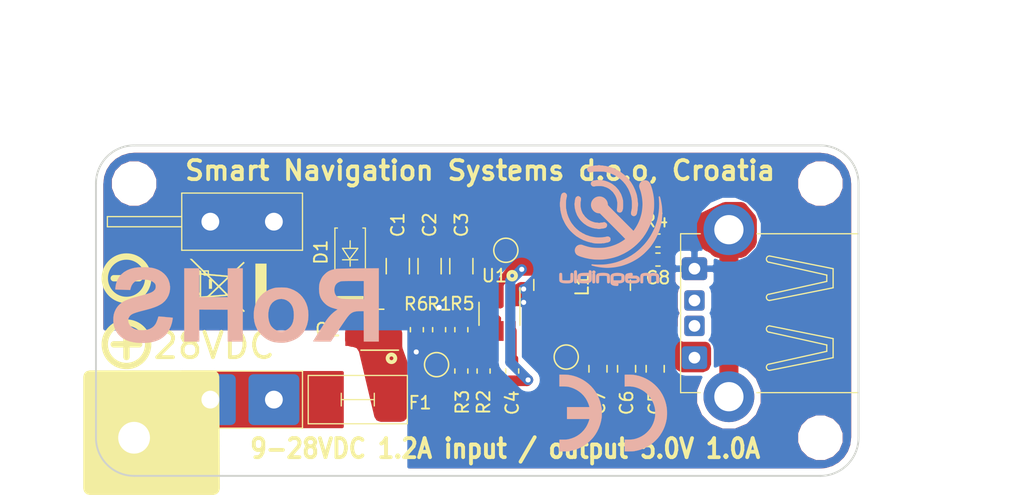
<source format=kicad_pcb>
(kicad_pcb (version 20171130) (host pcbnew 5.0.2-bee76a0~70~ubuntu16.04.1)

  (general
    (thickness 1.6)
    (drawings 24)
    (tracks 42)
    (zones 0)
    (modules 33)
    (nets 14)
  )

  (page A4)
  (layers
    (0 F.Cu signal)
    (31 B.Cu signal)
    (32 B.Adhes user)
    (33 F.Adhes user)
    (34 B.Paste user)
    (35 F.Paste user)
    (36 B.SilkS user)
    (37 F.SilkS user)
    (38 B.Mask user)
    (39 F.Mask user)
    (40 Dwgs.User user)
    (41 Cmts.User user)
    (42 Eco1.User user)
    (43 Eco2.User user)
    (44 Edge.Cuts user)
    (45 Margin user)
    (46 B.CrtYd user)
    (47 F.CrtYd user)
    (48 B.Fab user)
    (49 F.Fab user)
  )

  (setup
    (last_trace_width 0.8)
    (user_trace_width 0.2)
    (user_trace_width 0.3)
    (user_trace_width 0.4)
    (user_trace_width 0.5)
    (user_trace_width 0.8)
    (user_trace_width 1)
    (user_trace_width 1.2)
    (user_trace_width 1.5)
    (trace_clearance 0.2)
    (zone_clearance 0.25)
    (zone_45_only no)
    (trace_min 0.2)
    (segment_width 0.2)
    (edge_width 0.15)
    (via_size 0.8)
    (via_drill 0.4)
    (via_min_size 0.4)
    (via_min_drill 0.3)
    (user_via 0.8 0.4)
    (user_via 1 0.6)
    (uvia_size 0.3)
    (uvia_drill 0.1)
    (uvias_allowed no)
    (uvia_min_size 0.2)
    (uvia_min_drill 0.1)
    (pcb_text_width 0.3)
    (pcb_text_size 1.5 1.5)
    (mod_edge_width 0.15)
    (mod_text_size 1 1)
    (mod_text_width 0.15)
    (pad_size 4 4)
    (pad_drill 1.4)
    (pad_to_mask_clearance 0.051)
    (solder_mask_min_width 0.25)
    (aux_axis_origin 0 0)
    (visible_elements FFFDFF7F)
    (pcbplotparams
      (layerselection 0x010f0_ffffffff)
      (usegerberextensions false)
      (usegerberattributes false)
      (usegerberadvancedattributes false)
      (creategerberjobfile false)
      (excludeedgelayer true)
      (linewidth 0.100000)
      (plotframeref false)
      (viasonmask false)
      (mode 1)
      (useauxorigin false)
      (hpglpennumber 1)
      (hpglpenspeed 20)
      (hpglpendiameter 15.000000)
      (psnegative false)
      (psa4output false)
      (plotreference true)
      (plotvalue false)
      (plotinvisibletext false)
      (padsonsilk false)
      (subtractmaskfromsilk false)
      (outputformat 1)
      (mirror false)
      (drillshape 0)
      (scaleselection 1)
      (outputdirectory "gerber"))
  )

  (net 0 "")
  (net 1 /FB)
  (net 2 /VBUS)
  (net 3 /SW)
  (net 4 GND)
  (net 5 /PR_INPUT)
  (net 6 "Net-(Q1-Pad3)")
  (net 7 "Net-(C4-Pad2)")
  (net 8 +24V)
  (net 9 "Net-(J2-Pad2)")
  (net 10 "Net-(J2-Pad3)")
  (net 11 /EN)
  (net 12 /FUSED)
  (net 13 /SHIELD)

  (net_class Default "This is the default net class."
    (clearance 0.2)
    (trace_width 0.25)
    (via_dia 0.8)
    (via_drill 0.4)
    (uvia_dia 0.3)
    (uvia_drill 0.1)
    (add_net +24V)
    (add_net /EN)
    (add_net /FB)
    (add_net /FUSED)
    (add_net /PR_INPUT)
    (add_net /SHIELD)
    (add_net /SW)
    (add_net /VBUS)
    (add_net GND)
    (add_net "Net-(C4-Pad2)")
    (add_net "Net-(J2-Pad2)")
    (add_net "Net-(J2-Pad3)")
    (add_net "Net-(Q1-Pad3)")
  )

  (net_class 05 ""
    (clearance 0.2)
    (trace_width 0.25)
    (via_dia 0.8)
    (via_drill 0.4)
    (uvia_dia 0.3)
    (uvia_drill 0.1)
  )

  (module Package_TO_SOT_SMD:SOT-23-6_Handsoldering (layer F.Cu) (tedit 5C6F2894) (tstamp 5D082FFE)
    (at 136.75 88 270)
    (descr "6-pin SOT-23 package, Handsoldering")
    (tags "SOT-23-6 Handsoldering")
    (path /5C6EA7A1)
    (attr smd)
    (fp_text reference U1 (at -3 0.4) (layer F.SilkS)
      (effects (font (size 1 1) (thickness 0.15)))
    )
    (fp_text value TPS54308 (at 0 2.9 270) (layer F.Fab)
      (effects (font (size 1 1) (thickness 0.15)))
    )
    (fp_text user %R (at 0 0) (layer F.Fab)
      (effects (font (size 0.5 0.5) (thickness 0.075)))
    )
    (fp_line (start -0.9 1.61) (end 0.9 1.61) (layer F.SilkS) (width 0.12))
    (fp_line (start 0.9 -1.61) (end -2.05 -1.61) (layer F.SilkS) (width 0.12))
    (fp_line (start -2.4 1.8) (end -2.4 -1.8) (layer F.CrtYd) (width 0.05))
    (fp_line (start 2.4 1.8) (end -2.4 1.8) (layer F.CrtYd) (width 0.05))
    (fp_line (start 2.4 -1.8) (end 2.4 1.8) (layer F.CrtYd) (width 0.05))
    (fp_line (start -2.4 -1.8) (end 2.4 -1.8) (layer F.CrtYd) (width 0.05))
    (fp_line (start -0.9 -0.9) (end -0.25 -1.55) (layer F.Fab) (width 0.1))
    (fp_line (start 0.9 -1.55) (end -0.25 -1.55) (layer F.Fab) (width 0.1))
    (fp_line (start -0.9 -0.9) (end -0.9 1.55) (layer F.Fab) (width 0.1))
    (fp_line (start 0.9 1.55) (end -0.9 1.55) (layer F.Fab) (width 0.1))
    (fp_line (start 0.9 -1.55) (end 0.9 1.55) (layer F.Fab) (width 0.1))
    (pad 1 smd rect (at -1.35 -0.95 270) (size 1.56 0.65) (layers F.Cu F.Paste F.Mask)
      (net 4 GND) (zone_connect 2))
    (pad 2 smd rect (at -1.35 0 270) (size 1.56 0.65) (layers F.Cu F.Paste F.Mask)
      (net 3 /SW) (zone_connect 2))
    (pad 3 smd rect (at -1.35 0.95 270) (size 1.56 0.65) (layers F.Cu F.Paste F.Mask)
      (net 5 /PR_INPUT) (clearance 0.25))
    (pad 4 smd rect (at 1.35 0.95 270) (size 1.56 0.65) (layers F.Cu F.Paste F.Mask)
      (net 1 /FB))
    (pad 6 smd rect (at 1.35 -0.95 270) (size 1.56 0.65) (layers F.Cu F.Paste F.Mask)
      (net 7 "Net-(C4-Pad2)"))
    (pad 5 smd rect (at 1.35 0 270) (size 1.56 0.65) (layers F.Cu F.Paste F.Mask)
      (net 11 /EN))
    (model ${KISYS3DMOD}/Package_TO_SOT_SMD.3dshapes/SOT-23-6.wrl
      (at (xyz 0 0 0))
      (scale (xyz 1 1 1))
      (rotate (xyz 0 0 0))
    )
  )

  (module MountingHole:MountingHole_2.5mm (layer F.Cu) (tedit 5C6F1AF5) (tstamp 5CFC5485)
    (at 108 77.75)
    (descr "Mounting Hole 2.5mm, no annular")
    (tags "mounting hole 2.5mm no annular")
    (path /5C764C09)
    (attr virtual)
    (fp_text reference MH2 (at 0 -3.5) (layer F.SilkS) hide
      (effects (font (size 1 1) (thickness 0.15)))
    )
    (fp_text value MountingHole (at 0 3.5) (layer F.Fab)
      (effects (font (size 1 1) (thickness 0.15)))
    )
    (fp_circle (center 0 0) (end 2.75 0) (layer F.CrtYd) (width 0.05))
    (fp_circle (center 0 0) (end 2.5 0) (layer Cmts.User) (width 0.15))
    (fp_text user %R (at 0.3 0) (layer F.Fab)
      (effects (font (size 1 1) (thickness 0.15)))
    )
    (pad 1 np_thru_hole circle (at 0 0) (size 2.5 2.5) (drill 2.5) (layers *.Cu *.Mask))
  )

  (module MountingHole:MountingHole_2.5mm (layer F.Cu) (tedit 5C6F1AFA) (tstamp 5CFC5495)
    (at 162 77.75)
    (descr "Mounting Hole 2.5mm, no annular")
    (tags "mounting hole 2.5mm no annular")
    (path /5C764E11)
    (attr virtual)
    (fp_text reference MH4 (at 0 -3.5) (layer F.SilkS) hide
      (effects (font (size 1 1) (thickness 0.15)))
    )
    (fp_text value MountingHole (at 0 3.5) (layer F.Fab)
      (effects (font (size 1 1) (thickness 0.15)))
    )
    (fp_circle (center 0 0) (end 2.75 0) (layer F.CrtYd) (width 0.05))
    (fp_circle (center 0 0) (end 2.5 0) (layer Cmts.User) (width 0.15))
    (fp_text user %R (at 0.3 0) (layer F.Fab)
      (effects (font (size 1 1) (thickness 0.15)))
    )
    (pad 1 np_thru_hole circle (at 0 0) (size 2.5 2.5) (drill 2.5) (layers *.Cu *.Mask))
  )

  (module MountingHole:MountingHole_2.5mm (layer F.Cu) (tedit 5C6F1AFF) (tstamp 5CFC548D)
    (at 162 97.75)
    (descr "Mounting Hole 2.5mm, no annular")
    (tags "mounting hole 2.5mm no annular")
    (path /5C764C75)
    (attr virtual)
    (fp_text reference MH3 (at 0 -3.5) (layer F.SilkS) hide
      (effects (font (size 1 1) (thickness 0.15)))
    )
    (fp_text value MountingHole (at 0 3.5) (layer F.Fab)
      (effects (font (size 1 1) (thickness 0.15)))
    )
    (fp_text user %R (at 0.3 0) (layer F.Fab)
      (effects (font (size 1 1) (thickness 0.15)))
    )
    (fp_circle (center 0 0) (end 2.5 0) (layer Cmts.User) (width 0.15))
    (fp_circle (center 0 0) (end 2.75 0) (layer F.CrtYd) (width 0.05))
    (pad 1 np_thru_hole circle (at 0 0) (size 2.5 2.5) (drill 2.5) (layers *.Cu *.Mask))
  )

  (module MountingHole:MountingHole_2.5mm (layer F.Cu) (tedit 5C6F1AF2) (tstamp 5CFC547D)
    (at 108 97.75)
    (descr "Mounting Hole 2.5mm, no annular")
    (tags "mounting hole 2.5mm no annular")
    (path /5C7626B4)
    (attr virtual)
    (fp_text reference MH1 (at 0 -3.5) (layer F.SilkS) hide
      (effects (font (size 1 1) (thickness 0.15)))
    )
    (fp_text value MountingHole (at 0 3.5) (layer F.Fab)
      (effects (font (size 1 1) (thickness 0.15)))
    )
    (fp_text user %R (at 0.3 0) (layer F.Fab)
      (effects (font (size 1 1) (thickness 0.15)))
    )
    (fp_circle (center 0 0) (end 2.5 0) (layer Cmts.User) (width 0.15))
    (fp_circle (center 0 0) (end 2.75 0) (layer F.CrtYd) (width 0.05))
    (pad 1 np_thru_hole circle (at 0 0) (size 2.5 2.5) (drill 2.5) (layers *.Cu *.Mask))
  )

  (module Capacitor_SMD:C_0603_1608Metric (layer F.Cu) (tedit 5B301BBE) (tstamp 5D08A007)
    (at 137.75 92.5 90)
    (descr "Capacitor SMD 0603 (1608 Metric), square (rectangular) end terminal, IPC_7351 nominal, (Body size source: http://www.tortai-tech.com/upload/download/2011102023233369053.pdf), generated with kicad-footprint-generator")
    (tags capacitor)
    (path /5C6EAD19)
    (attr smd)
    (fp_text reference C4 (at -2.5 0 90) (layer F.SilkS)
      (effects (font (size 1 1) (thickness 0.15)))
    )
    (fp_text value 100nF (at 0 1.43 90) (layer F.Fab)
      (effects (font (size 1 1) (thickness 0.15)))
    )
    (fp_text user %R (at 0 0 90) (layer F.Fab)
      (effects (font (size 0.4 0.4) (thickness 0.06)))
    )
    (fp_line (start 1.48 0.73) (end -1.48 0.73) (layer F.CrtYd) (width 0.05))
    (fp_line (start 1.48 -0.73) (end 1.48 0.73) (layer F.CrtYd) (width 0.05))
    (fp_line (start -1.48 -0.73) (end 1.48 -0.73) (layer F.CrtYd) (width 0.05))
    (fp_line (start -1.48 0.73) (end -1.48 -0.73) (layer F.CrtYd) (width 0.05))
    (fp_line (start -0.162779 0.51) (end 0.162779 0.51) (layer F.SilkS) (width 0.12))
    (fp_line (start -0.162779 -0.51) (end 0.162779 -0.51) (layer F.SilkS) (width 0.12))
    (fp_line (start 0.8 0.4) (end -0.8 0.4) (layer F.Fab) (width 0.1))
    (fp_line (start 0.8 -0.4) (end 0.8 0.4) (layer F.Fab) (width 0.1))
    (fp_line (start -0.8 -0.4) (end 0.8 -0.4) (layer F.Fab) (width 0.1))
    (fp_line (start -0.8 0.4) (end -0.8 -0.4) (layer F.Fab) (width 0.1))
    (pad 2 smd roundrect (at 0.7875 0 90) (size 0.875 0.95) (layers F.Cu F.Paste F.Mask) (roundrect_rratio 0.25)
      (net 7 "Net-(C4-Pad2)"))
    (pad 1 smd roundrect (at -0.7875 0 90) (size 0.875 0.95) (layers F.Cu F.Paste F.Mask) (roundrect_rratio 0.25)
      (net 3 /SW))
    (model ${KISYS3DMOD}/Capacitor_SMD.3dshapes/C_0603_1608Metric.wrl
      (at (xyz 0 0 0))
      (scale (xyz 1 1 1))
      (rotate (xyz 0 0 0))
    )
  )

  (module Capacitor_SMD:C_0603_1608Metric (layer F.Cu) (tedit 5B301BBE) (tstamp 5CF0613A)
    (at 149.216808 83.731307 180)
    (descr "Capacitor SMD 0603 (1608 Metric), square (rectangular) end terminal, IPC_7351 nominal, (Body size source: http://www.tortai-tech.com/upload/download/2011102023233369053.pdf), generated with kicad-footprint-generator")
    (tags capacitor)
    (path /5C707EE9)
    (attr smd)
    (fp_text reference C8 (at 0 -1.43 180) (layer F.SilkS)
      (effects (font (size 1 1) (thickness 0.15)))
    )
    (fp_text value C (at 0 1.43 180) (layer F.Fab)
      (effects (font (size 1 1) (thickness 0.15)))
    )
    (fp_line (start -0.8 0.4) (end -0.8 -0.4) (layer F.Fab) (width 0.1))
    (fp_line (start -0.8 -0.4) (end 0.8 -0.4) (layer F.Fab) (width 0.1))
    (fp_line (start 0.8 -0.4) (end 0.8 0.4) (layer F.Fab) (width 0.1))
    (fp_line (start 0.8 0.4) (end -0.8 0.4) (layer F.Fab) (width 0.1))
    (fp_line (start -0.162779 -0.51) (end 0.162779 -0.51) (layer F.SilkS) (width 0.12))
    (fp_line (start -0.162779 0.51) (end 0.162779 0.51) (layer F.SilkS) (width 0.12))
    (fp_line (start -1.48 0.73) (end -1.48 -0.73) (layer F.CrtYd) (width 0.05))
    (fp_line (start -1.48 -0.73) (end 1.48 -0.73) (layer F.CrtYd) (width 0.05))
    (fp_line (start 1.48 -0.73) (end 1.48 0.73) (layer F.CrtYd) (width 0.05))
    (fp_line (start 1.48 0.73) (end -1.48 0.73) (layer F.CrtYd) (width 0.05))
    (fp_text user %R (at 0 0 180) (layer F.Fab)
      (effects (font (size 0.4 0.4) (thickness 0.06)))
    )
    (pad 1 smd roundrect (at -0.7875 0 180) (size 0.875 0.95) (layers F.Cu F.Paste F.Mask) (roundrect_rratio 0.25)
      (net 13 /SHIELD))
    (pad 2 smd roundrect (at 0.7875 0 180) (size 0.875 0.95) (layers F.Cu F.Paste F.Mask) (roundrect_rratio 0.25)
      (net 4 GND))
    (model ${KISYS3DMOD}/Capacitor_SMD.3dshapes/C_0603_1608Metric.wrl
      (at (xyz 0 0 0))
      (scale (xyz 1 1 1))
      (rotate (xyz 0 0 0))
    )
  )

  (module Capacitor_SMD:C_1206_3216Metric (layer F.Cu) (tedit 5B301BBE) (tstamp 5CF06129)
    (at 131.25 84.25 90)
    (descr "Capacitor SMD 1206 (3216 Metric), square (rectangular) end terminal, IPC_7351 nominal, (Body size source: http://www.tortai-tech.com/upload/download/2011102023233369053.pdf), generated with kicad-footprint-generator")
    (tags capacitor)
    (path /5C6EAC97)
    (attr smd)
    (fp_text reference C2 (at 3.25 0 90) (layer F.SilkS)
      (effects (font (size 1 1) (thickness 0.15)))
    )
    (fp_text value 10uF (at 0 1.82 90) (layer F.Fab)
      (effects (font (size 1 1) (thickness 0.15)))
    )
    (fp_line (start -1.6 0.8) (end -1.6 -0.8) (layer F.Fab) (width 0.1))
    (fp_line (start -1.6 -0.8) (end 1.6 -0.8) (layer F.Fab) (width 0.1))
    (fp_line (start 1.6 -0.8) (end 1.6 0.8) (layer F.Fab) (width 0.1))
    (fp_line (start 1.6 0.8) (end -1.6 0.8) (layer F.Fab) (width 0.1))
    (fp_line (start -0.602064 -0.91) (end 0.602064 -0.91) (layer F.SilkS) (width 0.12))
    (fp_line (start -0.602064 0.91) (end 0.602064 0.91) (layer F.SilkS) (width 0.12))
    (fp_line (start -2.28 1.12) (end -2.28 -1.12) (layer F.CrtYd) (width 0.05))
    (fp_line (start -2.28 -1.12) (end 2.28 -1.12) (layer F.CrtYd) (width 0.05))
    (fp_line (start 2.28 -1.12) (end 2.28 1.12) (layer F.CrtYd) (width 0.05))
    (fp_line (start 2.28 1.12) (end -2.28 1.12) (layer F.CrtYd) (width 0.05))
    (fp_text user %R (at 0 0 90) (layer F.Fab)
      (effects (font (size 0.8 0.8) (thickness 0.12)))
    )
    (pad 1 smd roundrect (at -1.4 0 90) (size 1.25 1.75) (layers F.Cu F.Paste F.Mask) (roundrect_rratio 0.2)
      (net 5 /PR_INPUT))
    (pad 2 smd roundrect (at 1.4 0 90) (size 1.25 1.75) (layers F.Cu F.Paste F.Mask) (roundrect_rratio 0.2)
      (net 4 GND))
    (model ${KISYS3DMOD}/Capacitor_SMD.3dshapes/C_1206_3216Metric.wrl
      (at (xyz 0 0 0))
      (scale (xyz 1 1 1))
      (rotate (xyz 0 0 0))
    )
  )

  (module Capacitor_SMD:C_1206_3216Metric (layer F.Cu) (tedit 5B301BBE) (tstamp 5CF06118)
    (at 133.75 84.25 90)
    (descr "Capacitor SMD 1206 (3216 Metric), square (rectangular) end terminal, IPC_7351 nominal, (Body size source: http://www.tortai-tech.com/upload/download/2011102023233369053.pdf), generated with kicad-footprint-generator")
    (tags capacitor)
    (path /5C6EAB5A)
    (attr smd)
    (fp_text reference C3 (at 3.25 0 90) (layer F.SilkS)
      (effects (font (size 1 1) (thickness 0.15)))
    )
    (fp_text value 10uF (at 0 1.82 90) (layer F.Fab)
      (effects (font (size 1 1) (thickness 0.15)))
    )
    (fp_text user %R (at 0 0 90) (layer F.Fab)
      (effects (font (size 0.8 0.8) (thickness 0.12)))
    )
    (fp_line (start 2.28 1.12) (end -2.28 1.12) (layer F.CrtYd) (width 0.05))
    (fp_line (start 2.28 -1.12) (end 2.28 1.12) (layer F.CrtYd) (width 0.05))
    (fp_line (start -2.28 -1.12) (end 2.28 -1.12) (layer F.CrtYd) (width 0.05))
    (fp_line (start -2.28 1.12) (end -2.28 -1.12) (layer F.CrtYd) (width 0.05))
    (fp_line (start -0.602064 0.91) (end 0.602064 0.91) (layer F.SilkS) (width 0.12))
    (fp_line (start -0.602064 -0.91) (end 0.602064 -0.91) (layer F.SilkS) (width 0.12))
    (fp_line (start 1.6 0.8) (end -1.6 0.8) (layer F.Fab) (width 0.1))
    (fp_line (start 1.6 -0.8) (end 1.6 0.8) (layer F.Fab) (width 0.1))
    (fp_line (start -1.6 -0.8) (end 1.6 -0.8) (layer F.Fab) (width 0.1))
    (fp_line (start -1.6 0.8) (end -1.6 -0.8) (layer F.Fab) (width 0.1))
    (pad 2 smd roundrect (at 1.4 0 90) (size 1.25 1.75) (layers F.Cu F.Paste F.Mask) (roundrect_rratio 0.2)
      (net 4 GND))
    (pad 1 smd roundrect (at -1.4 0 90) (size 1.25 1.75) (layers F.Cu F.Paste F.Mask) (roundrect_rratio 0.2)
      (net 5 /PR_INPUT))
    (model ${KISYS3DMOD}/Capacitor_SMD.3dshapes/C_1206_3216Metric.wrl
      (at (xyz 0 0 0))
      (scale (xyz 1 1 1))
      (rotate (xyz 0 0 0))
    )
  )

  (module Capacitor_SMD:C_1206_3216Metric (layer F.Cu) (tedit 5B301BBE) (tstamp 5CF06107)
    (at 128.75 84.25 90)
    (descr "Capacitor SMD 1206 (3216 Metric), square (rectangular) end terminal, IPC_7351 nominal, (Body size source: http://www.tortai-tech.com/upload/download/2011102023233369053.pdf), generated with kicad-footprint-generator")
    (tags capacitor)
    (path /5C6EACD1)
    (attr smd)
    (fp_text reference C1 (at 3.25 0 90) (layer F.SilkS)
      (effects (font (size 1 1) (thickness 0.15)))
    )
    (fp_text value 10uF (at 0 1.82 90) (layer F.Fab)
      (effects (font (size 1 1) (thickness 0.15)))
    )
    (fp_line (start -1.6 0.8) (end -1.6 -0.8) (layer F.Fab) (width 0.1))
    (fp_line (start -1.6 -0.8) (end 1.6 -0.8) (layer F.Fab) (width 0.1))
    (fp_line (start 1.6 -0.8) (end 1.6 0.8) (layer F.Fab) (width 0.1))
    (fp_line (start 1.6 0.8) (end -1.6 0.8) (layer F.Fab) (width 0.1))
    (fp_line (start -0.602064 -0.91) (end 0.602064 -0.91) (layer F.SilkS) (width 0.12))
    (fp_line (start -0.602064 0.91) (end 0.602064 0.91) (layer F.SilkS) (width 0.12))
    (fp_line (start -2.28 1.12) (end -2.28 -1.12) (layer F.CrtYd) (width 0.05))
    (fp_line (start -2.28 -1.12) (end 2.28 -1.12) (layer F.CrtYd) (width 0.05))
    (fp_line (start 2.28 -1.12) (end 2.28 1.12) (layer F.CrtYd) (width 0.05))
    (fp_line (start 2.28 1.12) (end -2.28 1.12) (layer F.CrtYd) (width 0.05))
    (fp_text user %R (at 0 0 90) (layer F.Fab)
      (effects (font (size 0.8 0.8) (thickness 0.12)))
    )
    (pad 1 smd roundrect (at -1.4 0 90) (size 1.25 1.75) (layers F.Cu F.Paste F.Mask) (roundrect_rratio 0.2)
      (net 5 /PR_INPUT))
    (pad 2 smd roundrect (at 1.4 0 90) (size 1.25 1.75) (layers F.Cu F.Paste F.Mask) (roundrect_rratio 0.2)
      (net 4 GND))
    (model ${KISYS3DMOD}/Capacitor_SMD.3dshapes/C_1206_3216Metric.wrl
      (at (xyz 0 0 0))
      (scale (xyz 1 1 1))
      (rotate (xyz 0 0 0))
    )
  )

  (module Inductor_SMD:L_Wuerth_WE-PD2-Typ-L (layer F.Cu) (tedit 5990349D) (tstamp 5CF060F6)
    (at 143.25 85.75 90)
    (descr "Choke, Drossel, WE-PD2, Typ L, Wuerth, SMD,")
    (tags "Choke Drossel WE-PD2 TypL Wuerth SMD ")
    (path /5C6EB00F)
    (attr smd)
    (fp_text reference L1 (at 0 0 90) (layer F.SilkS)
      (effects (font (size 1 1) (thickness 0.15)))
    )
    (fp_text value 12uH (at 0 5 90) (layer F.Fab)
      (effects (font (size 1 1) (thickness 0.15)))
    )
    (fp_text user %R (at 0 0 90) (layer F.Fab)
      (effects (font (size 1 1) (thickness 0.15)))
    )
    (fp_line (start -4.25 -4) (end 4.25 -4) (layer F.CrtYd) (width 0.05))
    (fp_line (start 4.25 -4) (end 4.25 4) (layer F.CrtYd) (width 0.05))
    (fp_line (start 4.25 4) (end -4.25 4) (layer F.CrtYd) (width 0.05))
    (fp_line (start -4.25 4) (end -4.25 -4) (layer F.CrtYd) (width 0.05))
    (fp_line (start -3.1 3.5) (end 3.1 3.5) (layer F.Fab) (width 0.1))
    (fp_line (start 3.1 -3.5) (end -3.1 -3.5) (layer F.Fab) (width 0.1))
    (fp_line (start -0.4 3.8) (end 0.4 3.8) (layer F.SilkS) (width 0.12))
    (fp_line (start -0.4 -3.8) (end 0.45 -3.8) (layer F.SilkS) (width 0.12))
    (fp_arc (start -3.9 0) (end 3.1 -3.5) (angle 53) (layer F.Fab) (width 0.1))
    (fp_arc (start 3.9 0) (end -3.1 3.5) (angle 53) (layer F.Fab) (width 0.1))
    (pad 1 smd rect (at -2.5 0 90) (size 3 7.5) (layers F.Cu F.Paste F.Mask)
      (net 2 /VBUS))
    (pad 2 smd rect (at 2.5 0 90) (size 3 7.5) (layers F.Cu F.Paste F.Mask)
      (net 3 /SW))
    (model "${KIPRJMOD}/3D/User Library-Inductor_SDE0805.stp"
      (at (xyz 0 0 0))
      (scale (xyz 1 1 1))
      (rotate (xyz 0 0 0))
    )
  )

  (module Local:BEL-USBA-SS-52100-001 (layer F.Cu) (tedit 5C6F1CF9) (tstamp 5CF060E5)
    (at 152 87.95 90)
    (path /5C6F95D6)
    (fp_text reference J2 (at 0.275 -1.75 90) (layer F.SilkS) hide
      (effects (font (size 1 1) (thickness 0.15)))
    )
    (fp_text value USB_A (at 0.475 -1.925 90) (layer F.Fab) hide
      (effects (font (size 1 1) (thickness 0.15)))
    )
    (fp_line (start -6.25 -1) (end 6.25 -1) (layer F.SilkS) (width 0.1))
    (fp_line (start -6.25 13) (end 6.25 13) (layer F.SilkS) (width 0.1))
    (fp_line (start -6.25 -1) (end -6.25 0.55) (layer F.SilkS) (width 0.1))
    (fp_line (start -6.25 13) (end -6.25 5) (layer F.SilkS) (width 0.1))
    (fp_line (start 6.25 13) (end 6.25 5) (layer F.SilkS) (width 0.1))
    (fp_line (start 6.25 -1) (end 6.25 0.55) (layer F.SilkS) (width 0.1))
    (fp_line (start 6.25 13) (end 7.25 13) (layer F.SilkS) (width 0.1))
    (fp_line (start -6.25 13) (end -7.25 13) (layer F.SilkS) (width 0.1))
    (fp_line (start -4.5 6) (end -3.5 11) (layer F.SilkS) (width 0.1))
    (fp_line (start -3.5 11) (end -2 11) (layer F.SilkS) (width 0.1))
    (fp_line (start -2 11) (end -1 6) (layer F.SilkS) (width 0.1))
    (fp_line (start 1 6) (end 2 11) (layer F.SilkS) (width 0.1))
    (fp_line (start 2 11) (end 3.5 11) (layer F.SilkS) (width 0.1))
    (fp_line (start 3.5 11) (end 4.5 6) (layer F.SilkS) (width 0.1))
    (fp_line (start -4 6) (end -3 10.5) (layer F.SilkS) (width 0.1))
    (fp_line (start -3 10.5) (end -2.5 10.5) (layer F.SilkS) (width 0.1))
    (fp_line (start -2.5 10.5) (end -1.5 6) (layer F.SilkS) (width 0.1))
    (fp_line (start 1.5 6) (end 2.5 10.5) (layer F.SilkS) (width 0.1))
    (fp_line (start 2.5 10.5) (end 3 10.5) (layer F.SilkS) (width 0.1))
    (fp_line (start 3 10.5) (end 4 6) (layer F.SilkS) (width 0.1))
    (fp_arc (start -4.25 6) (end -4 6) (angle -180) (layer F.SilkS) (width 0.1))
    (fp_arc (start -1.25 6) (end -1 6) (angle -180) (layer F.SilkS) (width 0.1))
    (fp_arc (start 4.25 6) (end 4.5 6) (angle -180) (layer F.SilkS) (width 0.1))
    (fp_arc (start 1.25 6) (end 1.5 6) (angle -180) (layer F.SilkS) (width 0.1))
    (pad 5 thru_hole circle (at -6.57 2.8 90) (size 4 4) (drill 2.3) (layers *.Cu *.Mask)
      (net 13 /SHIELD))
    (pad 5 thru_hole circle (at 6.57 2.8 90) (size 4 4) (drill 2.3) (layers *.Cu *.Mask)
      (net 13 /SHIELD))
    (pad 1 thru_hole roundrect (at -3.5 0.09 90) (size 1.8 2) (drill 0.92) (layers *.Cu *.Mask) (roundrect_rratio 0.15)
      (net 2 /VBUS))
    (pad 2 thru_hole roundrect (at -1 0.09 90) (size 1.6 1.6) (drill 0.92) (layers *.Cu *.Mask) (roundrect_rratio 0.15)
      (net 9 "Net-(J2-Pad2)"))
    (pad 3 thru_hole roundrect (at 1 0.09 90) (size 1.6 1.6) (drill 0.92) (layers *.Cu *.Mask) (roundrect_rratio 0.15)
      (net 10 "Net-(J2-Pad3)"))
    (pad 4 thru_hole roundrect (at 3.5 0.09 90) (size 1.8 2) (drill 0.92) (layers *.Cu *.Mask) (roundrect_rratio 0.15)
      (net 4 GND))
    (model ${KIPRJMOD}/3D/femaleThruHoleUSB.stp
      (offset (xyz 0 -13 3))
      (scale (xyz 1 1 1))
      (rotate (xyz 0 0 0))
    )
  )

  (module Local:D-FLAT (layer F.Cu) (tedit 5C6EC349) (tstamp 5CFC3B38)
    (at 125 83.25 90)
    (path /5C6EC569)
    (fp_text reference D1 (at 0.1 -2.3 90) (layer F.SilkS)
      (effects (font (size 1 1) (thickness 0.15)))
    )
    (fp_text value D_TVS (at -0.1 2.2 90) (layer F.Fab) hide
      (effects (font (size 1 1) (thickness 0.15)))
    )
    (fp_line (start 2 -1) (end 2 -1.2) (layer F.SilkS) (width 0.1))
    (fp_line (start 2 -1.2) (end -1.8 -1.2) (layer F.SilkS) (width 0.1))
    (fp_line (start -1.8 -1.2) (end -1.8 -1) (layer F.SilkS) (width 0.1))
    (fp_line (start -1.8 1) (end -1.8 1.2) (layer F.SilkS) (width 0.1))
    (fp_line (start -1.8 1.2) (end 2 1.2) (layer F.SilkS) (width 0.1))
    (fp_line (start 2 1.2) (end 2 1) (layer F.SilkS) (width 0.1))
    (fp_line (start -1 0) (end -0.6 0) (layer F.SilkS) (width 0.1))
    (fp_line (start -0.5 -0.6) (end -0.5 0.6) (layer F.SilkS) (width 0.1))
    (fp_line (start -0.5 0) (end 0.4 -0.6) (layer F.SilkS) (width 0.1))
    (fp_line (start 0.4 -0.6) (end 0.4 0.6) (layer F.SilkS) (width 0.1))
    (fp_line (start 0.4 0.6) (end -0.4 0) (layer F.SilkS) (width 0.1))
    (fp_line (start 0.4 0) (end 1 0) (layer F.SilkS) (width 0.1))
    (fp_line (start -3.4 -0.9) (end -3.4 1) (layer F.SilkS) (width 0.1))
    (fp_line (start -3.4 1) (end -3.5 1) (layer F.SilkS) (width 0.1))
    (fp_line (start -3.5 1) (end -3.5 -0.9) (layer F.SilkS) (width 0.1))
    (fp_line (start -3.5 -0.9) (end -3.6 -0.9) (layer F.SilkS) (width 0.1))
    (fp_line (start -3.6 -0.9) (end -3.6 1) (layer F.SilkS) (width 0.1))
    (fp_line (start -3.6 1) (end -3.7 1) (layer F.SilkS) (width 0.1))
    (fp_line (start -3.7 1) (end -3.7 -0.9) (layer F.SilkS) (width 0.1))
    (fp_line (start -3.4 -1) (end -3.7 -1) (layer F.SilkS) (width 0.1))
    (fp_line (start -3.7 -1) (end -3.7 -0.9) (layer F.SilkS) (width 0.1))
    (fp_line (start -3.7 -0.9) (end -3.4 -0.9) (layer F.SilkS) (width 0.1))
    (fp_line (start -3.8 -1.4) (end -3.8 1.4) (layer F.CrtYd) (width 0.1))
    (fp_line (start -3.8 1.4) (end 3.6 1.4) (layer F.CrtYd) (width 0.1))
    (fp_line (start 3.6 1.4) (end 3.6 -1.4) (layer F.CrtYd) (width 0.1))
    (fp_line (start 3.6 -1.4) (end -3.8 -1.4) (layer F.CrtYd) (width 0.1))
    (pad 1 smd roundrect (at -2.3 0 90) (size 2 1.8) (layers F.Cu F.Paste F.Mask) (roundrect_rratio 0.1)
      (net 5 /PR_INPUT))
    (pad 2 smd roundrect (at 2.5 0 90) (size 2 1.8) (layers F.Cu F.Paste F.Mask) (roundrect_rratio 0.1)
      (net 4 GND))
    (model ${KISYS3DMOD}/Diode_SMD.3dshapes/D_TUMD2.step
      (at (xyz 0 0 0))
      (scale (xyz 2.3 2.3 2.3))
      (rotate (xyz 0 0 0))
    )
  )

  (module "Local:Fuse_2410_(6125_metric)" (layer F.Cu) (tedit 5C6EAFB7) (tstamp 5CFC2571)
    (at 123 94.75)
    (path /5C6EAE6A)
    (fp_text reference F1 (at 7.5 0.25) (layer F.SilkS)
      (effects (font (size 1 1) (thickness 0.15)))
    )
    (fp_text value Fuse (at 0.25 8.5) (layer F.Fab) hide
      (effects (font (size 1 1) (thickness 0.15)))
    )
    (fp_line (start -1.3 -1.9) (end -1.3 1.9) (layer F.SilkS) (width 0.1))
    (fp_line (start -1.3 1.9) (end 6.5 1.9) (layer F.SilkS) (width 0.1))
    (fp_line (start 6.5 1.9) (end 6.5 -1.9) (layer F.SilkS) (width 0.1))
    (fp_line (start 6.5 -1.9) (end -1.3 -1.9) (layer F.SilkS) (width 0.1))
    (fp_line (start 1.3 -0.5) (end 1.3 0.5) (layer F.SilkS) (width 0.1))
    (fp_line (start 3.9 -0.5) (end 3.9 0.5) (layer F.SilkS) (width 0.1))
    (fp_line (start 1.3 0) (end 3.9 0) (layer F.SilkS) (width 0.1))
    (pad 1 smd roundrect (at 0 0) (size 2.2 3.2) (layers F.Cu F.Paste F.Mask) (roundrect_rratio 0.25)
      (net 8 +24V))
    (pad 2 smd roundrect (at 5.15 0) (size 2.2 3.2) (layers F.Cu F.Paste F.Mask) (roundrect_rratio 0.25)
      (net 12 /FUSED))
    (model ${KISYS3DMOD}/Resistor_SMD.3dshapes/R_1206_3216Metric.wrl
      (offset (xyz 2.5 0 0))
      (scale (xyz 1.8 2 2))
      (rotate (xyz 0 0 0))
    )
  )

  (module "Local:TE FASTON 250 TAB 928814-1" (layer F.Cu) (tedit 5C6F1CEE) (tstamp 5CF06096)
    (at 116.5 94.75 180)
    (path /5C70CE9B)
    (fp_text reference J1 (at -2.75 -3 180) (layer F.SilkS) hide
      (effects (font (size 1 1) (thickness 0.15)))
    )
    (fp_text value Conn_01x02 (at -0.7 3.3 180) (layer F.Fab) hide
      (effects (font (size 1 1) (thickness 0.15)))
    )
    (fp_line (start -4.8 -2.4) (end -4.8 -2.2) (layer F.CrtYd) (width 0.1))
    (fp_line (start 10.8 -2.4) (end -4.8 -2.4) (layer F.CrtYd) (width 0.1))
    (fp_line (start 10.8 2.4) (end 10.8 -2.4) (layer F.CrtYd) (width 0.1))
    (fp_line (start -4.8 2.4) (end 10.8 2.4) (layer F.CrtYd) (width 0.1))
    (fp_line (start -4.8 -2.2) (end -4.8 2.4) (layer F.CrtYd) (width 0.1))
    (fp_line (start 10.6 0.4) (end 4.8 0.4) (layer F.SilkS) (width 0.1))
    (fp_line (start 10.6 -0.4) (end 10.6 0.4) (layer F.SilkS) (width 0.1))
    (fp_line (start 4.8 -0.4) (end 10.6 -0.4) (layer F.SilkS) (width 0.1))
    (fp_line (start 4.75 -2.25) (end -4.75 -2.25) (layer F.SilkS) (width 0.1))
    (fp_line (start 4.75 2.25) (end 4.75 -2.25) (layer F.SilkS) (width 0.1))
    (fp_line (start -4.75 2.25) (end 4.75 2.25) (layer F.SilkS) (width 0.1))
    (fp_line (start -4.75 -2.25) (end -4.75 2.25) (layer F.SilkS) (width 0.1))
    (pad 2 thru_hole roundrect (at 2.5 0 180) (size 4 4) (drill 1.4) (layers *.Cu *.Mask) (roundrect_rratio 0.1)
      (net 8 +24V))
    (pad 1 thru_hole roundrect (at -2.5 0 180) (size 4 4) (drill 1.4) (layers *.Cu *.Mask) (roundrect_rratio 0.1)
      (net 8 +24V))
    (model ${KIPRJMOD}/3D/c-928814-1-a-3d.stp
      (offset (xyz 13 0 4))
      (scale (xyz 1 1 1))
      (rotate (xyz -90 0 -90))
    )
  )

  (module "Local:TE FASTON 250 TAB 928814-1" (layer F.Cu) (tedit 5C6F2C45) (tstamp 5CF06084)
    (at 116.5 80.75 180)
    (path /5C7173C9)
    (fp_text reference J3 (at -2.75 -3 180) (layer F.SilkS) hide
      (effects (font (size 1 1) (thickness 0.15)))
    )
    (fp_text value Conn_01x02 (at -0.7 3.3 180) (layer F.Fab) hide
      (effects (font (size 1 1) (thickness 0.15)))
    )
    (fp_line (start -4.75 -2.25) (end -4.75 2.25) (layer F.SilkS) (width 0.1))
    (fp_line (start -4.75 2.25) (end 4.75 2.25) (layer F.SilkS) (width 0.1))
    (fp_line (start 4.75 2.25) (end 4.75 -2.25) (layer F.SilkS) (width 0.1))
    (fp_line (start 4.75 -2.25) (end -4.75 -2.25) (layer F.SilkS) (width 0.1))
    (fp_line (start 4.8 -0.4) (end 10.6 -0.4) (layer F.SilkS) (width 0.1))
    (fp_line (start 10.6 -0.4) (end 10.6 0.4) (layer F.SilkS) (width 0.1))
    (fp_line (start 10.6 0.4) (end 4.8 0.4) (layer F.SilkS) (width 0.1))
    (fp_line (start -4.8 -2.2) (end -4.8 2.4) (layer F.CrtYd) (width 0.1))
    (fp_line (start -4.8 2.4) (end 10.8 2.4) (layer F.CrtYd) (width 0.1))
    (fp_line (start 10.8 2.4) (end 10.8 -2.4) (layer F.CrtYd) (width 0.1))
    (fp_line (start 10.8 -2.4) (end -4.8 -2.4) (layer F.CrtYd) (width 0.1))
    (fp_line (start -4.8 -2.4) (end -4.8 -2.2) (layer F.CrtYd) (width 0.1))
    (pad 1 thru_hole roundrect (at -2.5 0 180) (size 4 4) (drill 1.4) (layers *.Cu *.Mask) (roundrect_rratio 0.1)
      (net 4 GND) (zone_connect 2))
    (pad 2 thru_hole roundrect (at 2.5 0 180) (size 4 4) (drill 1.4) (layers *.Cu *.Mask) (roundrect_rratio 0.1)
      (net 4 GND) (zone_connect 2))
    (model ${KIPRJMOD}/3D/c-928814-1-a-3d.stp
      (offset (xyz 13 0 4))
      (scale (xyz 1 1 1))
      (rotate (xyz -90 0 -90))
    )
  )

  (module Package_TO_SOT_SMD:SOT-23-6_Handsoldering (layer F.Cu) (tedit 5C6F1A50) (tstamp 5CFC25CA)
    (at 126.75 89.25 180)
    (descr "6-pin SOT-23 package, Handsoldering")
    (tags "SOT-23-6 Handsoldering")
    (path /5C6EC151)
    (attr smd)
    (fp_text reference Q1 (at 3.5 0 180) (layer F.SilkS)
      (effects (font (size 1 1) (thickness 0.15)))
    )
    (fp_text value CPH6341-TL-W (at 0 2.9 180) (layer F.Fab)
      (effects (font (size 1 1) (thickness 0.15)))
    )
    (fp_text user %R (at 0 0 270) (layer F.Fab)
      (effects (font (size 0.5 0.5) (thickness 0.075)))
    )
    (fp_line (start -0.9 1.61) (end 0.9 1.61) (layer F.SilkS) (width 0.12))
    (fp_line (start 0.9 -1.61) (end -2.05 -1.61) (layer F.SilkS) (width 0.12))
    (fp_line (start -2.4 1.8) (end -2.4 -1.8) (layer F.CrtYd) (width 0.05))
    (fp_line (start 2.4 1.8) (end -2.4 1.8) (layer F.CrtYd) (width 0.05))
    (fp_line (start 2.4 -1.8) (end 2.4 1.8) (layer F.CrtYd) (width 0.05))
    (fp_line (start -2.4 -1.8) (end 2.4 -1.8) (layer F.CrtYd) (width 0.05))
    (fp_line (start -0.9 -0.9) (end -0.25 -1.55) (layer F.Fab) (width 0.1))
    (fp_line (start 0.9 -1.55) (end -0.25 -1.55) (layer F.Fab) (width 0.1))
    (fp_line (start -0.9 -0.9) (end -0.9 1.55) (layer F.Fab) (width 0.1))
    (fp_line (start 0.9 1.55) (end -0.9 1.55) (layer F.Fab) (width 0.1))
    (fp_line (start 0.9 -1.55) (end 0.9 1.55) (layer F.Fab) (width 0.1))
    (pad 1 smd rect (at -1.35 -0.95 180) (size 1.56 0.65) (layers F.Cu F.Paste F.Mask)
      (net 12 /FUSED))
    (pad 2 smd rect (at -1.35 0 180) (size 1.56 0.65) (layers F.Cu F.Paste F.Mask)
      (net 12 /FUSED))
    (pad 3 smd rect (at -1.35 0.95 180) (size 1.56 0.65) (layers F.Cu F.Paste F.Mask)
      (net 6 "Net-(Q1-Pad3)"))
    (pad 4 smd rect (at 1.35 0.95 180) (size 1.56 0.65) (layers F.Cu F.Paste F.Mask)
      (net 5 /PR_INPUT))
    (pad 6 smd rect (at 1.35 -0.95 180) (size 1.56 0.65) (layers F.Cu F.Paste F.Mask)
      (net 12 /FUSED))
    (pad 5 smd rect (at 1.35 0 180) (size 1.56 0.65) (layers F.Cu F.Paste F.Mask)
      (net 12 /FUSED) (zone_connect 2))
    (model ${KISYS3DMOD}/Package_TO_SOT_SMD.3dshapes/SOT-23-6.wrl
      (at (xyz 0 0 0))
      (scale (xyz 1 1 1))
      (rotate (xyz 0 0 0))
    )
  )

  (module Resistor_SMD:R_0603_1608Metric (layer F.Cu) (tedit 5B301BBD) (tstamp 5CF06046)
    (at 130.25 89.25 270)
    (descr "Resistor SMD 0603 (1608 Metric), square (rectangular) end terminal, IPC_7351 nominal, (Body size source: http://www.tortai-tech.com/upload/download/2011102023233369053.pdf), generated with kicad-footprint-generator")
    (tags resistor)
    (path /5C6EC358)
    (attr smd)
    (fp_text reference R1 (at -2.025 -1.775) (layer F.SilkS)
      (effects (font (size 1 1) (thickness 0.15)))
    )
    (fp_text value 10k (at 0 1.43 270) (layer F.Fab)
      (effects (font (size 1 1) (thickness 0.15)))
    )
    (fp_text user %R (at 0 0 270) (layer F.Fab)
      (effects (font (size 0.4 0.4) (thickness 0.06)))
    )
    (fp_line (start 1.48 0.73) (end -1.48 0.73) (layer F.CrtYd) (width 0.05))
    (fp_line (start 1.48 -0.73) (end 1.48 0.73) (layer F.CrtYd) (width 0.05))
    (fp_line (start -1.48 -0.73) (end 1.48 -0.73) (layer F.CrtYd) (width 0.05))
    (fp_line (start -1.48 0.73) (end -1.48 -0.73) (layer F.CrtYd) (width 0.05))
    (fp_line (start -0.162779 0.51) (end 0.162779 0.51) (layer F.SilkS) (width 0.12))
    (fp_line (start -0.162779 -0.51) (end 0.162779 -0.51) (layer F.SilkS) (width 0.12))
    (fp_line (start 0.8 0.4) (end -0.8 0.4) (layer F.Fab) (width 0.1))
    (fp_line (start 0.8 -0.4) (end 0.8 0.4) (layer F.Fab) (width 0.1))
    (fp_line (start -0.8 -0.4) (end 0.8 -0.4) (layer F.Fab) (width 0.1))
    (fp_line (start -0.8 0.4) (end -0.8 -0.4) (layer F.Fab) (width 0.1))
    (pad 2 smd roundrect (at 0.7875 0 270) (size 0.875 0.95) (layers F.Cu F.Paste F.Mask) (roundrect_rratio 0.25)
      (net 4 GND))
    (pad 1 smd roundrect (at -0.7875 0 270) (size 0.875 0.95) (layers F.Cu F.Paste F.Mask) (roundrect_rratio 0.25)
      (net 6 "Net-(Q1-Pad3)"))
    (model ${KISYS3DMOD}/Resistor_SMD.3dshapes/R_0603_1608Metric.wrl
      (at (xyz 0 0 0))
      (scale (xyz 1 1 1))
      (rotate (xyz 0 0 0))
    )
  )

  (module Resistor_SMD:R_0603_1608Metric (layer F.Cu) (tedit 5B301BBD) (tstamp 5CF06035)
    (at 135.5 92.5 90)
    (descr "Resistor SMD 0603 (1608 Metric), square (rectangular) end terminal, IPC_7351 nominal, (Body size source: http://www.tortai-tech.com/upload/download/2011102023233369053.pdf), generated with kicad-footprint-generator")
    (tags resistor)
    (path /5C6EF5AF)
    (attr smd)
    (fp_text reference R2 (at -2.45 0 90) (layer F.SilkS)
      (effects (font (size 1 1) (thickness 0.15)))
    )
    (fp_text value 100k (at 0 1.43 90) (layer F.Fab)
      (effects (font (size 1 1) (thickness 0.15)))
    )
    (fp_line (start -0.8 0.4) (end -0.8 -0.4) (layer F.Fab) (width 0.1))
    (fp_line (start -0.8 -0.4) (end 0.8 -0.4) (layer F.Fab) (width 0.1))
    (fp_line (start 0.8 -0.4) (end 0.8 0.4) (layer F.Fab) (width 0.1))
    (fp_line (start 0.8 0.4) (end -0.8 0.4) (layer F.Fab) (width 0.1))
    (fp_line (start -0.162779 -0.51) (end 0.162779 -0.51) (layer F.SilkS) (width 0.12))
    (fp_line (start -0.162779 0.51) (end 0.162779 0.51) (layer F.SilkS) (width 0.12))
    (fp_line (start -1.48 0.73) (end -1.48 -0.73) (layer F.CrtYd) (width 0.05))
    (fp_line (start -1.48 -0.73) (end 1.48 -0.73) (layer F.CrtYd) (width 0.05))
    (fp_line (start 1.48 -0.73) (end 1.48 0.73) (layer F.CrtYd) (width 0.05))
    (fp_line (start 1.48 0.73) (end -1.48 0.73) (layer F.CrtYd) (width 0.05))
    (fp_text user %R (at 0 0 90) (layer F.Fab)
      (effects (font (size 0.4 0.4) (thickness 0.06)))
    )
    (pad 1 smd roundrect (at -0.7875 0 90) (size 0.875 0.95) (layers F.Cu F.Paste F.Mask) (roundrect_rratio 0.25)
      (net 2 /VBUS))
    (pad 2 smd roundrect (at 0.7875 0 90) (size 0.875 0.95) (layers F.Cu F.Paste F.Mask) (roundrect_rratio 0.25)
      (net 1 /FB))
    (model ${KISYS3DMOD}/Resistor_SMD.3dshapes/R_0603_1608Metric.wrl
      (at (xyz 0 0 0))
      (scale (xyz 1 1 1))
      (rotate (xyz 0 0 0))
    )
  )

  (module Resistor_SMD:R_0603_1608Metric (layer F.Cu) (tedit 5B301BBD) (tstamp 5CF06024)
    (at 133.75 92.5 270)
    (descr "Resistor SMD 0603 (1608 Metric), square (rectangular) end terminal, IPC_7351 nominal, (Body size source: http://www.tortai-tech.com/upload/download/2011102023233369053.pdf), generated with kicad-footprint-generator")
    (tags resistor)
    (path /5C6EF423)
    (attr smd)
    (fp_text reference R3 (at 2.45 -0.075 270) (layer F.SilkS)
      (effects (font (size 1 1) (thickness 0.15)))
    )
    (fp_text value 13.3k (at 0 1.43 270) (layer F.Fab)
      (effects (font (size 1 1) (thickness 0.15)))
    )
    (fp_text user %R (at 0 0 270) (layer F.Fab)
      (effects (font (size 0.4 0.4) (thickness 0.06)))
    )
    (fp_line (start 1.48 0.73) (end -1.48 0.73) (layer F.CrtYd) (width 0.05))
    (fp_line (start 1.48 -0.73) (end 1.48 0.73) (layer F.CrtYd) (width 0.05))
    (fp_line (start -1.48 -0.73) (end 1.48 -0.73) (layer F.CrtYd) (width 0.05))
    (fp_line (start -1.48 0.73) (end -1.48 -0.73) (layer F.CrtYd) (width 0.05))
    (fp_line (start -0.162779 0.51) (end 0.162779 0.51) (layer F.SilkS) (width 0.12))
    (fp_line (start -0.162779 -0.51) (end 0.162779 -0.51) (layer F.SilkS) (width 0.12))
    (fp_line (start 0.8 0.4) (end -0.8 0.4) (layer F.Fab) (width 0.1))
    (fp_line (start 0.8 -0.4) (end 0.8 0.4) (layer F.Fab) (width 0.1))
    (fp_line (start -0.8 -0.4) (end 0.8 -0.4) (layer F.Fab) (width 0.1))
    (fp_line (start -0.8 0.4) (end -0.8 -0.4) (layer F.Fab) (width 0.1))
    (pad 2 smd roundrect (at 0.7875 0 270) (size 0.875 0.95) (layers F.Cu F.Paste F.Mask) (roundrect_rratio 0.25)
      (net 4 GND))
    (pad 1 smd roundrect (at -0.7875 0 270) (size 0.875 0.95) (layers F.Cu F.Paste F.Mask) (roundrect_rratio 0.25)
      (net 1 /FB))
    (model ${KISYS3DMOD}/Resistor_SMD.3dshapes/R_0603_1608Metric.wrl
      (at (xyz 0 0 0))
      (scale (xyz 1 1 1))
      (rotate (xyz 0 0 0))
    )
  )

  (module Resistor_SMD:R_0603_1608Metric (layer F.Cu) (tedit 5B301BBD) (tstamp 5CF06013)
    (at 149.216808 82.231307 180)
    (descr "Resistor SMD 0603 (1608 Metric), square (rectangular) end terminal, IPC_7351 nominal, (Body size source: http://www.tortai-tech.com/upload/download/2011102023233369053.pdf), generated with kicad-footprint-generator")
    (tags resistor)
    (path /5C707D8F)
    (attr smd)
    (fp_text reference R4 (at 0.175 1.55 180) (layer F.SilkS)
      (effects (font (size 1 1) (thickness 0.15)))
    )
    (fp_text value R (at 0 1.43 180) (layer F.Fab)
      (effects (font (size 1 1) (thickness 0.15)))
    )
    (fp_line (start -0.8 0.4) (end -0.8 -0.4) (layer F.Fab) (width 0.1))
    (fp_line (start -0.8 -0.4) (end 0.8 -0.4) (layer F.Fab) (width 0.1))
    (fp_line (start 0.8 -0.4) (end 0.8 0.4) (layer F.Fab) (width 0.1))
    (fp_line (start 0.8 0.4) (end -0.8 0.4) (layer F.Fab) (width 0.1))
    (fp_line (start -0.162779 -0.51) (end 0.162779 -0.51) (layer F.SilkS) (width 0.12))
    (fp_line (start -0.162779 0.51) (end 0.162779 0.51) (layer F.SilkS) (width 0.12))
    (fp_line (start -1.48 0.73) (end -1.48 -0.73) (layer F.CrtYd) (width 0.05))
    (fp_line (start -1.48 -0.73) (end 1.48 -0.73) (layer F.CrtYd) (width 0.05))
    (fp_line (start 1.48 -0.73) (end 1.48 0.73) (layer F.CrtYd) (width 0.05))
    (fp_line (start 1.48 0.73) (end -1.48 0.73) (layer F.CrtYd) (width 0.05))
    (fp_text user %R (at 0 0 180) (layer F.Fab)
      (effects (font (size 0.4 0.4) (thickness 0.06)))
    )
    (pad 1 smd roundrect (at -0.7875 0 180) (size 0.875 0.95) (layers F.Cu F.Paste F.Mask) (roundrect_rratio 0.25)
      (net 13 /SHIELD))
    (pad 2 smd roundrect (at 0.7875 0 180) (size 0.875 0.95) (layers F.Cu F.Paste F.Mask) (roundrect_rratio 0.25)
      (net 4 GND))
    (model ${KISYS3DMOD}/Resistor_SMD.3dshapes/R_0603_1608Metric.wrl
      (at (xyz 0 0 0))
      (scale (xyz 1 1 1))
      (rotate (xyz 0 0 0))
    )
  )

  (module Resistor_SMD:R_0603_1608Metric (layer F.Cu) (tedit 5B301BBD) (tstamp 5CF06002)
    (at 133.75 89.25 270)
    (descr "Resistor SMD 0603 (1608 Metric), square (rectangular) end terminal, IPC_7351 nominal, (Body size source: http://www.tortai-tech.com/upload/download/2011102023233369053.pdf), generated with kicad-footprint-generator")
    (tags resistor)
    (path /5C74272F)
    (attr smd)
    (fp_text reference R5 (at -2.05 -0.075) (layer F.SilkS)
      (effects (font (size 1 1) (thickness 0.15)))
    )
    (fp_text value 500k (at 0 1.43 270) (layer F.Fab)
      (effects (font (size 1 1) (thickness 0.15)))
    )
    (fp_text user %R (at 0 0 270) (layer F.Fab)
      (effects (font (size 0.4 0.4) (thickness 0.06)))
    )
    (fp_line (start 1.48 0.73) (end -1.48 0.73) (layer F.CrtYd) (width 0.05))
    (fp_line (start 1.48 -0.73) (end 1.48 0.73) (layer F.CrtYd) (width 0.05))
    (fp_line (start -1.48 -0.73) (end 1.48 -0.73) (layer F.CrtYd) (width 0.05))
    (fp_line (start -1.48 0.73) (end -1.48 -0.73) (layer F.CrtYd) (width 0.05))
    (fp_line (start -0.162779 0.51) (end 0.162779 0.51) (layer F.SilkS) (width 0.12))
    (fp_line (start -0.162779 -0.51) (end 0.162779 -0.51) (layer F.SilkS) (width 0.12))
    (fp_line (start 0.8 0.4) (end -0.8 0.4) (layer F.Fab) (width 0.1))
    (fp_line (start 0.8 -0.4) (end 0.8 0.4) (layer F.Fab) (width 0.1))
    (fp_line (start -0.8 -0.4) (end 0.8 -0.4) (layer F.Fab) (width 0.1))
    (fp_line (start -0.8 0.4) (end -0.8 -0.4) (layer F.Fab) (width 0.1))
    (pad 2 smd roundrect (at 0.7875 0 270) (size 0.875 0.95) (layers F.Cu F.Paste F.Mask) (roundrect_rratio 0.25)
      (net 11 /EN))
    (pad 1 smd roundrect (at -0.7875 0 270) (size 0.875 0.95) (layers F.Cu F.Paste F.Mask) (roundrect_rratio 0.25)
      (net 5 /PR_INPUT))
    (model ${KISYS3DMOD}/Resistor_SMD.3dshapes/R_0603_1608Metric.wrl
      (at (xyz 0 0 0))
      (scale (xyz 1 1 1))
      (rotate (xyz 0 0 0))
    )
  )

  (module Resistor_SMD:R_0603_1608Metric (layer F.Cu) (tedit 5B301BBD) (tstamp 5CF05FF1)
    (at 132 89.25 90)
    (descr "Resistor SMD 0603 (1608 Metric), square (rectangular) end terminal, IPC_7351 nominal, (Body size source: http://www.tortai-tech.com/upload/download/2011102023233369053.pdf), generated with kicad-footprint-generator")
    (tags resistor)
    (path /5C742833)
    (attr smd)
    (fp_text reference R6 (at 2.025 -1.8 180) (layer F.SilkS)
      (effects (font (size 1 1) (thickness 0.15)))
    )
    (fp_text value 100k (at 0 1.43 90) (layer F.Fab)
      (effects (font (size 1 1) (thickness 0.15)))
    )
    (fp_line (start -0.8 0.4) (end -0.8 -0.4) (layer F.Fab) (width 0.1))
    (fp_line (start -0.8 -0.4) (end 0.8 -0.4) (layer F.Fab) (width 0.1))
    (fp_line (start 0.8 -0.4) (end 0.8 0.4) (layer F.Fab) (width 0.1))
    (fp_line (start 0.8 0.4) (end -0.8 0.4) (layer F.Fab) (width 0.1))
    (fp_line (start -0.162779 -0.51) (end 0.162779 -0.51) (layer F.SilkS) (width 0.12))
    (fp_line (start -0.162779 0.51) (end 0.162779 0.51) (layer F.SilkS) (width 0.12))
    (fp_line (start -1.48 0.73) (end -1.48 -0.73) (layer F.CrtYd) (width 0.05))
    (fp_line (start -1.48 -0.73) (end 1.48 -0.73) (layer F.CrtYd) (width 0.05))
    (fp_line (start 1.48 -0.73) (end 1.48 0.73) (layer F.CrtYd) (width 0.05))
    (fp_line (start 1.48 0.73) (end -1.48 0.73) (layer F.CrtYd) (width 0.05))
    (fp_text user %R (at 0 0 90) (layer F.Fab)
      (effects (font (size 0.4 0.4) (thickness 0.06)))
    )
    (pad 1 smd roundrect (at -0.7875 0 90) (size 0.875 0.95) (layers F.Cu F.Paste F.Mask) (roundrect_rratio 0.25)
      (net 11 /EN))
    (pad 2 smd roundrect (at 0.7875 0 90) (size 0.875 0.95) (layers F.Cu F.Paste F.Mask) (roundrect_rratio 0.25)
      (net 4 GND))
    (model ${KISYS3DMOD}/Resistor_SMD.3dshapes/R_0603_1608Metric.wrl
      (at (xyz 0 0 0))
      (scale (xyz 1 1 1))
      (rotate (xyz 0 0 0))
    )
  )

  (module Resistor_SMD:R_0805_2012Metric (layer F.Cu) (tedit 5B36C52B) (tstamp 5CF05FE0)
    (at 144.5 92.324999 270)
    (descr "Resistor SMD 0805 (2012 Metric), square (rectangular) end terminal, IPC_7351 nominal, (Body size source: https://docs.google.com/spreadsheets/d/1BsfQQcO9C6DZCsRaXUlFlo91Tg2WpOkGARC1WS5S8t0/edit?usp=sharing), generated with kicad-footprint-generator")
    (tags resistor)
    (path /5C6FE698)
    (attr smd)
    (fp_text reference C7 (at 2.675001 -0.05 270) (layer F.SilkS)
      (effects (font (size 1 1) (thickness 0.15)))
    )
    (fp_text value 22uF (at 0 1.65 270) (layer F.Fab)
      (effects (font (size 1 1) (thickness 0.15)))
    )
    (fp_line (start -1 0.6) (end -1 -0.6) (layer F.Fab) (width 0.1))
    (fp_line (start -1 -0.6) (end 1 -0.6) (layer F.Fab) (width 0.1))
    (fp_line (start 1 -0.6) (end 1 0.6) (layer F.Fab) (width 0.1))
    (fp_line (start 1 0.6) (end -1 0.6) (layer F.Fab) (width 0.1))
    (fp_line (start -0.258578 -0.71) (end 0.258578 -0.71) (layer F.SilkS) (width 0.12))
    (fp_line (start -0.258578 0.71) (end 0.258578 0.71) (layer F.SilkS) (width 0.12))
    (fp_line (start -1.68 0.95) (end -1.68 -0.95) (layer F.CrtYd) (width 0.05))
    (fp_line (start -1.68 -0.95) (end 1.68 -0.95) (layer F.CrtYd) (width 0.05))
    (fp_line (start 1.68 -0.95) (end 1.68 0.95) (layer F.CrtYd) (width 0.05))
    (fp_line (start 1.68 0.95) (end -1.68 0.95) (layer F.CrtYd) (width 0.05))
    (fp_text user %R (at 0 0 270) (layer F.Fab)
      (effects (font (size 0.5 0.5) (thickness 0.08)))
    )
    (pad 1 smd roundrect (at -0.9375 0 270) (size 0.975 1.4) (layers F.Cu F.Paste F.Mask) (roundrect_rratio 0.25)
      (net 2 /VBUS))
    (pad 2 smd roundrect (at 0.9375 0 270) (size 0.975 1.4) (layers F.Cu F.Paste F.Mask) (roundrect_rratio 0.25)
      (net 4 GND))
    (model ${KISYS3DMOD}/Resistor_SMD.3dshapes/R_0805_2012Metric.wrl
      (at (xyz 0 0 0))
      (scale (xyz 1 1 1))
      (rotate (xyz 0 0 0))
    )
  )

  (module Resistor_SMD:R_0805_2012Metric (layer F.Cu) (tedit 5B36C52B) (tstamp 5D081501)
    (at 146.75 92.324999 270)
    (descr "Resistor SMD 0805 (2012 Metric), square (rectangular) end terminal, IPC_7351 nominal, (Body size source: https://docs.google.com/spreadsheets/d/1BsfQQcO9C6DZCsRaXUlFlo91Tg2WpOkGARC1WS5S8t0/edit?usp=sharing), generated with kicad-footprint-generator")
    (tags resistor)
    (path /5C6FE646)
    (attr smd)
    (fp_text reference C6 (at 2.675001 0 270) (layer F.SilkS)
      (effects (font (size 1 1) (thickness 0.15)))
    )
    (fp_text value 22uF (at 0 1.65 270) (layer F.Fab)
      (effects (font (size 1 1) (thickness 0.15)))
    )
    (fp_text user %R (at 0 0 270) (layer F.Fab)
      (effects (font (size 0.5 0.5) (thickness 0.08)))
    )
    (fp_line (start 1.68 0.95) (end -1.68 0.95) (layer F.CrtYd) (width 0.05))
    (fp_line (start 1.68 -0.95) (end 1.68 0.95) (layer F.CrtYd) (width 0.05))
    (fp_line (start -1.68 -0.95) (end 1.68 -0.95) (layer F.CrtYd) (width 0.05))
    (fp_line (start -1.68 0.95) (end -1.68 -0.95) (layer F.CrtYd) (width 0.05))
    (fp_line (start -0.258578 0.71) (end 0.258578 0.71) (layer F.SilkS) (width 0.12))
    (fp_line (start -0.258578 -0.71) (end 0.258578 -0.71) (layer F.SilkS) (width 0.12))
    (fp_line (start 1 0.6) (end -1 0.6) (layer F.Fab) (width 0.1))
    (fp_line (start 1 -0.6) (end 1 0.6) (layer F.Fab) (width 0.1))
    (fp_line (start -1 -0.6) (end 1 -0.6) (layer F.Fab) (width 0.1))
    (fp_line (start -1 0.6) (end -1 -0.6) (layer F.Fab) (width 0.1))
    (pad 2 smd roundrect (at 0.9375 0 270) (size 0.975 1.4) (layers F.Cu F.Paste F.Mask) (roundrect_rratio 0.25)
      (net 4 GND))
    (pad 1 smd roundrect (at -0.9375 0 270) (size 0.975 1.4) (layers F.Cu F.Paste F.Mask) (roundrect_rratio 0.25)
      (net 2 /VBUS))
    (model ${KISYS3DMOD}/Resistor_SMD.3dshapes/R_0805_2012Metric.wrl
      (at (xyz 0 0 0))
      (scale (xyz 1 1 1))
      (rotate (xyz 0 0 0))
    )
  )

  (module Resistor_SMD:R_0805_2012Metric (layer F.Cu) (tedit 5B36C52B) (tstamp 5CF05FBE)
    (at 149 92.324999 270)
    (descr "Resistor SMD 0805 (2012 Metric), square (rectangular) end terminal, IPC_7351 nominal, (Body size source: https://docs.google.com/spreadsheets/d/1BsfQQcO9C6DZCsRaXUlFlo91Tg2WpOkGARC1WS5S8t0/edit?usp=sharing), generated with kicad-footprint-generator")
    (tags resistor)
    (path /5C6FE444)
    (attr smd)
    (fp_text reference C5 (at 2.675001 0 270) (layer F.SilkS)
      (effects (font (size 1 1) (thickness 0.15)))
    )
    (fp_text value 22uF (at 0 1.65 270) (layer F.Fab)
      (effects (font (size 1 1) (thickness 0.15)))
    )
    (fp_line (start -1 0.6) (end -1 -0.6) (layer F.Fab) (width 0.1))
    (fp_line (start -1 -0.6) (end 1 -0.6) (layer F.Fab) (width 0.1))
    (fp_line (start 1 -0.6) (end 1 0.6) (layer F.Fab) (width 0.1))
    (fp_line (start 1 0.6) (end -1 0.6) (layer F.Fab) (width 0.1))
    (fp_line (start -0.258578 -0.71) (end 0.258578 -0.71) (layer F.SilkS) (width 0.12))
    (fp_line (start -0.258578 0.71) (end 0.258578 0.71) (layer F.SilkS) (width 0.12))
    (fp_line (start -1.68 0.95) (end -1.68 -0.95) (layer F.CrtYd) (width 0.05))
    (fp_line (start -1.68 -0.95) (end 1.68 -0.95) (layer F.CrtYd) (width 0.05))
    (fp_line (start 1.68 -0.95) (end 1.68 0.95) (layer F.CrtYd) (width 0.05))
    (fp_line (start 1.68 0.95) (end -1.68 0.95) (layer F.CrtYd) (width 0.05))
    (fp_text user %R (at 0 0 270) (layer F.Fab)
      (effects (font (size 0.5 0.5) (thickness 0.08)))
    )
    (pad 1 smd roundrect (at -0.9375 0 270) (size 0.975 1.4) (layers F.Cu F.Paste F.Mask) (roundrect_rratio 0.25)
      (net 2 /VBUS))
    (pad 2 smd roundrect (at 0.9375 0 270) (size 0.975 1.4) (layers F.Cu F.Paste F.Mask) (roundrect_rratio 0.25)
      (net 4 GND))
    (model ${KISYS3DMOD}/Resistor_SMD.3dshapes/R_0805_2012Metric.wrl
      (at (xyz 0 0 0))
      (scale (xyz 1 1 1))
      (rotate (xyz 0 0 0))
    )
  )

  (module TestPoint:TestPoint_Pad_D1.5mm (layer F.Cu) (tedit 5C6F1CBD) (tstamp 5CF05FAD)
    (at 137.25 83)
    (descr "SMD pad as test Point, diameter 1.5mm")
    (tags "test point SMD pad")
    (path /5C72F189)
    (attr virtual)
    (fp_text reference TP3 (at 0 -1.648) (layer F.SilkS) hide
      (effects (font (size 1 1) (thickness 0.15)))
    )
    (fp_text value TestPoint (at 0 1.75) (layer F.Fab)
      (effects (font (size 1 1) (thickness 0.15)))
    )
    (fp_text user %R (at 0 -1.65) (layer F.Fab)
      (effects (font (size 1 1) (thickness 0.15)))
    )
    (fp_circle (center 0 0) (end 1.25 0) (layer F.CrtYd) (width 0.05))
    (fp_circle (center 0 0) (end 0 0.95) (layer F.SilkS) (width 0.12))
    (pad 1 smd circle (at 0 0) (size 1.5 1.5) (layers F.Cu F.Mask)
      (net 3 /SW))
  )

  (module TestPoint:TestPoint_Pad_D1.5mm (layer F.Cu) (tedit 5C6F1CC9) (tstamp 5CF05FA5)
    (at 142 91.4)
    (descr "SMD pad as test Point, diameter 1.5mm")
    (tags "test point SMD pad")
    (path /5C729622)
    (attr virtual)
    (fp_text reference TP1 (at 0 -1.648) (layer F.SilkS) hide
      (effects (font (size 1 1) (thickness 0.15)))
    )
    (fp_text value TestPoint (at 0 1.75) (layer F.Fab)
      (effects (font (size 1 1) (thickness 0.15)))
    )
    (fp_circle (center 0 0) (end 0 0.95) (layer F.SilkS) (width 0.12))
    (fp_circle (center 0 0) (end 1.25 0) (layer F.CrtYd) (width 0.05))
    (fp_text user %R (at 0 -1.65) (layer F.Fab)
      (effects (font (size 1 1) (thickness 0.15)))
    )
    (pad 1 smd circle (at 0 0) (size 1.5 1.5) (layers F.Cu F.Mask)
      (net 2 /VBUS))
  )

  (module TestPoint:TestPoint_Pad_D1.5mm (layer F.Cu) (tedit 5C6F1D82) (tstamp 5CF05F9D)
    (at 131.8 92)
    (descr "SMD pad as test Point, diameter 1.5mm")
    (tags "test point SMD pad")
    (path /5C72D2BF)
    (attr virtual)
    (fp_text reference TP2 (at 0 -1.648) (layer F.SilkS) hide
      (effects (font (size 1 1) (thickness 0.15)))
    )
    (fp_text value TestPoint (at 0 1.75) (layer F.Fab)
      (effects (font (size 1 1) (thickness 0.15)))
    )
    (fp_text user %R (at 0 -1.65) (layer F.Fab)
      (effects (font (size 1 1) (thickness 0.15)))
    )
    (fp_circle (center 0 0) (end 1.25 0) (layer F.CrtYd) (width 0.05))
    (fp_circle (center 0 0) (end 0 0.95) (layer F.SilkS) (width 0.12))
    (pad 1 smd circle (at 0 0) (size 1.5 1.5) (layers F.Cu F.Mask)
      (net 1 /FB))
  )

  (module Symbol:CE-Logo_8.5x6mm_SilkScreen (layer B.Cu) (tedit 0) (tstamp 5D08FB30)
    (at 145.7 95.8 180)
    (descr "CE marking")
    (tags "Logo CE certification")
    (attr virtual)
    (fp_text reference REF** (at 0 0 180) (layer B.SilkS) hide
      (effects (font (size 1 1) (thickness 0.15)) (justify mirror))
    )
    (fp_text value CE-Logo_8.5x6mm_SilkScreen (at 0.75 0 180) (layer B.Fab) hide
      (effects (font (size 1 1) (thickness 0.15)) (justify mirror))
    )
    (fp_poly (pts (xy 4.233335 2.083594) (xy 3.938985 2.083305) (xy 3.83701 2.08288) (xy 3.756355 2.081592)
      (xy 3.691888 2.079086) (xy 3.638476 2.075004) (xy 3.590988 2.068992) (xy 3.544289 2.060692)
      (xy 3.510389 2.053564) (xy 3.280549 1.990246) (xy 3.061232 1.903988) (xy 2.854201 1.795991)
      (xy 2.66122 1.667456) (xy 2.484049 1.519582) (xy 2.324453 1.35357) (xy 2.184193 1.170621)
      (xy 2.159554 1.133551) (xy 2.107756 1.046598) (xy 2.054855 0.94518) (xy 2.003836 0.836134)
      (xy 1.957682 0.726298) (xy 1.919375 0.622512) (xy 1.891898 0.531612) (xy 1.885804 0.506016)
      (xy 1.876439 0.463021) (xy 3.638021 0.463021) (xy 3.638021 -0.47625) (xy 1.876439 -0.47625)
      (xy 1.885804 -0.519244) (xy 1.910864 -0.610611) (xy 1.948352 -0.716469) (xy 1.995185 -0.829878)
      (xy 2.048282 -0.943892) (xy 2.10456 -1.051569) (xy 2.160936 -1.145967) (xy 2.170392 -1.160319)
      (xy 2.314134 -1.351791) (xy 2.475333 -1.52363) (xy 2.65299 -1.675163) (xy 2.846109 -1.805719)
      (xy 3.053691 -1.914624) (xy 3.274738 -2.001206) (xy 3.508255 -2.064794) (xy 3.513956 -2.066021)
      (xy 3.566538 -2.076622) (xy 3.614958 -2.084513) (xy 3.664609 -2.090078) (xy 3.720881 -2.093702)
      (xy 3.789168 -2.095769) (xy 3.874859 -2.096664) (xy 3.945599 -2.096799) (xy 4.233333 -2.096776)
      (xy 4.233333 -3.029479) (xy 3.945599 -3.027762) (xy 3.853624 -3.026709) (xy 3.763891 -3.024766)
      (xy 3.682158 -3.022126) (xy 3.614179 -3.018981) (xy 3.565711 -3.015526) (xy 3.558646 -3.014789)
      (xy 3.333237 -2.978594) (xy 3.101386 -2.921376) (xy 2.869425 -2.845284) (xy 2.643685 -2.752465)
      (xy 2.430499 -2.645068) (xy 2.374697 -2.613135) (xy 2.211156 -2.507667) (xy 2.045214 -2.383545)
      (xy 1.883427 -2.246431) (xy 1.73235 -2.101982) (xy 1.59854 -1.955859) (xy 1.561993 -1.911607)
      (xy 1.400673 -1.690012) (xy 1.259348 -1.452378) (xy 1.139025 -1.201089) (xy 1.040711 -0.938532)
      (xy 0.965412 -0.667092) (xy 0.914135 -0.389155) (xy 0.91159 -0.370416) (xy 0.904641 -0.298751)
      (xy 0.899708 -0.208046) (xy 0.896792 -0.104923) (xy 0.895895 0.003991) (xy 0.897019 0.112075)
      (xy 0.900166 0.212702) (xy 0.905338 0.299248) (xy 0.911383 0.357188) (xy 0.963339 0.642106)
      (xy 1.038569 0.917646) (xy 1.136391 1.182191) (xy 1.256121 1.434123) (xy 1.397076 1.671823)
      (xy 1.558573 1.893675) (xy 1.561993 1.897921) (xy 1.74228 2.100879) (xy 1.941422 2.287344)
      (xy 2.156973 2.455786) (xy 2.386485 2.604675) (xy 2.627509 2.732483) (xy 2.8776 2.837678)
      (xy 3.134309 2.918733) (xy 3.234619 2.943231) (xy 3.35853 2.969062) (xy 3.4737 2.988408)
      (xy 3.58752 3.002019) (xy 3.707385 3.010644) (xy 3.840687 3.015032) (xy 3.952213 3.015992)
      (xy 4.233333 3.01625) (xy 4.233335 2.083594)) (layer B.SilkS) (width 0.01))
    (fp_poly (pts (xy -1.060813 3.015685) (xy -0.99633 3.014025) (xy -0.949697 3.011055) (xy -0.929349 3.007912)
      (xy -0.899583 2.999935) (xy -0.899583 2.07947) (xy -1.109119 2.086741) (xy -1.318953 2.086477)
      (xy -1.513141 2.069618) (xy -1.69758 2.034925) (xy -1.878168 1.981161) (xy -2.060803 1.907089)
      (xy -2.136511 1.871121) (xy -2.317062 1.772023) (xy -2.479702 1.660674) (xy -2.632099 1.531592)
      (xy -2.691378 1.474295) (xy -2.848015 1.299139) (xy -2.983527 1.10848) (xy -3.097234 0.903606)
      (xy -3.188456 0.685807) (xy -3.256515 0.456371) (xy -3.276674 0.363803) (xy -3.288823 0.279756)
      (xy -3.296934 0.176766) (xy -3.301015 0.062035) (xy -3.301074 -0.057234) (xy -3.297116 -0.173837)
      (xy -3.289149 -0.280571) (xy -3.277181 -0.370233) (xy -3.275943 -0.377031) (xy -3.220089 -0.605759)
      (xy -3.140701 -0.823965) (xy -3.039069 -1.030177) (xy -2.916478 -1.222928) (xy -2.774219 -1.400748)
      (xy -2.613579 -1.562168) (xy -2.435845 -1.705719) (xy -2.242307 -1.829931) (xy -2.034252 -1.933336)
      (xy -1.850763 -2.002535) (xy -1.747623 -2.034118) (xy -1.652893 -2.058129) (xy -1.56013 -2.075463)
      (xy -1.462894 -2.087016) (xy -1.354742 -2.09368) (xy -1.229233 -2.096352) (xy -1.174089 -2.096504)
      (xy -0.899583 -2.096186) (xy -0.899583 -3.013164) (xy -0.929349 -3.021141) (xy -0.954749 -3.024138)
      (xy -1.001744 -3.026203) (xy -1.06549 -3.027382) (xy -1.141142 -3.027723) (xy -1.223854 -3.027274)
      (xy -1.308783 -3.026083) (xy -1.391083 -3.024197) (xy -1.465909 -3.021663) (xy -1.528417 -3.018531)
      (xy -1.573762 -3.014847) (xy -1.574271 -3.014789) (xy -1.687271 -2.998341) (xy -1.814872 -2.973706)
      (xy -1.947338 -2.943083) (xy -2.074934 -2.908667) (xy -2.156016 -2.883536) (xy -2.420553 -2.782498)
      (xy -2.671277 -2.659513) (xy -2.907195 -2.515777) (xy -3.12732 -2.352487) (xy -3.33066 -2.170838)
      (xy -3.516227 -1.972026) (xy -3.68303 -1.757247) (xy -3.830079 -1.527698) (xy -3.956385 -1.284573)
      (xy -4.060958 -1.02907) (xy -4.142808 -0.762383) (xy -4.200945 -0.485709) (xy -4.214162 -0.396875)
      (xy -4.222618 -0.312107) (xy -4.228437 -0.208118) (xy -4.231618 -0.092009) (xy -4.232161 0.029113)
      (xy -4.230066 0.148146) (xy -4.225334 0.257986) (xy -4.217963 0.351528) (xy -4.214162 0.383646)
      (xy -4.163241 0.666294) (xy -4.087795 0.939386) (xy -3.988081 1.202286) (xy -3.864354 1.454363)
      (xy -3.716872 1.694983) (xy -3.638048 1.805782) (xy -3.45977 2.023277) (xy -3.263767 2.221656)
      (xy -3.051402 2.400118) (xy -2.824041 2.557867) (xy -2.583047 2.694103) (xy -2.329787 2.808029)
      (xy -2.065623 2.898847) (xy -1.791921 2.965759) (xy -1.60112 2.997187) (xy -1.548646 3.00251)
      (xy -1.479782 3.00707) (xy -1.399419 3.010788) (xy -1.31245 3.013587) (xy -1.223764 3.015388)
      (xy -1.138255 3.016113) (xy -1.060813 3.015685)) (layer B.SilkS) (width 0.01))
  )

  (module Symbol:RoHS-Logo_6mm_SilkScreen (layer B.Cu) (tedit 0) (tstamp 5D08FB9C)
    (at 116.8 87.3 180)
    (descr "Restriction of Hazardous Substances Directive Logo")
    (tags "Logo RoHS")
    (attr virtual)
    (fp_text reference REF** (at 0 0 180) (layer B.SilkS) hide
      (effects (font (size 1 1) (thickness 0.15)) (justify mirror))
    )
    (fp_text value RoHS-Logo_6mm_SilkScreen (at 0.75 0 180) (layer B.Fab) hide
      (effects (font (size 1 1) (thickness 0.15)) (justify mirror))
    )
    (fp_poly (pts (xy 1.42875 0.612321) (xy 3.673928 0.612321) (xy 3.673928 2.880179) (xy 4.853214 2.880179)
      (xy 4.853214 -2.880179) (xy 3.673928 -2.880179) (xy 3.673928 -0.36243) (xy 2.557008 -0.368313)
      (xy 1.440089 -0.374196) (xy 1.434227 -1.627187) (xy 1.428365 -2.880179) (xy 0.249464 -2.880179)
      (xy 0.249464 2.880179) (xy 1.42875 2.880179) (xy 1.42875 0.612321)) (layer B.SilkS) (width 0.01))
    (fp_poly (pts (xy -8.861652 2.872954) (xy -8.505405 2.870235) (xy -8.187134 2.86702) (xy -7.907855 2.86333)
      (xy -7.668584 2.859186) (xy -7.470337 2.854609) (xy -7.314129 2.84962) (xy -7.200976 2.84424)
      (xy -7.131893 2.838489) (xy -7.121072 2.836901) (xy -6.91057 2.795776) (xy -6.736407 2.750064)
      (xy -6.589567 2.695637) (xy -6.461035 2.628368) (xy -6.341796 2.544132) (xy -6.222832 2.4388)
      (xy -6.197601 2.414167) (xy -6.102109 2.315495) (xy -6.031593 2.230617) (xy -5.97545 2.145193)
      (xy -5.923081 2.044883) (xy -5.920266 2.038998) (xy -5.85113 1.883256) (xy -5.802871 1.744381)
      (xy -5.772223 1.607352) (xy -5.755921 1.457144) (xy -5.7507 1.278735) (xy -5.750662 1.258661)
      (xy -5.76256 1.004707) (xy -5.800139 0.782572) (xy -5.866225 0.584896) (xy -5.963644 0.404321)
      (xy -6.095221 0.233487) (xy -6.177789 0.146348) (xy -6.288577 0.043442) (xy -6.399505 -0.042462)
      (xy -6.518579 -0.115341) (xy -6.653806 -0.17917) (xy -6.81319 -0.237928) (xy -7.004739 -0.29559)
      (xy -7.140572 -0.331866) (xy -7.216769 -0.351518) (xy -7.049858 -0.464581) (xy -6.880055 -0.595003)
      (xy -6.705 -0.757436) (xy -6.535086 -0.941314) (xy -6.380705 -1.136076) (xy -6.357854 -1.167946)
      (xy -6.318862 -1.225149) (xy -6.262238 -1.310945) (xy -6.190977 -1.420589) (xy -6.108073 -1.549336)
      (xy -6.016522 -1.692441) (xy -5.919316 -1.845156) (xy -5.819452 -2.002738) (xy -5.719923 -2.16044)
      (xy -5.623725 -2.313517) (xy -5.533851 -2.457224) (xy -5.453297 -2.586814) (xy -5.385057 -2.697542)
      (xy -5.332125 -2.784663) (xy -5.297497 -2.843431) (xy -5.284166 -2.869101) (xy -5.284108 -2.869531)
      (xy -5.305875 -2.872164) (xy -5.36753 -2.87456) (xy -5.463605 -2.876635) (xy -5.588631 -2.878308)
      (xy -5.73714 -2.879494) (xy -5.903662 -2.88011) (xy -5.983188 -2.880179) (xy -6.682268 -2.880179)
      (xy -7.261583 -2.012723) (xy -7.386485 -1.826423) (xy -7.509316 -1.644574) (xy -7.626628 -1.472186)
      (xy -7.734972 -1.314272) (xy -7.830901 -1.17584) (xy -7.910965 -1.061902) (xy -7.971718 -0.977469)
      (xy -7.999559 -0.940342) (xy -8.119728 -0.797055) (xy -8.236606 -0.686516) (xy -8.35857 -0.604885)
      (xy -8.493996 -0.548317) (xy -8.651261 -0.512969) (xy -8.838742 -0.495) (xy -8.979396 -0.490833)
      (xy -9.264197 -0.487589) (xy -9.275937 -2.880179) (xy -10.454822 -2.880179) (xy -10.454822 1.882321)
      (xy -9.275536 1.882321) (xy -9.275536 0.453571) (xy -8.566831 0.453758) (xy -8.380818 0.454547)
      (xy -8.199682 0.456691) (xy -8.031074 0.459994) (xy -7.882647 0.464264) (xy -7.762052 0.469309)
      (xy -7.676939 0.474934) (xy -7.659973 0.476648) (xy -7.48138 0.504984) (xy -7.339586 0.546299)
      (xy -7.22714 0.603623) (xy -7.136588 0.679983) (xy -7.123031 0.694853) (xy -7.030162 0.832364)
      (xy -6.974813 0.992368) (xy -6.95608 1.177548) (xy -6.956109 1.190625) (xy -6.97545 1.375932)
      (xy -7.030341 1.53308) (xy -7.120889 1.662215) (xy -7.247199 1.763482) (xy -7.409381 1.837026)
      (xy -7.439209 1.846392) (xy -7.47781 1.855941) (xy -7.526016 1.863695) (xy -7.588547 1.869828)
      (xy -7.670123 1.874513) (xy -7.775465 1.877923) (xy -7.909292 1.880232) (xy -8.076324 1.881612)
      (xy -8.281282 1.882237) (xy -8.417867 1.882321) (xy -9.275536 1.882321) (xy -10.454822 1.882321)
      (xy -10.454822 2.883424) (xy -8.861652 2.872954)) (layer B.SilkS) (width 0.01))
    (fp_poly (pts (xy 8.486632 2.955013) (xy 8.715956 2.927503) (xy 8.925995 2.883063) (xy 9.124833 2.820289)
      (xy 9.320557 2.737774) (xy 9.363706 2.716977) (xy 9.597308 2.578687) (xy 9.797374 2.410047)
      (xy 9.964331 2.210564) (xy 10.098605 1.979746) (xy 10.185327 1.764637) (xy 10.221998 1.636645)
      (xy 10.250695 1.501404) (xy 10.265667 1.38933) (xy 10.279241 1.213304) (xy 10.21395 1.212074)
      (xy 10.172922 1.210933) (xy 10.093991 1.208414) (xy 9.984579 1.204768) (xy 9.852112 1.200242)
      (xy 9.704014 1.195086) (xy 9.627053 1.192372) (xy 9.105446 1.173899) (xy 9.064182 1.334266)
      (xy 8.994587 1.527005) (xy 8.893741 1.688021) (xy 8.76287 1.815954) (xy 8.603204 1.909441)
      (xy 8.515803 1.941959) (xy 8.410822 1.965005) (xy 8.274864 1.980945) (xy 8.121807 1.989404)
      (xy 7.965529 1.990006) (xy 7.819909 1.982374) (xy 7.698824 1.966134) (xy 7.690025 1.964327)
      (xy 7.513834 1.913657) (xy 7.360331 1.843139) (xy 7.236255 1.75682) (xy 7.148346 1.658748)
      (xy 7.130386 1.628314) (xy 7.107454 1.551975) (xy 7.099531 1.452542) (xy 7.10669 1.349744)
      (xy 7.129004 1.263315) (xy 7.129032 1.263248) (xy 7.164967 1.203893) (xy 7.220362 1.138673)
      (xy 7.247407 1.112884) (xy 7.306873 1.065768) (xy 7.376214 1.021711) (xy 7.459893 0.979099)
      (xy 7.562377 0.936318) (xy 7.68813 0.891752) (xy 7.841618 0.843787) (xy 8.027305 0.790808)
      (xy 8.249657 0.731201) (xy 8.436428 0.682897) (xy 8.750274 0.598703) (xy 9.023178 0.516417)
      (xy 9.259378 0.433902) (xy 9.463107 0.349023) (xy 9.638601 0.259643) (xy 9.790096 0.163625)
      (xy 9.921828 0.058833) (xy 10.038031 -0.056868) (xy 10.133647 -0.173166) (xy 10.242507 -0.345468)
      (xy 10.33252 -0.542798) (xy 10.395397 -0.746074) (xy 10.407405 -0.803585) (xy 10.425052 -0.945109)
      (xy 10.432548 -1.110686) (xy 10.430263 -1.284673) (xy 10.418569 -1.451429) (xy 10.397839 -1.595314)
      (xy 10.3875 -1.641401) (xy 10.323079 -1.832721) (xy 10.22911 -2.030214) (xy 10.114633 -2.216207)
      (xy 10.048303 -2.304613) (xy 9.873069 -2.485408) (xy 9.662131 -2.640166) (xy 9.417594 -2.767908)
      (xy 9.141561 -2.867654) (xy 8.836136 -2.938424) (xy 8.622637 -2.968445) (xy 8.446432 -2.982327)
      (xy 8.250022 -2.989306) (xy 8.047612 -2.989504) (xy 7.853409 -2.983046) (xy 7.681616 -2.970055)
      (xy 7.597321 -2.959498) (xy 7.287341 -2.89874) (xy 7.012881 -2.814451) (xy 6.769461 -2.704486)
      (xy 6.552604 -2.566698) (xy 6.357829 -2.398942) (xy 6.29804 -2.337078) (xy 6.151579 -2.151526)
      (xy 6.021569 -1.932745) (xy 5.912629 -1.691292) (xy 5.829375 -1.437725) (xy 5.776423 -1.182601)
      (xy 5.769406 -1.128259) (xy 5.762091 -1.055101) (xy 5.763756 -1.016161) (xy 5.777626 -1.000666)
      (xy 5.806928 -0.997842) (xy 5.808454 -0.99784) (xy 5.846837 -0.995702) (xy 5.922629 -0.989746)
      (xy 6.028103 -0.980644) (xy 6.155533 -0.969066) (xy 6.297193 -0.955683) (xy 6.327321 -0.952775)
      (xy 6.501296 -0.935879) (xy 6.635424 -0.923213) (xy 6.73503 -0.914932) (xy 6.805442 -0.91119)
      (xy 6.851985 -0.912139) (xy 6.879986 -0.917934) (xy 6.894771 -0.928728) (xy 6.901666 -0.944676)
      (xy 6.905997 -0.965932) (xy 6.906738 -0.969509) (xy 6.937902 -1.084752) (xy 6.983833 -1.217631)
      (xy 7.037496 -1.350014) (xy 7.091854 -1.463769) (xy 7.113243 -1.501702) (xy 7.236881 -1.663918)
      (xy 7.392416 -1.794475) (xy 7.578787 -1.892873) (xy 7.794931 -1.958616) (xy 8.039789 -1.991205)
      (xy 8.164285 -1.994927) (xy 8.417181 -1.980309) (xy 8.637328 -1.935989) (xy 8.826849 -1.861266)
      (xy 8.987868 -1.75544) (xy 9.044309 -1.704697) (xy 9.156896 -1.569232) (xy 9.230659 -1.424532)
      (xy 9.265015 -1.276086) (xy 9.259382 -1.12938) (xy 9.213178 -0.989904) (xy 9.132789 -0.870925)
      (xy 9.082217 -0.819365) (xy 9.023219 -0.772122) (xy 8.951629 -0.727619) (xy 8.863284 -0.68428)
      (xy 8.754019 -0.640527) (xy 8.619669 -0.594785) (xy 8.456069 -0.545477) (xy 8.259056 -0.491026)
      (xy 8.024465 -0.429856) (xy 7.853667 -0.386699) (xy 7.501473 -0.289589) (xy 7.192105 -0.185409)
      (xy 6.926115 -0.074386) (xy 6.704059 0.043255) (xy 6.558187 0.142157) (xy 6.369578 0.314291)
      (xy 6.215784 0.511615) (xy 6.097833 0.729054) (xy 6.016757 0.961535) (xy 5.973584 1.203983)
      (xy 5.969346 1.451323) (xy 6.005073 1.698482) (xy 6.081794 1.940384) (xy 6.16007 2.103201)
      (xy 6.284884 2.286923) (xy 6.445529 2.458497) (xy 6.632659 2.609836) (xy 6.83693 2.732855)
      (xy 6.944721 2.782095) (xy 7.111354 2.844381) (xy 7.271902 2.891318) (xy 7.437851 2.92502)
      (xy 7.620689 2.9476) (xy 7.831903 2.961174) (xy 7.937791 2.964866) (xy 8.229939 2.966999)
      (xy 8.486632 2.955013)) (layer B.SilkS) (width 0.01))
    (fp_poly (pts (xy -2.766786 1.369861) (xy -2.615368 1.368819) (xy -2.498683 1.365855) (xy -2.406119 1.35994)
      (xy -2.327062 1.350049) (xy -2.250896 1.335153) (xy -2.167008 1.314228) (xy -2.153023 1.310484)
      (xy -1.862869 1.20975) (xy -1.595309 1.071021) (xy -1.353326 0.896787) (xy -1.139905 0.689533)
      (xy -0.958029 0.451747) (xy -0.815064 0.195322) (xy -0.731969 -0.008601) (xy -0.673332 -0.217963)
      (xy -0.636252 -0.445596) (xy -0.619143 -0.671394) (xy -0.622054 -1.005223) (xy -0.661734 -1.313691)
      (xy -0.739026 -1.599125) (xy -0.854774 -1.863849) (xy -1.009819 -2.110189) (xy -1.205004 -2.340472)
      (xy -1.234956 -2.370937) (xy -1.456295 -2.5665) (xy -1.690889 -2.721647) (xy -1.946531 -2.840986)
      (xy -2.135724 -2.903854) (xy -2.253995 -2.929662) (xy -2.403738 -2.950474) (xy -2.571249 -2.965339)
      (xy -2.742822 -2.97331) (xy -2.904753 -2.973438) (xy -3.032462 -2.965912) (xy -3.269147 -2.926899)
      (xy -3.513177 -2.858784) (xy -3.752483 -2.766426) (xy -3.974996 -2.654685) (xy -4.168647 -2.528419)
      (xy -4.220137 -2.487747) (xy -4.413802 -2.297838) (xy -4.578561 -2.075038) (xy -4.712694 -1.822762)
      (xy -4.814481 -1.544424) (xy -4.882203 -1.24344) (xy -4.89611 -1.145268) (xy -4.918669 -0.801926)
      (xy -4.918221 -0.79375) (xy -3.769799 -0.79375) (xy -3.756071 -1.063973) (xy -3.712314 -1.30124)
      (xy -3.637779 -1.507234) (xy -3.531718 -1.683638) (xy -3.393384 -1.832135) (xy -3.265689 -1.927695)
      (xy -3.159493 -1.989022) (xy -3.059603 -2.028883) (xy -2.951801 -2.050725) (xy -2.821871 -2.057998)
      (xy -2.732768 -2.056954) (xy -2.616089 -2.05172) (xy -2.529679 -2.041662) (xy -2.458495 -2.023986)
      (xy -2.387495 -1.995903) (xy -2.376305 -1.990793) (xy -2.242011 -1.910974) (xy -2.110281 -1.801219)
      (xy -1.996385 -1.675136) (xy -1.953045 -1.613617) (xy -1.876705 -1.461827) (xy -1.817553 -1.278326)
      (xy -1.777588 -1.074143) (xy -1.758812 -0.860304) (xy -1.763223 -0.647838) (xy -1.768312 -0.595092)
      (xy -1.80533 -0.365291) (xy -1.861592 -0.171242) (xy -1.939812 -0.006456) (xy -2.042709 0.135554)
      (xy -2.099103 0.195045) (xy -2.259903 0.322754) (xy -2.436653 0.41135) (xy -2.623394 0.460836)
      (xy -2.814166 0.471212) (xy -3.003009 0.44248) (xy -3.183965 0.374642) (xy -3.351073 0.2677)
      (xy -3.432435 0.194718) (xy -3.556616 0.047009) (xy -3.650672 -0.118858) (xy -3.716363 -0.308039)
      (xy -3.75545 -0.525694) (xy -3.769694 -0.77698) (xy -3.769799 -0.79375) (xy -4.918221 -0.79375)
      (xy -4.900706 -0.474671) (xy -4.842751 -0.165131) (xy -4.745329 0.125067) (xy -4.608969 0.394296)
      (xy -4.434197 0.640927) (xy -4.255358 0.832033) (xy -4.038311 1.00736) (xy -3.790274 1.15411)
      (xy -3.518293 1.268405) (xy -3.388479 1.30863) (xy -3.301869 1.331632) (xy -3.227258 1.348137)
      (xy -3.154117 1.359185) (xy -3.071918 1.365811) (xy -2.970132 1.369053) (xy -2.838229 1.369947)
      (xy -2.766786 1.369861)) (layer B.SilkS) (width 0.01))
  )

  (module Symbol:WEEE-Logo_4.2x6mm_SilkScreen (layer F.Cu) (tedit 0) (tstamp 5D090049)
    (at 115.4 85.8 90)
    (descr "Waste Electrical and Electronic Equipment Directive")
    (tags "Logo WEEE")
    (attr virtual)
    (fp_text reference REF** (at 0 0 90) (layer F.SilkS) hide
      (effects (font (size 1 1) (thickness 0.15)))
    )
    (fp_text value WEEE-Logo_4.2x6mm_SilkScreen (at 0.75 0 90) (layer F.Fab) hide
      (effects (font (size 1 1) (thickness 0.15)))
    )
    (fp_poly (pts (xy 2.12443 -2.935152) (xy 2.123811 -2.848069) (xy 1.672086 -2.389109) (xy 1.220361 -1.930148)
      (xy 1.220032 -1.719529) (xy 1.219703 -1.508911) (xy 0.94461 -1.508911) (xy 0.937522 -1.45547)
      (xy 0.934838 -1.431112) (xy 0.930313 -1.385241) (xy 0.924191 -1.320595) (xy 0.916712 -1.239909)
      (xy 0.908119 -1.145919) (xy 0.898654 -1.041363) (xy 0.888558 -0.928975) (xy 0.878074 -0.811493)
      (xy 0.867444 -0.691652) (xy 0.856909 -0.572189) (xy 0.846713 -0.455841) (xy 0.837095 -0.345343)
      (xy 0.8283 -0.243431) (xy 0.820568 -0.152842) (xy 0.814142 -0.076313) (xy 0.809263 -0.016579)
      (xy 0.806175 0.023624) (xy 0.805117 0.041559) (xy 0.805118 0.041644) (xy 0.812827 0.056035)
      (xy 0.835981 0.085748) (xy 0.874895 0.131131) (xy 0.929884 0.192529) (xy 1.001264 0.270288)
      (xy 1.089349 0.364754) (xy 1.194454 0.476272) (xy 1.316895 0.605188) (xy 1.35131 0.641287)
      (xy 1.897137 1.213416) (xy 1.808881 1.301436) (xy 1.737485 1.223758) (xy 1.711366 1.195686)
      (xy 1.670566 1.152274) (xy 1.617777 1.096366) (xy 1.555691 1.030808) (xy 1.487 0.958441)
      (xy 1.414396 0.882112) (xy 1.37096 0.836524) (xy 1.289416 0.751119) (xy 1.223504 0.68271)
      (xy 1.171544 0.630053) (xy 1.131855 0.591905) (xy 1.102757 0.56702) (xy 1.082569 0.554156)
      (xy 1.06961 0.552068) (xy 1.0622 0.559513) (xy 1.058658 0.575246) (xy 1.057303 0.598023)
      (xy 1.057121 0.604239) (xy 1.047703 0.647061) (xy 1.024497 0.698819) (xy 0.992136 0.751328)
      (xy 0.955252 0.796403) (xy 0.940493 0.810328) (xy 0.864767 0.859047) (xy 0.776308 0.886306)
      (xy 0.6981 0.892773) (xy 0.609468 0.880576) (xy 0.527612 0.844813) (xy 0.455164 0.786722)
      (xy 0.441797 0.772262) (xy 0.392918 0.716733) (xy -0.452674 0.716733) (xy -0.452674 0.892773)
      (xy -0.67901 0.892773) (xy -0.67901 0.810531) (xy -0.68185 0.754386) (xy -0.691393 0.715416)
      (xy -0.702991 0.694219) (xy -0.711277 0.679052) (xy -0.718373 0.657062) (xy -0.724748 0.624987)
      (xy -0.730872 0.579569) (xy -0.737216 0.517548) (xy -0.74425 0.435662) (xy -0.749066 0.374746)
      (xy -0.771161 0.089343) (xy -1.313565 0.638805) (xy -1.411637 0.738228) (xy -1.505784 0.833815)
      (xy -1.594285 0.92381) (xy -1.67542 1.006457) (xy -1.747469 1.080001) (xy -1.808712 1.142684)
      (xy -1.857427 1.192752) (xy -1.891896 1.228448) (xy -1.910379 1.247995) (xy -1.940743 1.278944)
      (xy -1.966071 1.30053) (xy -1.979695 1.307723) (xy -1.997095 1.299297) (xy -2.02246 1.278245)
      (xy -2.031058 1.269671) (xy -2.067514 1.23162) (xy -1.866802 1.027658) (xy -1.815596 0.975699)
      (xy -1.749569 0.90882) (xy -1.671618 0.82995) (xy -1.584638 0.742014) (xy -1.491526 0.647941)
      (xy -1.395179 0.550658) (xy -1.298492 0.453093) (xy -1.229134 0.383145) (xy -1.123703 0.27655)
      (xy -1.035129 0.186307) (xy -0.962281 0.111192) (xy -0.904023 0.049986) (xy -0.859225 0.001466)
      (xy -0.837021 -0.023871) (xy -0.658724 -0.023871) (xy -0.636401 0.261555) (xy -0.629669 0.345219)
      (xy -0.623157 0.421727) (xy -0.617234 0.487081) (xy -0.612268 0.537281) (xy -0.608629 0.568329)
      (xy -0.607458 0.575273) (xy -0.600838 0.603565) (xy 0.348636 0.603565) (xy 0.354974 0.524606)
      (xy 0.37411 0.431315) (xy 0.414154 0.348791) (xy 0.472582 0.280038) (xy 0.546871 0.228063)
      (xy 0.630252 0.196863) (xy 0.657302 0.182228) (xy 0.670844 0.150819) (xy 0.671128 0.149434)
      (xy 0.672753 0.136174) (xy 0.670744 0.122595) (xy 0.663142 0.106181) (xy 0.647984 0.084411)
      (xy 0.623312 0.054767) (xy 0.587164 0.014732) (xy 0.53758 -0.038215) (xy 0.472599 -0.106591)
      (xy 0.468401 -0.110995) (xy 0.398507 -0.184389) (xy 0.3242 -0.262563) (xy 0.250586 -0.340136)
      (xy 0.182771 -0.411725) (xy 0.12586 -0.471949) (xy 0.113168 -0.485413) (xy 0.064513 -0.53618)
      (xy 0.021291 -0.579625) (xy -0.013395 -0.612759) (xy -0.036444 -0.632595) (xy -0.044182 -0.636954)
      (xy -0.055722 -0.62783) (xy -0.08271 -0.6028) (xy -0.123021 -0.563948) (xy -0.174529 -0.513357)
      (xy -0.235109 -0.453112) (xy -0.302636 -0.385296) (xy -0.357826 -0.329435) (xy -0.658724 -0.023871)
      (xy -0.837021 -0.023871) (xy -0.826751 -0.035589) (xy -0.805471 -0.062401) (xy -0.794251 -0.080192)
      (xy -0.791754 -0.08843) (xy -0.7927 -0.10641) (xy -0.795573 -0.147108) (xy -0.800187 -0.208181)
      (xy -0.806358 -0.287287) (xy -0.813898 -0.382086) (xy -0.822621 -0.490233) (xy -0.832343 -0.609388)
      (xy -0.842876 -0.737209) (xy -0.851365 -0.839365) (xy -0.899396 -1.415326) (xy -0.775805 -1.415326)
      (xy -0.775273 -1.402896) (xy -0.772769 -1.36789) (xy -0.768496 -1.312785) (xy -0.762653 -1.240057)
      (xy -0.755443 -1.152186) (xy -0.747066 -1.051649) (xy -0.737723 -0.940923) (xy -0.728758 -0.835795)
      (xy -0.718602 -0.716517) (xy -0.709142 -0.60392) (xy -0.700596 -0.500695) (xy -0.693179 -0.409527)
      (xy -0.687108 -0.333105) (xy -0.682601 -0.274117) (xy -0.679873 -0.235251) (xy -0.679116 -0.220156)
      (xy -0.677935 -0.210762) (xy -0.673256 -0.207034) (xy -0.663276 -0.210529) (xy -0.64619 -0.222801)
      (xy -0.620196 -0.245406) (xy -0.58349 -0.2799) (xy -0.534267 -0.327838) (xy -0.470726 -0.390776)
      (xy -0.403305 -0.458032) (xy -0.127601 -0.733523) (xy -0.129533 -0.735594) (xy 0.05271 -0.735594)
      (xy 0.061016 -0.72422) (xy 0.084267 -0.697437) (xy 0.120135 -0.657708) (xy 0.166287 -0.607493)
      (xy 0.220394 -0.549254) (xy 0.280126 -0.485453) (xy 0.343152 -0.418551) (xy 0.407142 -0.35101)
      (xy 0.469764 -0.28529) (xy 0.52869 -0.223854) (xy 0.581588 -0.169163) (xy 0.626128 -0.123678)
      (xy 0.65998 -0.089862) (xy 0.680812 -0.070174) (xy 0.686494 -0.066163) (xy 0.688366 -0.079109)
      (xy 0.692254 -0.114866) (xy 0.697943 -0.171196) (xy 0.705219 -0.24586) (xy 0.713869 -0.33662)
      (xy 0.723678 -0.441238) (xy 0.734434 -0.557474) (xy 0.745921 -0.683092) (xy 0.755093 -0.784382)
      (xy 0.766826 -0.915721) (xy 0.777665 -1.039448) (xy 0.78743 -1.153319) (xy 0.795937 -1.255089)
      (xy 0.803005 -1.342513) (xy 0.808451 -1.413347) (xy 0.812092 -1.465347) (xy 0.813747 -1.496268)
      (xy 0.813558 -1.504297) (xy 0.803666 -1.497146) (xy 0.778476 -1.474159) (xy 0.74019 -1.437561)
      (xy 0.691011 -1.389578) (xy 0.633139 -1.332434) (xy 0.568778 -1.268353) (xy 0.500129 -1.199562)
      (xy 0.429395 -1.128284) (xy 0.358778 -1.056745) (xy 0.29048 -0.98717) (xy 0.226704 -0.921783)
      (xy 0.16965 -0.862809) (xy 0.121522 -0.812473) (xy 0.084522 -0.773001) (xy 0.060852 -0.746617)
      (xy 0.05271 -0.735594) (xy -0.129533 -0.735594) (xy -0.230409 -0.843705) (xy -0.282768 -0.899623)
      (xy -0.341535 -0.962052) (xy -0.404385 -1.028557) (xy -0.468995 -1.096702) (xy -0.533042 -1.164052)
      (xy -0.594203 -1.228172) (xy -0.650153 -1.286628) (xy -0.69857 -1.336982) (xy -0.73713 -1.376802)
      (xy -0.763509 -1.40365) (xy -0.775384 -1.415092) (xy -0.775805 -1.415326) (xy -0.899396 -1.415326)
      (xy -0.911401 -1.559274) (xy -1.511938 -2.190842) (xy -2.112475 -2.822411) (xy -2.112034 -2.910685)
      (xy -2.111592 -2.99896) (xy -2.014583 -2.895334) (xy -1.960291 -2.837537) (xy -1.896192 -2.769632)
      (xy -1.824016 -2.693428) (xy -1.745492 -2.610731) (xy -1.662349 -2.523347) (xy -1.576319 -2.433085)
      (xy -1.48913 -2.34175) (xy -1.402513 -2.251151) (xy -1.318197 -2.163093) (xy -1.237912 -2.079385)
      (xy -1.163387 -2.001833) (xy -1.096354 -1.932243) (xy -1.038541 -1.872424) (xy -0.991679 -1.824182)
      (xy -0.957496 -1.789324) (xy -0.937724 -1.769657) (xy -0.93339 -1.765884) (xy -0.933092 -1.779008)
      (xy -0.934731 -1.812611) (xy -0.938023 -1.86212) (xy -0.942682 -1.922963) (xy -0.944682 -1.947268)
      (xy -0.959577 -2.125049) (xy -0.842955 -2.125049) (xy -0.836934 -2.096757) (xy -0.833863 -2.074382)
      (xy -0.829548 -2.032283) (xy -0.824488 -1.975822) (xy -0.819181 -1.910365) (xy -0.817344 -1.886138)
      (xy -0.811927 -1.816579) (xy -0.806459 -1.751982) (xy -0.801488 -1.698452) (xy -0.797561 -1.66209)
      (xy -0.796675 -1.655491) (xy -0.793334 -1.641944) (xy -0.786101 -1.626086) (xy -0.77344 -1.606139)
      (xy -0.753811 -1.580327) (xy -0.725678 -1.546871) (xy -0.687502 -1.503993) (xy -0.637746 -1.449917)
      (xy -0.574871 -1.382864) (xy -0.497341 -1.301057) (xy -0.418251 -1.21805) (xy -0.339564 -1.135906)
      (xy -0.266112 -1.059831) (xy -0.199724 -0.991675) (xy -0.142227 -0.933288) (xy -0.095451 -0.886519)
      (xy -0.061224 -0.853218) (xy -0.041373 -0.835233) (xy -0.03714 -0.832558) (xy -0.026003 -0.842259)
      (xy 0.000029 -0.867559) (xy 0.03843 -0.905918) (xy 0.086672 -0.9548) (xy 0.14223 -1.011666)
      (xy 0.182408 -1.053094) (xy 0.392169 -1.27) (xy -0.226337 -1.27) (xy -0.226337 -1.508911)
      (xy 0.528119 -1.508911) (xy 0.528119 -1.402458) (xy 0.666435 -1.540346) (xy 0.764553 -1.63816)
      (xy 0.955643 -1.63816) (xy 0.957471 -1.62273) (xy 0.966723 -1.614133) (xy 0.98905 -1.610387)
      (xy 1.030105 -1.609511) (xy 1.037376 -1.609505) (xy 1.119109 -1.609505) (xy 1.119109 -1.828828)
      (xy 1.037376 -1.747821) (xy 0.99127 -1.698572) (xy 0.963694 -1.660841) (xy 0.955643 -1.63816)
      (xy 0.764553 -1.63816) (xy 0.804752 -1.678234) (xy 0.804752 -1.801048) (xy 0.805137 -1.85755)
      (xy 0.8069 -1.893495) (xy 0.81095 -1.91347) (xy 0.818199 -1.922063) (xy 0.82913 -1.923861)
      (xy 0.841288 -1.926502) (xy 0.850273 -1.937088) (xy 0.857174 -1.959619) (xy 0.863076 -1.998091)
      (xy 0.869065 -2.056502) (xy 0.870987 -2.077896) (xy 0.875148 -2.125049) (xy -0.842955 -2.125049)
      (xy -0.959577 -2.125049) (xy -1.119109 -2.125049) (xy -1.119109 -2.238218) (xy -1.051314 -2.238218)
      (xy -1.011662 -2.239304) (xy -0.990116 -2.244546) (xy -0.98748 -2.247666) (xy -0.848616 -2.247666)
      (xy -0.841308 -2.240538) (xy -0.815993 -2.238338) (xy -0.798908 -2.238218) (xy -0.741881 -2.238218)
      (xy -0.529221 -2.238218) (xy 0.885302 -2.238218) (xy 0.837458 -2.287214) (xy 0.76315 -2.347676)
      (xy 0.671184 -2.394309) (xy 0.560002 -2.427751) (xy 0.449529 -2.446247) (xy 0.377227 -2.454878)
      (xy 0.377227 -2.36396) (xy -0.201188 -2.36396) (xy -0.201188 -2.467107) (xy -0.286065 -2.458504)
      (xy -0.345368 -2.451244) (xy -0.408551 -2.441621) (xy -0.446386 -2.434748) (xy -0.521832 -2.419593)
      (xy -0.525526 -2.328905) (xy -0.529221 -2.238218) (xy -0.741881 -2.238218) (xy -0.741881 -2.288515)
      (xy -0.743544 -2.320024) (xy -0.747697 -2.337537) (xy -0.749371 -2.338812) (xy -0.767987 -2.330746)
      (xy -0.795183 -2.31118) (xy -0.822448 -2.287056) (xy -0.841267 -2.265318) (xy -0.842943 -2.262492)
      (xy -0.848616 -2.247666) (xy -0.98748 -2.247666) (xy -0.979662 -2.256919) (xy -0.975442 -2.270396)
      (xy -0.958219 -2.305373) (xy -0.925138 -2.347421) (xy -0.881893 -2.390644) (xy -0.834174 -2.429146)
      (xy -0.80283 -2.449199) (xy -0.767123 -2.471149) (xy -0.748819 -2.489589) (xy -0.742388 -2.511332)
      (xy -0.741894 -2.524282) (xy -0.741894 -2.527425) (xy -0.100594 -2.527425) (xy -0.100594 -2.464554)
      (xy 0.276633 -2.464554) (xy 0.276633 -2.527425) (xy -0.100594 -2.527425) (xy -0.741894 -2.527425)
      (xy -0.741881 -2.565148) (xy -0.636048 -2.565148) (xy -0.587355 -2.563971) (xy -0.549405 -2.560835)
      (xy -0.528308 -2.556329) (xy -0.526023 -2.554505) (xy -0.512641 -2.551705) (xy -0.480074 -2.552852)
      (xy -0.433916 -2.557607) (xy -0.402376 -2.561997) (xy -0.345188 -2.570622) (xy -0.292886 -2.578409)
      (xy -0.253582 -2.584153) (xy -0.242055 -2.585785) (xy -0.211937 -2.595112) (xy -0.201188 -2.609728)
      (xy -0.19792 -2.61568) (xy -0.18623 -2.620222) (xy -0.163288 -2.62353) (xy -0.126265 -2.625785)
      (xy -0.072332 -2.627166) (xy 0.00134 -2.62785) (xy 0.08802 -2.62802) (xy 0.180529 -2.627923)
      (xy 0.250906 -2.62747) (xy 0.302164 -2.62641) (xy 0.33732 -2.624497) (xy 0.359389 -2.621481)
      (xy 0.371385 -2.617115) (xy 0.376324 -2.611151) (xy 0.377227 -2.604216) (xy 0.384921 -2.582205)
      (xy 0.410121 -2.569679) (xy 0.456009 -2.565212) (xy 0.464264 -2.565148) (xy 0.541973 -2.557132)
      (xy 0.630233 -2.535064) (xy 0.721085 -2.501916) (xy 0.80657 -2.460661) (xy 0.878726 -2.414269)
      (xy 0.888072 -2.406918) (xy 0.918533 -2.383002) (xy 0.936572 -2.373424) (xy 0.949169 -2.37652)
      (xy 0.9621 -2.389296) (xy 1.000293 -2.414322) (xy 1.049998 -2.423929) (xy 1.103524 -2.418933)
      (xy 1.153178 -2.400149) (xy 1.191267 -2.368394) (xy 1.194025 -2.364703) (xy 1.222526 -2.305425)
      (xy 1.227828 -2.244066) (xy 1.210518 -2.185573) (xy 1.17118 -2.134896) (xy 1.16637 -2.130711)
      (xy 1.13844 -2.110833) (xy 1.110102 -2.102079) (xy 1.070263 -2.101447) (xy 1.060311 -2.102008)
      (xy 1.021332 -2.103438) (xy 1.001254 -2.100161) (xy 0.993985 -2.090272) (xy 0.99324 -2.081039)
      (xy 0.991716 -2.054256) (xy 0.987935 -2.013975) (xy 0.985218 -1.989876) (xy 0.981277 -1.951599)
      (xy 0.982916 -1.932004) (xy 0.992421 -1.924842) (xy 1.009351 -1.923861) (xy 1.019392 -1.927099)
      (xy 1.03559 -1.93758) (xy 1.059145 -1.956452) (xy 1.091257 -1.984865) (xy 1.133128 -2.023965)
      (xy 1.185957 -2.074903) (xy 1.250945 -2.138827) (xy 1.329291 -2.216886) (xy 1.422197 -2.310228)
      (xy 1.530863 -2.420002) (xy 1.583231 -2.473048) (xy 2.125049 -3.022233) (xy 2.12443 -2.935152)) (layer F.SilkS) (width 0.01))
    (fp_poly (pts (xy 1.747822 3.017822) (xy -1.772971 3.017822) (xy -1.772971 2.150198) (xy 1.747822 2.150198)
      (xy 1.747822 3.017822)) (layer F.SilkS) (width 0.01))
  )

  (module footprints:magniblu_logo (layer B.Cu) (tedit 550F2E15) (tstamp 5D09080F)
    (at 145.6 81.1 180)
    (fp_text reference G*** (at 8.255 -1.905 180) (layer B.SilkS) hide
      (effects (font (size 1.524 1.524) (thickness 0.3)) (justify mirror))
    )
    (fp_text value LOGO (at 8.763 0 180) (layer B.SilkS) hide
      (effects (font (size 1.524 1.524) (thickness 0.3)) (justify mirror))
    )
    (fp_poly (pts (xy -3.723814 2.279395) (xy -3.725334 2.277534) (xy -3.732884 2.279277) (xy -3.7338 2.286)
      (xy -3.729154 2.296454) (xy -3.725334 2.294467) (xy -3.723814 2.279395)) (layer B.SilkS) (width 0.1))
    (fp_poly (pts (xy 1.620728 3.35877) (xy 1.613812 3.300931) (xy 1.582389 3.244223) (xy 1.5385 3.19996)
      (xy 1.506511 3.177164) (xy 1.475078 3.165874) (xy 1.432612 3.162388) (xy 1.420564 3.1623)
      (xy 1.375677 3.164865) (xy 1.348731 3.171947) (xy 1.343329 3.177263) (xy 1.329224 3.183286)
      (xy 1.294112 3.188462) (xy 1.242373 3.192712) (xy 1.178388 3.195957) (xy 1.106537 3.198121)
      (xy 1.031201 3.199123) (xy 0.95676 3.198885) (xy 0.887596 3.19733) (xy 0.828089 3.194379)
      (xy 0.782619 3.189953) (xy 0.76835 3.187552) (xy 0.719347 3.177868) (xy 0.673869 3.169513)
      (xy 0.650875 3.165709) (xy 0.62281 3.159009) (xy 0.609724 3.150973) (xy 0.6096 3.150232)
      (xy 0.598259 3.142885) (xy 0.56885 3.133317) (xy 0.536575 3.125553) (xy 0.47707 3.108052)
      (xy 0.404717 3.079346) (xy 0.327195 3.043185) (xy 0.252183 3.003322) (xy 0.187361 2.963508)
      (xy 0.1524 2.937871) (xy 0.133419 2.922416) (xy 0.101414 2.896376) (xy 0.063066 2.865191)
      (xy 0.060325 2.862962) (xy 0.024968 2.832813) (xy -0.000967 2.808024) (xy -0.012515 2.793392)
      (xy -0.0127 2.792445) (xy -0.022814 2.781587) (xy -0.028575 2.780552) (xy -0.043273 2.770961)
      (xy -0.068299 2.746732) (xy -0.098757 2.713555) (xy -0.129751 2.677124) (xy -0.156386 2.64313)
      (xy -0.173764 2.617268) (xy -0.1778 2.607044) (xy -0.185908 2.590889) (xy -0.20626 2.565195)
      (xy -0.2159 2.5547) (xy -0.239517 2.525834) (xy -0.25288 2.501446) (xy -0.254 2.495666)
      (xy -0.260695 2.478689) (xy -0.266459 2.4765) (xy -0.278496 2.465725) (xy -0.286885 2.44475)
      (xy -0.296691 2.420976) (xy -0.306177 2.413) (xy -0.317082 2.403207) (xy -0.3175 2.399604)
      (xy -0.322382 2.381114) (xy -0.334784 2.347852) (xy -0.351341 2.307997) (xy -0.36869 2.269726)
      (xy -0.380577 2.246289) (xy -0.390274 2.220469) (xy -0.399489 2.183502) (xy -0.400838 2.176439)
      (xy -0.409001 2.141497) (xy -0.417974 2.117258) (xy -0.419781 2.114425) (xy -0.426285 2.095855)
      (xy -0.433317 2.060062) (xy -0.43883 2.019175) (xy -0.445177 1.974329) (xy -0.452842 1.938953)
      (xy -0.459444 1.92204) (xy -0.463566 1.903797) (xy -0.465989 1.864809) (xy -0.466847 1.809665)
      (xy -0.466272 1.742954) (xy -0.464395 1.669264) (xy -0.46135 1.593186) (xy -0.457268 1.519307)
      (xy -0.452282 1.452217) (xy -0.446523 1.396505) (xy -0.443715 1.376365) (xy -0.435835 1.31691)
      (xy -0.434132 1.273204) (xy -0.438595 1.236362) (xy -0.443532 1.21631) (xy -0.455216 1.182166)
      (xy -0.471256 1.160505) (xy -0.499244 1.143511) (xy -0.525248 1.13217) (xy -0.577742 1.113204)
      (xy -0.617296 1.107156) (xy -0.652477 1.113434) (xy -0.6731 1.121942) (xy -0.726655 1.151549)
      (xy -0.755763 1.17849) (xy -0.762 1.196855) (xy -0.767601 1.215778) (xy -0.773922 1.2192)
      (xy -0.782532 1.230543) (xy -0.791085 1.259412) (xy -0.794735 1.279525) (xy -0.802726 1.316906)
      (xy -0.81287 1.343032) (xy -0.817738 1.348919) (xy -0.822102 1.363986) (xy -0.82571 1.400398)
      (xy -0.828561 1.454111) (xy -0.830656 1.521084) (xy -0.831996 1.597274) (xy -0.83258 1.678639)
      (xy -0.832409 1.761136) (xy -0.831483 1.840722) (xy -0.829802 1.913356) (xy -0.827367 1.974995)
      (xy -0.824178 2.021597) (xy -0.820234 2.049119) (xy -0.817694 2.054692) (xy -0.808545 2.071407)
      (xy -0.799658 2.105153) (xy -0.79458 2.136575) (xy -0.787821 2.177249) (xy -0.779654 2.206733)
      (xy -0.773812 2.2167) (xy -0.764131 2.233929) (xy -0.76157 2.251825) (xy -0.755857 2.280518)
      (xy -0.74211 2.318358) (xy -0.7366 2.33045) (xy -0.721279 2.366765) (xy -0.712445 2.396561)
      (xy -0.711631 2.40329) (xy -0.705979 2.423059) (xy -0.691814 2.45756) (xy -0.672742 2.499204)
      (xy -0.652373 2.540402) (xy -0.634314 2.573564) (xy -0.622494 2.5908) (xy -0.611747 2.605975)
      (xy -0.602058 2.62255) (xy -0.573969 2.672673) (xy -0.553811 2.705336) (xy -0.538272 2.725858)
      (xy -0.536575 2.727742) (xy -0.522945 2.7486) (xy -0.5207 2.757344) (xy -0.520163 2.764185)
      (xy -0.516582 2.772447) (xy -0.507004 2.786145) (xy -0.488476 2.809297) (xy -0.458046 2.845918)
      (xy -0.437724 2.8702) (xy -0.392349 2.923169) (xy -0.345043 2.976304) (xy -0.299126 3.026112)
      (xy -0.257917 3.069096) (xy -0.224736 3.10176) (xy -0.202904 3.120611) (xy -0.19685 3.123832)
      (xy -0.180562 3.132237) (xy -0.15354 3.152508) (xy -0.137971 3.16577) (xy -0.103893 3.194742)
      (xy -0.072661 3.219264) (xy -0.063476 3.2258) (xy -0.030622 3.248888) (xy -0.006053 3.267075)
      (xy 0.019708 3.283348) (xy 0.036928 3.2893) (xy 0.050191 3.298286) (xy 0.0508 3.302)
      (xy 0.06102 3.313418) (xy 0.068942 3.3147) (xy 0.092695 3.323062) (xy 0.104793 3.332408)
      (xy 0.126411 3.347741) (xy 0.161237 3.366843) (xy 0.200246 3.385389) (xy 0.234411 3.399052)
      (xy 0.253303 3.4036) (xy 0.266204 3.411852) (xy 0.2667 3.414887) (xy 0.277796 3.424409)
      (xy 0.305104 3.433274) (xy 0.31115 3.434513) (xy 0.340453 3.442843) (xy 0.355187 3.452578)
      (xy 0.3556 3.454198) (xy 0.366904 3.462647) (xy 0.395519 3.471) (xy 0.41275 3.474114)
      (xy 0.446765 3.481288) (xy 0.467225 3.489601) (xy 0.4699 3.493164) (xy 0.481239 3.500903)
      (xy 0.510101 3.508859) (xy 0.530225 3.512374) (xy 0.568782 3.519696) (xy 0.597202 3.528217)
      (xy 0.604194 3.531907) (xy 0.622924 3.538352) (xy 0.659367 3.545145) (xy 0.705894 3.550886)
      (xy 0.70937 3.551215) (xy 0.755053 3.556779) (xy 0.789955 3.563493) (xy 0.807133 3.569992)
      (xy 0.8076 3.570561) (xy 0.822127 3.574464) (xy 0.856917 3.577472) (xy 0.906849 3.57959)
      (xy 0.966801 3.580823) (xy 1.031652 3.581174) (xy 1.096281 3.580646) (xy 1.155566 3.579245)
      (xy 1.204387 3.576974) (xy 1.237621 3.573836) (xy 1.250011 3.570218) (xy 1.265019 3.564152)
      (xy 1.299064 3.557642) (xy 1.345829 3.551797) (xy 1.365061 3.550028) (xy 1.413856 3.544712)
      (xy 1.451205 3.53826) (xy 1.471296 3.531777) (xy 1.4732 3.52946) (xy 1.483465 3.519119)
      (xy 1.491715 3.5179) (xy 1.510754 3.509654) (xy 1.539728 3.488483) (xy 1.560415 3.47016)
      (xy 1.602981 3.41582) (xy 1.620728 3.35877)) (layer B.SilkS) (width 0.1))
    (fp_poly (pts (xy 1.91624 4.455658) (xy 1.90754 4.442461) (xy 1.89436 4.417229) (xy 1.8923 4.40309)
      (xy 1.883065 4.378911) (xy 1.860167 4.348379) (xy 1.83081 4.31896) (xy 1.802201 4.298116)
      (xy 1.78562 4.2926) (xy 1.767919 4.286119) (xy 1.7653 4.2799) (xy 1.754536 4.271527)
      (xy 1.729211 4.267705) (xy 1.699769 4.268544) (xy 1.676658 4.274155) (xy 1.670665 4.278904)
      (xy 1.655225 4.286037) (xy 1.621733 4.293452) (xy 1.577841 4.299496) (xy 1.531551 4.306071)
      (xy 1.494096 4.31458) (xy 1.474415 4.322718) (xy 1.456686 4.326917) (xy 1.417218 4.330439)
      (xy 1.359642 4.333287) (xy 1.287586 4.335465) (xy 1.204682 4.33698) (xy 1.11456 4.337835)
      (xy 1.02085 4.338035) (xy 0.927182 4.337585) (xy 0.837186 4.336488) (xy 0.754493 4.334751)
      (xy 0.682732 4.332378) (xy 0.625534 4.329372) (xy 0.586529 4.32574) (xy 0.569436 4.321561)
      (xy 0.547165 4.311791) (xy 0.509002 4.30264) (xy 0.475413 4.297605) (xy 0.432854 4.291503)
      (xy 0.400295 4.284424) (xy 0.38735 4.279358) (xy 0.368109 4.271903) (xy 0.333359 4.263884)
      (xy 0.311561 4.260183) (xy 0.271268 4.251382) (xy 0.240212 4.239644) (xy 0.231279 4.233594)
      (xy 0.207296 4.221725) (xy 0.172629 4.21642) (xy 0.170542 4.2164) (xy 0.141525 4.213149)
      (xy 0.127293 4.205175) (xy 0.127 4.2037) (xy 0.116507 4.192959) (xy 0.104586 4.191)
      (xy 0.079587 4.185213) (xy 0.044965 4.170803) (xy 0.034782 4.1656) (xy -0.001253 4.149429)
      (xy -0.032118 4.140698) (xy -0.038054 4.1402) (xy -0.058723 4.135308) (xy -0.0635 4.12851)
      (xy -0.074449 4.117924) (xy -0.10086 4.108615) (xy -0.1016 4.108451) (xy -0.128254 4.099529)
      (xy -0.139693 4.089618) (xy -0.1397 4.089401) (xy -0.15064 4.079525) (xy -0.177032 4.070521)
      (xy -0.1778 4.07035) (xy -0.204454 4.061429) (xy -0.215893 4.051518) (xy -0.2159 4.0513)
      (xy -0.22684 4.041425) (xy -0.253232 4.032421) (xy -0.254 4.03225) (xy -0.280663 4.023035)
      (xy -0.292093 4.01242) (xy -0.2921 4.012191) (xy -0.302049 4.00116) (xy -0.306955 4.0005)
      (xy -0.324183 3.993144) (xy -0.360504 3.971677) (xy -0.41452 3.937) (xy -0.484835 3.890015)
      (xy -0.570052 3.831624) (xy -0.59055 3.817414) (xy -0.625642 3.790357) (xy -0.656577 3.762419)
      (xy -0.656619 3.762375) (xy -0.67792 3.742472) (xy -0.690794 3.733813) (xy -0.690993 3.7338)
      (xy -0.703001 3.725353) (xy -0.728785 3.702583) (xy -0.764414 3.669345) (xy -0.805955 3.629497)
      (xy -0.849478 3.586893) (xy -0.891052 3.545391) (xy -0.926745 3.508846) (xy -0.952627 3.481115)
      (xy -0.964765 3.466054) (xy -0.9652 3.464829) (xy -0.973449 3.449344) (xy -0.993895 3.425125)
      (xy -1.000125 3.418734) (xy -1.032436 3.38437) (xy -1.065952 3.345288) (xy -1.096296 3.307051)
      (xy -1.119086 3.275227) (xy -1.129946 3.25538) (xy -1.1303 3.253296) (xy -1.138107 3.237356)
      (xy -1.139825 3.236384) (xy -1.155145 3.221869) (xy -1.175972 3.193717) (xy -1.196301 3.16093)
      (xy -1.210127 3.132512) (xy -1.21121 3.129369) (xy -1.226417 3.099635) (xy -1.242794 3.078265)
      (xy -1.258352 3.059776) (xy -1.274061 3.036232) (xy -1.292973 3.002395) (xy -1.318135 2.953026)
      (xy -1.331903 2.925176) (xy -1.352865 2.882889) (xy -1.372171 2.844507) (xy -1.379528 2.830141)
      (xy -1.392347 2.798877) (xy -1.397 2.776166) (xy -1.403208 2.758495) (xy -1.409125 2.7559)
      (xy -1.419193 2.744796) (xy -1.428345 2.71746) (xy -1.429615 2.71131) (xy -1.43779 2.679985)
      (xy -1.446902 2.661471) (xy -1.448135 2.660444) (xy -1.456495 2.644984) (xy -1.464846 2.614177)
      (xy -1.466862 2.603434) (xy -1.474458 2.571728) (xy -1.483044 2.554032) (xy -1.485575 2.5527)
      (xy -1.493318 2.541404) (xy -1.501232 2.512825) (xy -1.504242 2.495847) (xy -1.511579 2.460203)
      (xy -1.520152 2.436537) (xy -1.523544 2.432332) (xy -1.53118 2.416928) (xy -1.539106 2.384631)
      (xy -1.543283 2.359011) (xy -1.550157 2.318882) (xy -1.557969 2.288938) (xy -1.562254 2.27965)
      (xy -1.568039 2.261694) (xy -1.574427 2.22543) (xy -1.580237 2.177885) (xy -1.581436 2.16535)
      (xy -1.587308 2.114164) (xy -1.594552 2.070645) (xy -1.601781 2.042818) (xy -1.60312 2.039809)
      (xy -1.606872 2.0202) (xy -1.609943 1.979829) (xy -1.612334 1.922883) (xy -1.614044 1.85355)
      (xy -1.615074 1.776016) (xy -1.615422 1.69447) (xy -1.61509 1.613099) (xy -1.614076 1.536091)
      (xy -1.612382 1.467633) (xy -1.610007 1.411914) (xy -1.606951 1.37312) (xy -1.603214 1.355439)
      (xy -1.603126 1.355322) (xy -1.595804 1.335502) (xy -1.588316 1.298354) (xy -1.582271 1.25189)
      (xy -1.582233 1.251502) (xy -1.576114 1.20498) (xy -1.568386 1.167701) (xy -1.560716 1.147683)
      (xy -1.560662 1.147618) (xy -1.553683 1.127284) (xy -1.548887 1.090712) (xy -1.546396 1.045512)
      (xy -1.546331 0.999297) (xy -1.548814 0.959678) (xy -1.553966 0.934267) (xy -1.557182 0.9295)
      (xy -1.572645 0.910798) (xy -1.578503 0.898525) (xy -1.594557 0.87972) (xy -1.606152 0.8763)
      (xy -1.623312 0.869877) (xy -1.6256 0.864197) (xy -1.636589 0.853435) (xy -1.663906 0.841691)
      (xy -1.673225 0.838868) (xy -1.705439 0.830185) (xy -1.725131 0.827638) (xy -1.744387 0.831065)
      (xy -1.766398 0.837638) (xy -1.824818 0.863475) (xy -1.869217 0.902907) (xy -1.901483 0.95887)
      (xy -1.923504 1.034304) (xy -1.93353 1.097732) (xy -1.940724 1.14918) (xy -1.948329 1.190424)
      (xy -1.95514 1.2154) (xy -1.95779 1.21984) (xy -1.962233 1.234449) (xy -1.967091 1.26951)
      (xy -1.971833 1.320092) (xy -1.975927 1.381263) (xy -1.976652 1.394939) (xy -1.980569 1.457663)
      (xy -1.98529 1.510788) (xy -1.990273 1.549398) (xy -1.994978 1.568576) (xy -1.995881 1.569674)
      (xy -2.000625 1.584627) (xy -2.003952 1.618359) (xy -2.005864 1.664287) (xy -2.00636 1.71583)
      (xy -2.005441 1.766405) (xy -2.003107 1.809431) (xy -1.999358 1.838325) (xy -1.995861 1.846639)
      (xy -1.991167 1.861146) (xy -1.986061 1.896006) (xy -1.981123 1.946192) (xy -1.976933 2.006676)
      (xy -1.976489 2.01475) (xy -1.972415 2.076976) (xy -1.967524 2.130321) (xy -1.962402 2.169473)
      (xy -1.957634 2.189119) (xy -1.957176 2.189837) (xy -1.951044 2.207744) (xy -1.943399 2.244582)
      (xy -1.935451 2.294029) (xy -1.931417 2.3241) (xy -1.923694 2.377546) (xy -1.915387 2.42161)
      (xy -1.907764 2.450067) (xy -1.90432 2.456815) (xy -1.894511 2.478427) (xy -1.8923 2.496639)
      (xy -1.886445 2.527874) (xy -1.873329 2.560774) (xy -1.859799 2.593103) (xy -1.854279 2.618626)
      (xy -1.848167 2.641197) (xy -1.842606 2.647268) (xy -1.833312 2.66335) (xy -1.824452 2.694573)
      (xy -1.822439 2.705167) (xy -1.814884 2.736872) (xy -1.806398 2.754568) (xy -1.803907 2.7559)
      (xy -1.79589 2.767113) (xy -1.787934 2.795139) (xy -1.785824 2.8067) (xy -1.777972 2.83846)
      (xy -1.768209 2.856174) (xy -1.76515 2.8575) (xy -1.753073 2.867261) (xy -1.7526 2.870897)
      (xy -1.747032 2.89103) (xy -1.731997 2.928404) (xy -1.710006 2.977862) (xy -1.683565 3.034245)
      (xy -1.655183 3.092394) (xy -1.627368 3.14715) (xy -1.602628 3.193356) (xy -1.583472 3.225851)
      (xy -1.573874 3.238491) (xy -1.56243 3.254452) (xy -1.557393 3.2639) (xy -1.532469 3.309062)
      (xy -1.496425 3.36641) (xy -1.454302 3.428537) (xy -1.411142 3.488036) (xy -1.371986 3.537498)
      (xy -1.368055 3.542106) (xy -1.34154 3.577804) (xy -1.321534 3.613261) (xy -1.318207 3.621481)
      (xy -1.304909 3.647077) (xy -1.290844 3.6576) (xy -1.274129 3.666757) (xy -1.250911 3.689519)
      (xy -1.244461 3.697254) (xy -1.227499 3.717082) (xy -1.202257 3.744056) (xy -1.166726 3.780183)
      (xy -1.118897 3.827471) (xy -1.056761 3.887927) (xy -0.97831 3.963558) (xy -0.969602 3.971925)
      (xy -0.942658 3.996342) (xy -0.923367 4.011152) (xy -0.918801 4.0132) (xy -0.90572 4.0216)
      (xy -0.884204 4.042108) (xy -0.881538 4.044951) (xy -0.858887 4.066493) (xy -0.842928 4.076644)
      (xy -0.841982 4.076759) (xy -0.827279 4.084774) (xy -0.802289 4.104859) (xy -0.791264 4.114859)
      (xy -0.763537 4.138192) (xy -0.742094 4.15162) (xy -0.737289 4.1529) (xy -0.724524 4.162959)
      (xy -0.723407 4.168775) (xy -0.712576 4.182686) (xy -0.68521 4.201686) (xy -0.659907 4.215324)
      (xy -0.625224 4.233971) (xy -0.60234 4.249654) (xy -0.5969 4.256599) (xy -0.586724 4.26628)
      (xy -0.579756 4.2672) (xy -0.559768 4.274102) (xy -0.528852 4.291572) (xy -0.513081 4.302125)
      (xy -0.470845 4.328267) (xy -0.405 4.363776) (xy -0.31555 4.40865) (xy -0.202494 4.46289)
      (xy -0.163709 4.481112) (xy -0.125672 4.49707) (xy -0.094576 4.506942) (xy -0.084334 4.5085)
      (xy -0.066319 4.514842) (xy -0.0635 4.5212) (xy -0.052904 4.531643) (xy -0.039008 4.5339)
      (xy -0.009242 4.542486) (xy 0.002679 4.551094) (xy 0.025101 4.56325) (xy 0.061719 4.57395)
      (xy 0.07949 4.577228) (xy 0.11601 4.584606) (xy 0.140695 4.593131) (xy 0.145768 4.596944)
      (xy 0.161232 4.604743) (xy 0.193326 4.612722) (xy 0.215914 4.616452) (xy 0.252066 4.623193)
      (xy 0.275059 4.630878) (xy 0.2794 4.635052) (xy 0.290925 4.641465) (xy 0.320989 4.648432)
      (xy 0.358649 4.653886) (xy 0.40238 4.660275) (xy 0.436318 4.667862) (xy 0.451233 4.673919)
      (xy 0.46915 4.679704) (xy 0.505956 4.685918) (xy 0.555181 4.691573) (xy 0.581533 4.693815)
      (xy 0.632476 4.698753) (xy 0.672192 4.704683) (xy 0.695092 4.710662) (xy 0.6985 4.713523)
      (xy 0.710278 4.718197) (xy 0.741936 4.721865) (xy 0.78796 4.72403) (xy 0.81915 4.7244)
      (xy 0.876058 4.725667) (xy 0.916934 4.729194) (xy 0.937877 4.734569) (xy 0.9398 4.7371)
      (xy 0.951463 4.743737) (xy 0.98236 4.748281) (xy 1.02235 4.7498) (xy 1.065487 4.748006)
      (xy 1.095021 4.743253) (xy 1.1049 4.7371) (xy 1.116969 4.73119) (xy 1.150721 4.72692)
      (xy 1.202468 4.724662) (xy 1.23115 4.7244) (xy 1.285217 4.723368) (xy 1.329165 4.720586)
      (xy 1.357212 4.71653) (xy 1.364153 4.713475) (xy 1.379055 4.707615) (xy 1.41311 4.701279)
      (xy 1.460115 4.695515) (xy 1.482164 4.693522) (xy 1.533705 4.688368) (xy 1.575835 4.682353)
      (xy 1.601907 4.676499) (xy 1.606336 4.674443) (xy 1.625489 4.667468) (xy 1.660761 4.660375)
      (xy 1.688143 4.656632) (xy 1.727725 4.65027) (xy 1.755989 4.642192) (xy 1.76447 4.636843)
      (xy 1.781438 4.624832) (xy 1.80371 4.616831) (xy 1.831906 4.600472) (xy 1.861108 4.570278)
      (xy 1.883752 4.535619) (xy 1.8923 4.50708) (xy 1.900699 4.481804) (xy 1.90754 4.47294)
      (xy 1.91624 4.455658)) (layer B.SilkS) (width 0.1))
    (fp_poly (pts (xy 2.905424 1.726376) (xy 2.903755 1.700262) (xy 2.899481 1.65814) (xy 2.89368 1.599784)
      (xy 2.88725 1.534243) (xy 2.883235 1.492876) (xy 2.876879 1.436068) (xy 2.869993 1.389126)
      (xy 2.863484 1.357512) (xy 2.859017 1.346826) (xy 2.851658 1.331298) (xy 2.844035 1.298608)
      (xy 2.839543 1.269138) (xy 2.831222 1.222202) (xy 2.819537 1.180156) (xy 2.812425 1.162912)
      (xy 2.799101 1.129781) (xy 2.794 1.103449) (xy 2.788394 1.083613) (xy 2.7813 1.0795)
      (xy 2.770492 1.069014) (xy 2.768521 1.057275) (xy 2.762748 1.030028) (xy 2.750668 1.000981)
      (xy 2.734341 0.96193) (xy 2.724337 0.927956) (xy 2.7154 0.900941) (xy 2.705514 0.889029)
      (xy 2.7051 0.889) (xy 2.695286 0.878046) (xy 2.686196 0.851533) (xy 2.685861 0.850042)
      (xy 2.67459 0.820544) (xy 2.659486 0.804247) (xy 2.659452 0.804234) (xy 2.643417 0.792221)
      (xy 2.6416 0.786952) (xy 2.634836 0.767958) (xy 2.617271 0.734912) (xy 2.592998 0.694337)
      (xy 2.566107 0.652757) (xy 2.54069 0.616697) (xy 2.520838 0.59268) (xy 2.518179 0.590146)
      (xy 2.497643 0.568769) (xy 2.4892 0.553903) (xy 2.480579 0.539222) (xy 2.4572 0.510947)
      (xy 2.422786 0.472909) (xy 2.381059 0.428938) (xy 2.335743 0.382864) (xy 2.29056 0.338517)
      (xy 2.249235 0.299728) (xy 2.215491 0.270326) (xy 2.20703 0.263623) (xy 2.177902 0.241068)
      (xy 2.156129 0.223701) (xy 2.154385 0.22225) (xy 2.128026 0.201762) (xy 2.097012 0.179808)
      (xy 2.069164 0.161676) (xy 2.052304 0.15265) (xy 2.051028 0.1524) (xy 2.035204 0.144552)
      (xy 2.00474 0.120142) (xy 1.980289 0.098425) (xy 1.954608 0.081361) (xy 1.93675 0.0762)
      (xy 1.919841 0.069879) (xy 1.9177 0.06451) (xy 1.906751 0.053924) (xy 1.88034 0.044615)
      (xy 1.8796 0.04445) (xy 1.852942 0.035403) (xy 1.841507 0.025189) (xy 1.8415 0.024967)
      (xy 1.830404 0.015558) (xy 1.803098 0.006751) (xy 1.79705 0.005513) (xy 1.767746 -0.002802)
      (xy 1.753012 -0.0125) (xy 1.7526 -0.014113) (xy 1.742083 -0.023899) (xy 1.730375 -0.02583)
      (xy 1.705533 -0.031433) (xy 1.670087 -0.044944) (xy 1.65735 -0.0508) (xy 1.619144 -0.06628)
      (xy 1.585595 -0.075058) (xy 1.577975 -0.075769) (xy 1.555654 -0.080346) (xy 1.5494 -0.087436)
      (xy 1.537926 -0.094894) (xy 1.508203 -0.102677) (xy 1.476375 -0.107775) (xy 1.435724 -0.114495)
      (xy 1.406322 -0.122435) (xy 1.396393 -0.128057) (xy 1.381548 -0.133512) (xy 1.347032 -0.139337)
      (xy 1.298547 -0.144709) (xy 1.259868 -0.147726) (xy 1.205999 -0.15224) (xy 1.163082 -0.157705)
      (xy 1.136432 -0.163333) (xy 1.1303 -0.167009) (xy 1.118794 -0.172132) (xy 1.088947 -0.175573)
      (xy 1.047761 -0.177331) (xy 1.002236 -0.177406) (xy 0.959376 -0.175799) (xy 0.926183 -0.172509)
      (xy 0.909658 -0.167537) (xy 0.909227 -0.167004) (xy 0.894462 -0.161553) (xy 0.860172 -0.155671)
      (xy 0.812199 -0.150231) (xy 0.779093 -0.14753) (xy 0.724715 -0.142742) (xy 0.679539 -0.13697)
      (xy 0.649825 -0.131106) (xy 0.64214 -0.128011) (xy 0.621867 -0.119295) (xy 0.587495 -0.110617)
      (xy 0.574675 -0.108269) (xy 0.54179 -0.10061) (xy 0.522668 -0.09183) (xy 0.5207 -0.088639)
      (xy 0.510237 -0.076656) (xy 0.4953 -0.06985) (xy 0.474714 -0.056126) (xy 0.4699 -0.044501)
      (xy 0.461565 -0.022512) (xy 0.448447 -0.005761) (xy 0.434536 0.022279) (xy 0.428229 0.064018)
      (xy 0.429668 0.108874) (xy 0.439002 0.146267) (xy 0.446191 0.158295) (xy 0.488036 0.203184)
      (xy 0.523861 0.231797) (xy 0.549145 0.2413) (xy 0.568067 0.24726) (xy 0.5715 0.254)
      (xy 0.582177 0.262651) (xy 0.607145 0.266295) (xy 0.635803 0.264996) (xy 0.657552 0.258816)
      (xy 0.662697 0.253458) (xy 0.67652 0.247265) (xy 0.710629 0.241064) (xy 0.759923 0.235614)
      (xy 0.803904 0.232469) (xy 0.860247 0.228371) (xy 0.906621 0.223289) (xy 0.937509 0.217935)
      (xy 0.947348 0.213962) (xy 0.962387 0.20762) (xy 0.991901 0.204149) (xy 1.026901 0.203548)
      (xy 1.058398 0.205818) (xy 1.077404 0.210958) (xy 1.0795 0.213958) (xy 1.091364 0.218787)
      (xy 1.123655 0.223947) (xy 1.171414 0.228813) (xy 1.228624 0.232707) (xy 1.288261 0.236929)
      (xy 1.337027 0.242348) (xy 1.369972 0.248286) (xy 1.382083 0.2537) (xy 1.39648 0.263093)
      (xy 1.422708 0.2667) (xy 1.451436 0.270442) (xy 1.466317 0.278538) (xy 1.481893 0.287634)
      (xy 1.514327 0.298597) (xy 1.543266 0.305959) (xy 1.581168 0.31608) (xy 1.606459 0.325973)
      (xy 1.6129 0.331646) (xy 1.623988 0.340385) (xy 1.651279 0.348855) (xy 1.65735 0.350088)
      (xy 1.686642 0.358056) (xy 1.701383 0.366905) (xy 1.7018 0.368337) (xy 1.712546 0.37845)
      (xy 1.73355 0.386216) (xy 1.757325 0.396065) (xy 1.7653 0.405633) (xy 1.776246 0.416049)
      (xy 1.802652 0.425284) (xy 1.8034 0.42545) (xy 1.830054 0.434416) (xy 1.841492 0.444435)
      (xy 1.8415 0.444654) (xy 1.851833 0.457203) (xy 1.863725 0.462817) (xy 1.886688 0.475502)
      (xy 1.917667 0.498541) (xy 1.928945 0.508122) (xy 1.957146 0.531052) (xy 1.978102 0.544567)
      (xy 1.98292 0.5461) (xy 1.992668 0.556412) (xy 1.9939 0.56515) (xy 2.000507 0.582055)
      (xy 2.006127 0.5842) (xy 2.023074 0.593209) (xy 2.051694 0.617095) (xy 2.087486 0.651149)
      (xy 2.125949 0.690663) (xy 2.162585 0.730927) (xy 2.192892 0.767234) (xy 2.212371 0.794873)
      (xy 2.216844 0.804698) (xy 2.233188 0.836567) (xy 2.260691 0.865653) (xy 2.262173 0.866772)
      (xy 2.286584 0.889113) (xy 2.298475 0.908427) (xy 2.2987 0.910439) (xy 2.306254 0.925748)
      (xy 2.311158 0.9271) (xy 2.323195 0.937876) (xy 2.331584 0.95885) (xy 2.34139 0.982625)
      (xy 2.350876 0.9906) (xy 2.361619 1.000518) (xy 2.3622 1.005084) (xy 2.367224 1.024301)
      (xy 2.380033 1.057174) (xy 2.389326 1.078109) (xy 2.421484 1.153595) (xy 2.449471 1.23082)
      (xy 2.471353 1.303466) (xy 2.485197 1.365215) (xy 2.4892 1.404431) (xy 2.493012 1.434059)
      (xy 2.502267 1.449975) (xy 2.503044 1.450299) (xy 2.508253 1.464128) (xy 2.512324 1.498627)
      (xy 2.515268 1.549089) (xy 2.517095 1.610809) (xy 2.517814 1.679081) (xy 2.517436 1.749201)
      (xy 2.51597 1.816462) (xy 2.513427 1.87616) (xy 2.509817 1.923589) (xy 2.50515 1.954043)
      (xy 2.501952 1.962088) (xy 2.494482 1.982956) (xy 2.488979 2.020543) (xy 2.48562 2.067658)
      (xy 2.484587 2.117111) (xy 2.486056 2.16171) (xy 2.490209 2.194266) (xy 2.495843 2.207004)
      (xy 2.51148 2.223606) (xy 2.530672 2.250482) (xy 2.564753 2.281835) (xy 2.600228 2.293589)
      (xy 2.6337 2.302742) (xy 2.655441 2.314142) (xy 2.657475 2.316407) (xy 2.669427 2.323254)
      (xy 2.676544 2.315756) (xy 2.694445 2.302952) (xy 2.725723 2.290928) (xy 2.730519 2.289624)
      (xy 2.77314 2.268097) (xy 2.791517 2.243993) (xy 2.80665 2.219681) (xy 2.819314 2.2098)
      (xy 2.82749 2.198458) (xy 2.835717 2.169589) (xy 2.839273 2.149475) (xy 2.846661 2.11082)
      (xy 2.85534 2.082214) (xy 2.859108 2.075142) (xy 2.864701 2.056953) (xy 2.870469 2.019827)
      (xy 2.875519 1.970203) (xy 2.877554 1.941792) (xy 2.882142 1.886263) (xy 2.888251 1.837976)
      (xy 2.894861 1.804266) (xy 2.897868 1.795512) (xy 2.904007 1.767729) (xy 2.905424 1.726376)) (layer B.SilkS) (width 0.1))
    (fp_poly (pts (xy 4.0513 1.7145) (xy 4.050623 1.648207) (xy 4.04876 1.591947) (xy 4.045958 1.55011)
      (xy 4.042464 1.527086) (xy 4.040535 1.524) (xy 4.035649 1.51214) (xy 4.030368 1.479873)
      (xy 4.025338 1.432171) (xy 4.02131 1.375866) (xy 4.017062 1.316258) (xy 4.011877 1.265604)
      (xy 4.006434 1.229513) (xy 4.001739 1.213941) (xy 3.994663 1.194837) (xy 3.987176 1.158618)
      (xy 3.98145 1.1176) (xy 3.975286 1.073142) (xy 3.968254 1.038535) (xy 3.962421 1.02235)
      (xy 3.954531 1.002812) (xy 3.94623 0.968522) (xy 3.94335 0.9525) (xy 3.935765 0.915166)
      (xy 3.927495 0.888267) (xy 3.924537 0.88265) (xy 3.917507 0.864399) (xy 3.90834 0.828829)
      (xy 3.899135 0.784225) (xy 3.889826 0.741511) (xy 3.880404 0.7108) (xy 3.872855 0.698518)
      (xy 3.872637 0.6985) (xy 3.863512 0.687408) (xy 3.854848 0.660109) (xy 3.853612 0.65405)
      (xy 3.845297 0.624747) (xy 3.835599 0.610013) (xy 3.833986 0.6096) (xy 3.825499 0.598724)
      (xy 3.8227 0.57785) (xy 3.818695 0.553978) (xy 3.811009 0.5461) (xy 3.800423 0.535152)
      (xy 3.791114 0.508741) (xy 3.79095 0.508) (xy 3.781734 0.481338) (xy 3.771119 0.469908)
      (xy 3.77089 0.4699) (xy 3.759966 0.459884) (xy 3.7592 0.454368) (xy 3.753783 0.436459)
      (xy 3.739719 0.403084) (xy 3.720289 0.361004) (xy 3.698775 0.316981) (xy 3.678455 0.277776)
      (xy 3.662611 0.250149) (xy 3.655751 0.241173) (xy 3.646387 0.225166) (xy 3.63841 0.200817)
      (xy 3.626084 0.173279) (xy 3.612003 0.160068) (xy 3.595907 0.142934) (xy 3.5941 0.133749)
      (xy 3.587364 0.116594) (xy 3.5814 0.1143) (xy 3.570682 0.103799) (xy 3.5687 0.091723)
      (xy 3.559859 0.065603) (xy 3.546475 0.048716) (xy 3.515134 0.015425) (xy 3.491155 -0.018175)
      (xy 3.480022 -0.044206) (xy 3.4798 -0.047033) (xy 3.472344 -0.062208) (xy 3.467635 -0.0635)
      (xy 3.454852 -0.073577) (xy 3.435312 -0.099394) (xy 3.421978 -0.12065) (xy 3.401028 -0.152943)
      (xy 3.383698 -0.173664) (xy 3.376993 -0.1778) (xy 3.365666 -0.18689) (xy 3.3655 -0.188749)
      (xy 3.356546 -0.20649) (xy 3.331668 -0.238242) (xy 3.293842 -0.28105) (xy 3.246043 -0.331956)
      (xy 3.191247 -0.388003) (xy 3.132429 -0.446233) (xy 3.072566 -0.50369) (xy 3.014633 -0.557416)
      (xy 2.961605 -0.604455) (xy 2.916458 -0.641848) (xy 2.889401 -0.661893) (xy 2.861935 -0.682634)
      (xy 2.846273 -0.698405) (xy 2.844886 -0.701675) (xy 2.834697 -0.710527) (xy 2.828804 -0.7112)
      (xy 2.810175 -0.720918) (xy 2.796947 -0.7366) (xy 2.779429 -0.756482) (xy 2.767645 -0.762)
      (xy 2.749787 -0.769156) (xy 2.721739 -0.786998) (xy 2.712578 -0.79375) (xy 2.68349 -0.813752)
      (xy 2.661916 -0.824761) (xy 2.658219 -0.8255) (xy 2.647122 -0.828675) (xy 2.629014 -0.840293)
      (xy 2.599468 -0.863488) (xy 2.569662 -0.888249) (xy 2.546443 -0.900765) (xy 2.522037 -0.908911)
      (xy 2.497771 -0.918265) (xy 2.4892 -0.9271) (xy 2.478453 -0.93724) (xy 2.45745 -0.945015)
      (xy 2.433664 -0.955213) (xy 2.4257 -0.965441) (xy 2.415365 -0.97639) (xy 2.405991 -0.9779)
      (xy 2.38404 -0.983599) (xy 2.351155 -0.997694) (xy 2.316165 -1.015676) (xy 2.287894 -1.033039)
      (xy 2.275416 -1.044575) (xy 2.260867 -1.05263) (xy 2.247748 -1.0541) (xy 2.218729 -1.062712)
      (xy 2.207423 -1.07099) (xy 2.184337 -1.083959) (xy 2.148841 -1.094473) (xy 2.140869 -1.09594)
      (xy 2.107393 -1.103782) (xy 2.086125 -1.113219) (xy 2.083827 -1.115554) (xy 2.067365 -1.125924)
      (xy 2.037249 -1.135591) (xy 2.034319 -1.136251) (xy 1.992998 -1.148483) (xy 1.958119 -1.163168)
      (xy 1.92364 -1.176377) (xy 1.896224 -1.181021) (xy 1.871043 -1.185645) (xy 1.861467 -1.192315)
      (xy 1.845952 -1.199962) (xy 1.81332 -1.207798) (xy 1.784517 -1.212279) (xy 1.746268 -1.218774)
      (xy 1.720837 -1.226381) (xy 1.7145 -1.231524) (xy 1.702901 -1.237858) (xy 1.672372 -1.244671)
      (xy 1.629313 -1.250567) (xy 1.6256 -1.25095) (xy 1.581831 -1.25666) (xy 1.55009 -1.263308)
      (xy 1.536777 -1.269525) (xy 1.5367 -1.269954) (xy 1.525516 -1.278077) (xy 1.497774 -1.285615)
      (xy 1.489075 -1.28707) (xy 1.448069 -1.293527) (xy 1.397298 -1.302038) (xy 1.3716 -1.306527)
      (xy 1.334351 -1.311024) (xy 1.281069 -1.31462) (xy 1.215966 -1.317311) (xy 1.143255 -1.319095)
      (xy 1.067147 -1.319971) (xy 0.991855 -1.319936) (xy 0.921591 -1.318987) (xy 0.860567 -1.317123)
      (xy 0.812996 -1.314341) (xy 0.783089 -1.310638) (xy 0.7747 -1.306853) (xy 0.764081 -1.299382)
      (xy 0.731275 -1.298713) (xy 0.6985 -1.30175) (xy 0.650953 -1.305324) (xy 0.626495 -1.302158)
      (xy 0.6223 -1.296646) (xy 0.610761 -1.287945) (xy 0.580587 -1.283156) (xy 0.56515 -1.2827)
      (xy 0.531064 -1.280392) (xy 0.51062 -1.274553) (xy 0.508 -1.271083) (xy 0.496359 -1.264444)
      (xy 0.465562 -1.257452) (xy 0.421798 -1.251441) (xy 0.41275 -1.250541) (xy 0.367267 -1.245104)
      (xy 0.333599 -1.238839) (xy 0.317931 -1.232952) (xy 0.3175 -1.231995) (xy 0.306525 -1.223121)
      (xy 0.279975 -1.214876) (xy 0.278575 -1.21459) (xy 0.244946 -1.200583) (xy 0.208757 -1.175188)
      (xy 0.1992 -1.166354) (xy 0.177389 -1.142423) (xy 0.165238 -1.119962) (xy 0.159956 -1.090254)
      (xy 0.158753 -1.04458) (xy 0.15875 -1.039994) (xy 0.159587 -0.993318) (xy 0.164069 -0.963576)
      (xy 0.175149 -0.942313) (xy 0.195781 -0.921073) (xy 0.202368 -0.915142) (xy 0.238687 -0.888206)
      (xy 0.276051 -0.868546) (xy 0.28578 -0.865212) (xy 0.323478 -0.860583) (xy 0.371055 -0.86204)
      (xy 0.417327 -0.868547) (xy 0.451114 -0.879068) (xy 0.454226 -0.880812) (xy 0.473444 -0.886872)
      (xy 0.510555 -0.894412) (xy 0.558221 -0.901979) (xy 0.568062 -0.903327) (xy 0.622315 -0.910578)
      (xy 0.672725 -0.917349) (xy 0.709064 -0.922267) (xy 0.7112 -0.922559) (xy 0.7696 -0.928264)
      (xy 0.846311 -0.932503) (xy 0.934278 -0.9352) (xy 1.026451 -0.936281) (xy 1.115776 -0.93567)
      (xy 1.195201 -0.933291) (xy 1.257673 -0.929071) (xy 1.26365 -0.928443) (xy 1.369535 -0.914891)
      (xy 1.478492 -0.897735) (xy 1.580144 -0.878717) (xy 1.64465 -0.864448) (xy 1.717065 -0.846747)
      (xy 1.768187 -0.833662) (xy 1.801497 -0.824198) (xy 1.820473 -0.817363) (xy 1.828595 -0.812164)
      (xy 1.8288 -0.811901) (xy 1.844396 -0.803759) (xy 1.874356 -0.795039) (xy 1.8796 -0.793879)
      (xy 1.912953 -0.784949) (xy 1.935395 -0.775637) (xy 1.93675 -0.7747) (xy 1.957076 -0.765571)
      (xy 1.989718 -0.756333) (xy 1.993483 -0.755501) (xy 2.029111 -0.746185) (xy 2.055821 -0.736374)
      (xy 2.056983 -0.735781) (xy 2.079148 -0.724806) (xy 2.114834 -0.707839) (xy 2.13995 -0.696133)
      (xy 2.177239 -0.676962) (xy 2.20478 -0.659273) (xy 2.213606 -0.650886) (xy 2.233176 -0.638381)
      (xy 2.253822 -0.635) (xy 2.278717 -0.631466) (xy 2.288116 -0.625475) (xy 2.301068 -0.614945)
      (xy 2.329691 -0.59826) (xy 2.352675 -0.586484) (xy 2.386527 -0.567942) (xy 2.408414 -0.552102)
      (xy 2.413 -0.545451) (xy 2.423765 -0.534086) (xy 2.44475 -0.525915) (xy 2.46851 -0.516585)
      (xy 2.4765 -0.508) (xy 2.48714 -0.497444) (xy 2.505075 -0.490462) (xy 2.532976 -0.477255)
      (xy 2.566167 -0.454081) (xy 2.573627 -0.44781) (xy 2.606796 -0.420182) (xy 2.637427 -0.396924)
      (xy 2.642114 -0.3937) (xy 2.673946 -0.370289) (xy 2.699532 -0.34925) (xy 2.725197 -0.326933)
      (xy 2.760983 -0.29609) (xy 2.787864 -0.27305) (xy 2.834352 -0.231848) (xy 2.877405 -0.191094)
      (xy 2.913067 -0.154812) (xy 2.937383 -0.127026) (xy 2.946399 -0.11176) (xy 2.9464 -0.111741)
      (xy 2.956722 -0.102734) (xy 2.96545 -0.1016) (xy 2.982342 -0.094226) (xy 2.9845 -0.087923)
      (xy 2.992812 -0.071107) (xy 3.013619 -0.045513) (xy 3.0226 -0.036146) (xy 3.046228 -0.009998)
      (xy 3.059586 0.009671) (xy 3.0607 0.013567) (xy 3.069023 0.029163) (xy 3.089688 0.053409)
      (xy 3.096415 0.060215) (xy 3.123999 0.090853) (xy 3.156359 0.131784) (xy 3.17579 0.15875)
      (xy 3.200432 0.193113) (xy 3.220061 0.217827) (xy 3.228975 0.226484) (xy 3.238394 0.241012)
      (xy 3.2385 0.24286) (xy 3.245138 0.259081) (xy 3.262413 0.289129) (xy 3.28295 0.321007)
      (xy 3.306339 0.358155) (xy 3.322441 0.38835) (xy 3.3274 0.403056) (xy 3.334733 0.417938)
      (xy 3.33909 0.4191) (xy 3.349676 0.430049) (xy 3.358985 0.45646) (xy 3.35915 0.4572)
      (xy 3.368197 0.483858) (xy 3.378411 0.495293) (xy 3.378633 0.4953) (xy 3.388071 0.506389)
      (xy 3.39685 0.533643) (xy 3.398003 0.539298) (xy 3.408455 0.573357) (xy 3.422756 0.596903)
      (xy 3.423978 0.598003) (xy 3.439182 0.615889) (xy 3.4417 0.623508) (xy 3.446603 0.640161)
      (xy 3.459276 0.671981) (xy 3.472145 0.701328) (xy 3.491634 0.748548) (xy 3.513202 0.80733)
      (xy 3.53175 0.8636) (xy 3.546832 0.910598) (xy 3.560297 0.948582) (xy 3.569636 0.970555)
      (xy 3.570769 0.972387) (xy 3.577422 0.991627) (xy 3.584476 1.02747) (xy 3.589095 1.061287)
      (xy 3.59546 1.104228) (xy 3.603188 1.137521) (xy 3.608872 1.151063) (xy 3.615678 1.170358)
      (xy 3.622612 1.207027) (xy 3.628123 1.252663) (xy 3.633968 1.297633) (xy 3.641697 1.332102)
      (xy 3.649647 1.348685) (xy 3.649738 1.348746) (xy 3.653892 1.363718) (xy 3.657331 1.400127)
      (xy 3.660056 1.45402) (xy 3.662069 1.521444) (xy 3.663369 1.598448) (xy 3.663959 1.681077)
      (xy 3.66384 1.765379) (xy 3.663013 1.847401) (xy 3.661479 1.923191) (xy 3.65924 1.988795)
      (xy 3.656296 2.040262) (xy 3.652649 2.073637) (xy 3.64951 2.084348) (xy 3.641325 2.105266)
      (xy 3.633213 2.143306) (xy 3.626927 2.190246) (xy 3.626912 2.190398) (xy 3.620848 2.235548)
      (xy 3.613178 2.270078) (xy 3.605521 2.286771) (xy 3.605235 2.286967) (xy 3.598417 2.302904)
      (xy 3.593269 2.336731) (xy 3.59099 2.378502) (xy 3.591724 2.427215) (xy 3.597487 2.460541)
      (xy 3.610902 2.488381) (xy 3.625602 2.509055) (xy 3.652188 2.538837) (xy 3.677114 2.558729)
      (xy 3.68494 2.562228) (xy 3.704469 2.572357) (xy 3.7084 2.579582) (xy 3.719339 2.588402)
      (xy 3.747139 2.590718) (xy 3.784272 2.58712) (xy 3.823207 2.578199) (xy 3.848633 2.568575)
      (xy 3.892681 2.53814) (xy 3.927598 2.496371) (xy 3.947358 2.451398) (xy 3.9497 2.432229)
      (xy 3.953524 2.408269) (xy 3.96092 2.4003) (xy 3.96776 2.388724) (xy 3.975002 2.358337)
      (xy 3.981104 2.315656) (xy 3.981219 2.314575) (xy 3.987411 2.26907) (xy 3.994805 2.233161)
      (xy 4.001574 2.21506) (xy 4.006717 2.197514) (xy 4.012217 2.160197) (xy 4.017393 2.108717)
      (xy 4.02131 2.053135) (xy 4.02548 1.995214) (xy 4.030527 1.947905) (xy 4.035805 1.916181)
      (xy 4.040535 1.905) (xy 4.044281 1.893033) (xy 4.04746 1.860057) (xy 4.049824 1.810463)
      (xy 4.051125 1.748639) (xy 4.0513 1.7145)) (layer B.SilkS) (width 0.1))
    (fp_poly (pts (xy 2.878472 -1.909143) (xy 2.8672 -2.006203) (xy 2.838329 -2.088241) (xy 2.808729 -2.141988)
      (xy 2.772914 -2.188121) (xy 2.72769 -2.228739) (xy 2.669861 -2.265939) (xy 2.596232 -2.301821)
      (xy 2.503607 -2.338482) (xy 2.405432 -2.37253) (xy 2.096085 -2.462052) (xy 1.776199 -2.52888)
      (xy 1.461895 -2.571265) (xy 1.368028 -2.578694) (xy 1.259082 -2.584115) (xy 1.141368 -2.587483)
      (xy 1.021199 -2.588754) (xy 0.904886 -2.587884) (xy 0.79874 -2.584827) (xy 0.709074 -2.579538)
      (xy 0.67945 -2.57681) (xy 0.476823 -2.552625) (xy 0.291411 -2.524039) (xy 0.1152 -2.489628)
      (xy -0.059821 -2.44797) (xy -0.0889 -2.440365) (xy -0.137494 -2.4267) (xy -0.198639 -2.408334)
      (xy -0.266389 -2.387186) (xy -0.334797 -2.365176) (xy -0.397915 -2.344222) (xy -0.449795 -2.326246)
      (xy -0.48449 -2.313165) (xy -0.48895 -2.311258) (xy -0.510876 -2.30184) (xy -0.550132 -2.285277)
      (xy -0.600587 -2.264147) (xy -0.64135 -2.247161) (xy -0.918724 -2.118606) (xy -1.189638 -1.966893)
      (xy -1.451611 -1.793952) (xy -1.702166 -1.60171) (xy -1.938823 -1.392097) (xy -2.159101 -1.167041)
      (xy -2.360522 -0.928471) (xy -2.396071 -0.882281) (xy -2.584686 -0.612601) (xy -2.751358 -0.33027)
      (xy -2.89591 -0.035725) (xy -3.018168 0.2706) (xy -3.117958 0.588268) (xy -3.195103 0.916842)
      (xy -3.247201 1.23825) (xy -3.257523 1.341753) (xy -3.264861 1.463702) (xy -3.269219 1.59787)
      (xy -3.270604 1.73803) (xy -3.26902 1.877953) (xy -3.264473 2.011412) (xy -3.256967 2.132179)
      (xy -3.246509 2.234027) (xy -3.246353 2.2352) (xy -3.204153 2.503042) (xy -3.151173 2.754669)
      (xy -3.098299 2.95275) (xy -3.078614 3.016084) (xy -3.054805 3.087999) (xy -3.029142 3.162095)
      (xy -3.003896 3.231967) (xy -2.981337 3.291213) (xy -2.963735 3.33343) (xy -2.961937 3.337319)
      (xy -2.918305 3.405328) (xy -2.85648 3.468251) (xy -2.783607 3.519269) (xy -2.756838 3.533039)
      (xy -2.693099 3.552796) (xy -2.616961 3.561561) (xy -2.538481 3.559274) (xy -2.467715 3.545871)
      (xy -2.4384 3.534997) (xy -2.351938 3.482325) (xy -2.280806 3.412617) (xy -2.227803 3.329761)
      (xy -2.195731 3.237644) (xy -2.188288 3.187779) (xy -2.186254 3.147352) (xy -2.188369 3.11064)
      (xy -2.195903 3.070434) (xy -2.210124 3.019524) (xy -2.22743 2.96545) (xy -2.246799 2.907396)
      (xy -2.264328 2.85634) (xy -2.277935 2.818264) (xy -2.28496 2.80035) (xy -2.296736 2.767396)
      (xy -2.311866 2.714593) (xy -2.329188 2.647088) (xy -2.347539 2.570028) (xy -2.365756 2.488559)
      (xy -2.382676 2.407828) (xy -2.397138 2.332982) (xy -2.407977 2.269168) (xy -2.412629 2.2352)
      (xy -2.427775 2.099325) (xy -2.439031 1.983161) (xy -2.446523 1.88134) (xy -2.450377 1.788495)
      (xy -2.45072 1.699256) (xy -2.447678 1.608256) (xy -2.441377 1.510125) (xy -2.43224 1.402702)
      (xy -2.41626 1.253131) (xy -2.396549 1.118241) (xy -2.371282 0.988699) (xy -2.338634 0.855171)
      (xy -2.296779 0.708324) (xy -2.295734 0.70485) (xy -2.278647 0.649079) (xy -2.263186 0.600361)
      (xy -2.251438 0.565185) (xy -2.246697 0.55245) (xy -2.236353 0.526697) (xy -2.221161 0.487309)
      (xy -2.2098 0.4572) (xy -2.15494 0.323827) (xy -2.086812 0.179727) (xy -2.009515 0.032707)
      (xy -1.927148 -0.109425) (xy -1.846478 -0.23495) (xy -1.809652 -0.288812) (xy -1.78341 -0.326512)
      (xy -1.764132 -0.352939) (xy -1.748194 -0.372985) (xy -1.731975 -0.391542) (xy -1.724225 -0.40005)
      (xy -1.689303 -0.43815) (xy -0.660502 0.590521) (xy -0.502827 0.748185) (xy -0.362146 0.888908)
      (xy -0.23749 1.013708) (xy -0.12789 1.123603) (xy -0.032377 1.219609) (xy 0.050018 1.302745)
      (xy 0.120265 1.374028) (xy 0.179331 1.434475) (xy 0.228187 1.485105) (xy 0.2678 1.526934)
      (xy 0.299141 1.560979) (xy 0.323177 1.58826) (xy 0.340879 1.609793) (xy 0.353214 1.626595)
      (xy 0.361152 1.639685) (xy 0.365663 1.650079) (xy 0.367714 1.658795) (xy 0.368275 1.666852)
      (xy 0.3683 1.670864) (xy 0.380327 1.791656) (xy 0.414827 1.904808) (xy 0.469424 2.007925)
      (xy 0.541744 2.098614) (xy 0.629414 2.174484) (xy 0.730058 2.233142) (xy 0.841302 2.272194)
      (xy 0.960772 2.289249) (xy 0.982487 2.289794) (xy 1.102354 2.278852) (xy 1.214548 2.245829)
      (xy 1.316893 2.193188) (xy 1.407212 2.123388) (xy 1.483328 2.038893) (xy 1.543064 1.942163)
      (xy 1.584244 1.83566) (xy 1.60469 1.721845) (xy 1.602227 1.603181) (xy 1.600594 1.590843)
      (xy 1.571007 1.47118) (xy 1.518888 1.360217) (xy 1.446512 1.261463) (xy 1.356155 1.178426)
      (xy 1.31445 1.149744) (xy 1.230455 1.103678) (xy 1.149066 1.074899) (xy 1.058743 1.0596)
      (xy 1.035153 1.057562) (xy 0.933656 1.05005) (xy -0.085622 0.029659) (xy -0.219393 -0.104409)
      (xy -0.348036 -0.233632) (xy -0.470421 -0.35686) (xy -0.585417 -0.472941) (xy -0.691893 -0.580724)
      (xy -0.788718 -0.679057) (xy -0.874761 -0.766788) (xy -0.948893 -0.842767) (xy -1.009981 -0.905842)
      (xy -1.056895 -0.954861) (xy -1.088504 -0.988673) (xy -1.103678 -1.006127) (xy -1.1049 -1.008208)
      (xy -1.095455 -1.025717) (xy -1.071553 -1.049918) (xy -1.057275 -1.061446) (xy -1.027665 -1.084186)
      (xy -1.007436 -1.100658) (xy -1.0033 -1.104534) (xy -0.987921 -1.117138) (xy -0.957777 -1.138447)
      (xy -0.918655 -1.164712) (xy -0.87634 -1.192187) (xy -0.83662 -1.217125) (xy -0.805279 -1.235779)
      (xy -0.788104 -1.244401) (xy -0.787022 -1.2446) (xy -0.774997 -1.253864) (xy -0.7747 -1.256444)
      (xy -0.76415 -1.269059) (xy -0.746861 -1.277124) (xy -0.722446 -1.288003) (xy -0.684558 -1.308258)
      (xy -0.641152 -1.333625) (xy -0.638687 -1.33513) (xy -0.599195 -1.358873) (xy -0.568839 -1.37632)
      (xy -0.553413 -1.384158) (xy -0.552755 -1.3843) (xy -0.539775 -1.389483) (xy -0.508705 -1.403568)
      (xy -0.464304 -1.424359) (xy -0.415194 -1.4478) (xy -0.361782 -1.472979) (xy -0.316323 -1.493435)
      (xy -0.283916 -1.506937) (xy -0.270067 -1.5113) (xy -0.250376 -1.516761) (xy -0.221177 -1.529933)
      (xy -0.220527 -1.530271) (xy -0.188876 -1.543753) (xy -0.164465 -1.549321) (xy -0.139244 -1.556061)
      (xy -0.132715 -1.560557) (xy -0.115387 -1.569257) (xy -0.080476 -1.582156) (xy -0.034899 -1.596739)
      (xy -0.0254 -1.599553) (xy 0.023776 -1.614419) (xy 0.065971 -1.628053) (xy 0.093047 -1.637812)
      (xy 0.09525 -1.638755) (xy 0.122548 -1.647873) (xy 0.162904 -1.658075) (xy 0.18415 -1.662563)
      (xy 0.225738 -1.670949) (xy 0.282327 -1.682668) (xy 0.344093 -1.695678) (xy 0.368066 -1.70079)
      (xy 0.468703 -1.720566) (xy 0.566259 -1.735657) (xy 0.666392 -1.746552) (xy 0.774759 -1.75374)
      (xy 0.897018 -1.75771) (xy 1.038826 -1.758949) (xy 1.0414 -1.75895) (xy 1.251978 -1.755249)
      (xy 1.441067 -1.743957) (xy 1.611505 -1.724785) (xy 1.766128 -1.697446) (xy 1.8542 -1.676556)
      (xy 1.933916 -1.65487) (xy 2.018535 -1.630475) (xy 2.10319 -1.604911) (xy 2.183019 -1.579712)
      (xy 2.253158 -1.556418) (xy 2.308742 -1.536564) (xy 2.344908 -1.521688) (xy 2.346138 -1.521093)
      (xy 2.383963 -1.510858) (xy 2.437464 -1.506389) (xy 2.497638 -1.507438) (xy 2.555484 -1.513758)
      (xy 2.602 -1.525101) (xy 2.61005 -1.52835) (xy 2.662622 -1.552695) (xy 2.699189 -1.572394)
      (xy 2.727193 -1.592562) (xy 2.754079 -1.618311) (xy 2.776478 -1.642682) (xy 2.832531 -1.723206)
      (xy 2.866723 -1.813418) (xy 2.878472 -1.909143)) (layer B.SilkS) (width 0.1))
    (fp_poly (pts (xy 1.570161 -3.052045) (xy 1.564923 -3.05574) (xy 1.538635 -3.064296) (xy 1.489672 -3.078775)
      (xy 1.4859 -3.079878) (xy 1.260263 -3.136667) (xy 1.014262 -3.180985) (xy 0.747042 -3.212977)
      (xy 0.669326 -3.219664) (xy 0.565389 -3.227472) (xy 0.478803 -3.232674) (xy 0.402541 -3.235258)
      (xy 0.329578 -3.23521) (xy 0.252888 -3.232518) (xy 0.165447 -3.227169) (xy 0.060227 -3.21915)
      (xy 0.052646 -3.218539) (xy -0.071104 -3.207525) (xy -0.181566 -3.19514) (xy -0.28634 -3.180179)
      (xy -0.393027 -3.161439) (xy -0.50923 -3.137713) (xy -0.635 -3.109541) (xy -0.677866 -3.099598)
      (xy -0.712629 -3.091214) (xy -0.744362 -3.082913) (xy -0.778139 -3.073215) (xy -0.819031 -3.060642)
      (xy -0.872112 -3.043717) (xy -0.942454 -3.020961) (xy -0.972964 -3.011062) (xy -1.183485 -2.935103)
      (xy -1.398348 -2.843207) (xy -1.612427 -2.738182) (xy -1.820593 -2.622836) (xy -2.017717 -2.499976)
      (xy -2.198673 -2.372411) (xy -2.32828 -2.268918) (xy -2.35378 -2.2476) (xy -2.389344 -2.218284)
      (xy -2.412852 -2.199068) (xy -2.448937 -2.167607) (xy -2.498371 -2.121621) (xy -2.557137 -2.065118)
      (xy -2.621217 -2.00211) (xy -2.686596 -1.936607) (xy -2.749257 -1.87262) (xy -2.805182 -1.814158)
      (xy -2.850355 -1.765234) (xy -2.871303 -1.741328) (xy -2.904669 -1.702108) (xy -2.932683 -1.669456)
      (xy -2.950533 -1.648971) (xy -2.953147 -1.646078) (xy -2.980644 -1.613246) (xy -3.019304 -1.56256)
      (xy -3.066581 -1.497552) (xy -3.11993 -1.421752) (xy -3.176808 -1.338691) (xy -3.205508 -1.29594)
      (xy -3.332527 -1.090475) (xy -3.45145 -0.868588) (xy -3.55975 -0.636183) (xy -3.6549 -0.399164)
      (xy -3.734372 -0.163434) (xy -3.795638 0.065104) (xy -3.803798 0.1016) (xy -3.815754 0.156149)
      (xy -3.827402 0.208341) (xy -3.836259 0.247056) (xy -3.836398 0.24765) (xy -3.859824 0.368184)
      (xy -3.878814 0.508711) (xy -3.893203 0.664188) (xy -3.902825 0.829569) (xy -3.907515 0.99981)
      (xy -3.907107 1.169866) (xy -3.901435 1.334692) (xy -3.890334 1.489245) (xy -3.880212 1.58115)
      (xy -3.870393 1.650232) (xy -3.85769 1.728181) (xy -3.842844 1.811506) (xy -3.826596 1.89672)
      (xy -3.809688 1.980334) (xy -3.792861 2.058857) (xy -3.776855 2.128802) (xy -3.762414 2.186679)
      (xy -3.750277 2.228998) (xy -3.741187 2.252272) (xy -3.736966 2.255299) (xy -3.73593 2.241346)
      (xy -3.736854 2.206813) (xy -3.73952 2.15643) (xy -3.74371 2.094924) (xy -3.745348 2.073521)
      (xy -3.759594 1.752512) (xy -3.752723 1.427842) (xy -3.725171 1.104379) (xy -3.677375 0.786992)
      (xy -3.609773 0.480549) (xy -3.598579 0.43815) (xy -3.586652 0.396751) (xy -3.569064 0.339247)
      (xy -3.547602 0.271137) (xy -3.524058 0.197921) (xy -3.50022 0.125095) (xy -3.477877 0.058158)
      (xy -3.458819 0.00261) (xy -3.444835 -0.036053) (xy -3.441523 -0.04445) (xy -3.422097 -0.091675)
      (xy -3.408 -0.126104) (xy -3.394875 -0.15842) (xy -3.378367 -0.199308) (xy -3.376798 -0.2032)
      (xy -3.353844 -0.255688) (xy -3.320878 -0.325117) (xy -3.280546 -0.406405) (xy -3.235495 -0.494472)
      (xy -3.188372 -0.584238) (xy -3.141823 -0.67062) (xy -3.098495 -0.74854) (xy -3.061035 -0.812916)
      (xy -3.0486 -0.833233) (xy -2.998691 -0.910991) (xy -2.942245 -0.995297) (xy -2.883397 -1.08026)
      (xy -2.826278 -1.15999) (xy -2.775022 -1.228597) (xy -2.741401 -1.271048) (xy -2.710097 -1.309077)
      (xy -2.670702 -1.357013) (xy -2.631224 -1.405112) (xy -2.627462 -1.4097) (xy -2.589057 -1.453943)
      (xy -2.535983 -1.511454) (xy -2.472206 -1.57824) (xy -2.401693 -1.65031) (xy -2.32841 -1.723671)
      (xy -2.256323 -1.794334) (xy -2.1894 -1.858304) (xy -2.131606 -1.911592) (xy -2.1082 -1.932266)
      (xy -1.845245 -2.143164) (xy -1.565772 -2.334836) (xy -1.270007 -2.507154) (xy -0.95818 -2.65999)
      (xy -0.630515 -2.793215) (xy -0.48895 -2.843049) (xy -0.425497 -2.86404) (xy -0.365916 -2.883095)
      (xy -0.316963 -2.898095) (xy -0.28575 -2.906832) (xy -0.245576 -2.916761) (xy -0.193597 -2.929681)
      (xy -0.1524 -2.939962) (xy -0.042557 -2.965274) (xy 0.083514 -2.990758) (xy 0.216704 -3.014783)
      (xy 0.347904 -3.03572) (xy 0.468005 -3.051937) (xy 0.4826 -3.053645) (xy 0.595288 -3.063717)
      (xy 0.727102 -3.070768) (xy 0.871947 -3.074791) (xy 1.023729 -3.075778) (xy 1.176353 -3.073721)
      (xy 1.323724 -3.068612) (xy 1.459748 -3.060444) (xy 1.524 -3.054981) (xy 1.555978 -3.052146)
      (xy 1.570161 -3.052045)) (layer B.SilkS) (width 0.1))
    (fp_poly (pts (xy 1.524 -3.612046) (xy 1.512868 -3.647723) (xy 1.484211 -3.673945) (xy 1.445134 -3.687456)
      (xy 1.402745 -3.685) (xy 1.38263 -3.676823) (xy 1.347934 -3.647164) (xy 1.336633 -3.612789)
      (xy 1.348653 -3.578687) (xy 1.383916 -3.54985) (xy 1.384569 -3.54951) (xy 1.420102 -3.534111)
      (xy 1.446894 -3.53394) (xy 1.477062 -3.549866) (xy 1.487114 -3.556864) (xy 1.514848 -3.585322)
      (xy 1.524 -3.612046)) (layer B.SilkS) (width 0.1))
    (fp_poly (pts (xy 4.102696 -4.014377) (xy 4.102232 -4.095202) (xy 4.100765 -4.168928) (xy 4.098466 -4.231201)
      (xy 4.095505 -4.27767) (xy 4.092051 -4.30398) (xy 4.091302 -4.306477) (xy 4.059706 -4.353602)
      (xy 4.004386 -4.391892) (xy 3.925442 -4.421318) (xy 3.822976 -4.441852) (xy 3.697086 -4.453465)
      (xy 3.557772 -4.456226) (xy 3.489697 -4.45535) (xy 3.429155 -4.453943) (xy 3.381435 -4.452176)
      (xy 3.351828 -4.450218) (xy 3.34645 -4.449463) (xy 3.261339 -4.429054) (xy 3.198398 -4.40765)
      (xy 3.165167 -4.391141) (xy 3.140474 -4.374944) (xy 3.121452 -4.357217) (xy 3.107371 -4.334581)
      (xy 3.097499 -4.303658) (xy 3.091108 -4.261068) (xy 3.087466 -4.203432) (xy 3.085844 -4.127372)
      (xy 3.085512 -4.029508) (xy 3.085517 -4.022552) (xy 3.085792 -3.93206) (xy 3.086598 -3.863653)
      (xy 3.088187 -3.814019) (xy 3.090815 -3.779842) (xy 3.094735 -3.757811) (xy 3.100202 -3.744612)
      (xy 3.10741 -3.736975) (xy 3.147934 -3.72198) (xy 3.193111 -3.730291) (xy 3.201234 -3.734246)
      (xy 3.209662 -3.740236) (xy 3.215915 -3.750216) (xy 3.22032 -3.767657) (xy 3.223203 -3.796028)
      (xy 3.22489 -3.838799) (xy 3.225706 -3.899439) (xy 3.225978 -3.981417) (xy 3.225994 -3.997771)
      (xy 3.226511 -4.075585) (xy 3.227837 -4.145058) (xy 3.229824 -4.202055) (xy 3.232321 -4.242441)
      (xy 3.23518 -4.26208) (xy 3.235556 -4.262872) (xy 3.252431 -4.276368) (xy 3.283648 -4.292728)
      (xy 3.297231 -4.298523) (xy 3.318906 -4.305701) (xy 3.345336 -4.31091) (xy 3.380324 -4.314354)
      (xy 3.427675 -4.316236) (xy 3.491192 -4.316757) (xy 3.574679 -4.31612) (xy 3.616977 -4.315551)
      (xy 3.706663 -4.314088) (xy 3.774599 -4.312423) (xy 3.824433 -4.310187) (xy 3.859814 -4.307012)
      (xy 3.884391 -4.302527) (xy 3.901814 -4.296365) (xy 3.91573 -4.288156) (xy 3.920232 -4.284892)
      (xy 3.95605 -4.258135) (xy 3.9595 -4.006461) (xy 3.961531 -3.910501) (xy 3.964667 -3.833919)
      (xy 3.968799 -3.778407) (xy 3.973818 -3.745658) (xy 3.97693 -3.737943) (xy 4.002426 -3.724261)
      (xy 4.038524 -3.722339) (xy 4.073254 -3.73229) (xy 4.080774 -3.736975) (xy 4.088124 -3.744812)
      (xy 4.093625 -3.758293) (xy 4.097543 -3.780785) (xy 4.100145 -3.815657) (xy 4.101695 -3.866276)
      (xy 4.102461 -3.936011) (xy 4.102696 -4.014377)) (layer B.SilkS) (width 0.1))
    (fp_poly (pts (xy 2.944366 -3.890249) (xy 2.943768 -4.009014) (xy 2.94371 -4.015777) (xy 2.942682 -4.133235)
      (xy 2.941573 -4.227782) (xy 2.939928 -4.301901) (xy 2.937296 -4.358077) (xy 2.933223 -4.398796)
      (xy 2.927257 -4.426543) (xy 2.918945 -4.443802) (xy 2.907834 -4.453059) (xy 2.893471 -4.456799)
      (xy 2.875403 -4.457506) (xy 2.863215 -4.457505) (xy 2.83053 -4.452925) (xy 2.80924 -4.442459)
      (xy 2.80462 -4.425365) (xy 2.80076 -4.386497) (xy 2.797653 -4.32947) (xy 2.795292 -4.257898)
      (xy 2.79367 -4.175395) (xy 2.79278 -4.085577) (xy 2.792614 -3.992058) (xy 2.793166 -3.898452)
      (xy 2.794428 -3.808374) (xy 2.796394 -3.725438) (xy 2.799056 -3.653259) (xy 2.802407 -3.595452)
      (xy 2.80644 -3.555631) (xy 2.811016 -3.537582) (xy 2.836767 -3.521227) (xy 2.871528 -3.520443)
      (xy 2.906032 -3.533167) (xy 2.931008 -3.557335) (xy 2.934759 -3.565136) (xy 2.938225 -3.587534)
      (xy 2.940959 -3.633283) (xy 2.94292 -3.700344) (xy 2.94407 -3.786679) (xy 2.944366 -3.890249)) (layer B.SilkS) (width 0.1))
    (fp_poly (pts (xy 2.667 -4.082411) (xy 2.665418 -4.173497) (xy 2.660058 -4.243228) (xy 2.649994 -4.295491)
      (xy 2.634301 -4.334169) (xy 2.612055 -4.363148) (xy 2.597098 -4.37605) (xy 2.56344 -4.399537)
      (xy 2.529201 -4.417548) (xy 2.513272 -4.423003) (xy 2.513272 -4.173937) (xy 2.51275 -4.107439)
      (xy 2.511927 -4.07035) (xy 2.50825 -3.91795) (xy 2.4638 -3.895744) (xy 2.446979 -3.888715)
      (xy 2.425968 -3.883317) (xy 2.39742 -3.879343) (xy 2.357983 -3.876586) (xy 2.304309 -3.874838)
      (xy 2.233048 -3.873892) (xy 2.140851 -3.87354) (xy 2.105025 -3.873519) (xy 1.7907 -3.8735)
      (xy 1.7907 -4.056742) (xy 1.791263 -4.135579) (xy 1.793775 -4.192862) (xy 1.799464 -4.232429)
      (xy 1.809561 -4.258117) (xy 1.825294 -4.273763) (xy 1.847895 -4.283202) (xy 1.864613 -4.287341)
      (xy 1.90405 -4.297424) (xy 1.9304 -4.305408) (xy 1.953203 -4.30893) (xy 1.996554 -4.312075)
      (xy 2.055602 -4.314622) (xy 2.125496 -4.31635) (xy 2.186024 -4.316997) (xy 2.275163 -4.316842)
      (xy 2.342695 -4.315301) (xy 2.392384 -4.312121) (xy 2.427999 -4.307048) (xy 2.453305 -4.299831)
      (xy 2.455676 -4.298872) (xy 2.478628 -4.287729) (xy 2.494842 -4.273813) (xy 2.50534 -4.252975)
      (xy 2.511143 -4.221066) (xy 2.513272 -4.173937) (xy 2.513272 -4.423003) (xy 2.490303 -4.43087)
      (xy 2.442669 -4.440288) (xy 2.382222 -4.446588) (xy 2.304887 -4.450554) (xy 2.206585 -4.452974)
      (xy 2.1971 -4.453134) (xy 2.106405 -4.454264) (xy 2.036584 -4.454108) (xy 1.983128 -4.45241)
      (xy 1.941533 -4.448912) (xy 1.907291 -4.443359) (xy 1.875896 -4.435493) (xy 1.873109 -4.434678)
      (xy 1.784382 -4.40229) (xy 1.71662 -4.364058) (xy 1.671626 -4.321084) (xy 1.661788 -4.305498)
      (xy 1.654732 -4.290171) (xy 1.649236 -4.271834) (xy 1.645107 -4.247312) (xy 1.642156 -4.213429)
      (xy 1.640191 -4.167009) (xy 1.63902 -4.104876) (xy 1.638453 -4.023855) (xy 1.6383 -3.920769)
      (xy 1.6383 -3.914973) (xy 1.638376 -3.812025) (xy 1.638747 -3.73145) (xy 1.639626 -3.670221)
      (xy 1.641224 -3.625311) (xy 1.643755 -3.593692) (xy 1.647431 -3.572338) (xy 1.652464 -3.55822)
      (xy 1.659067 -3.548313) (xy 1.664448 -3.542551) (xy 1.700658 -3.521858) (xy 1.731123 -3.520326)
      (xy 1.77165 -3.52425) (xy 1.775359 -3.622675) (xy 1.779068 -3.7211) (xy 2.04357 -3.7211)
      (xy 2.182868 -3.722656) (xy 2.299162 -3.727684) (xy 2.394678 -3.736722) (xy 2.471643 -3.750309)
      (xy 2.532283 -3.768985) (xy 2.578824 -3.793286) (xy 2.613493 -3.823753) (xy 2.638515 -3.860924)
      (xy 2.640864 -3.86563) (xy 2.652109 -3.892504) (xy 2.659656 -3.921889) (xy 2.664194 -3.959502)
      (xy 2.666412 -4.011057) (xy 2.666999 -4.08227) (xy 2.667 -4.082411)) (layer B.SilkS) (width 0.1))
    (fp_poly (pts (xy 1.5113 -4.085049) (xy 1.5108 -4.172682) (xy 1.509396 -4.25333) (xy 1.507234 -4.323034)
      (xy 1.504456 -4.377831) (xy 1.501208 -4.413763) (xy 1.498914 -4.425123) (xy 1.486413 -4.446778)
      (xy 1.465208 -4.456044) (xy 1.435861 -4.4577) (xy 1.396896 -4.453296) (xy 1.37528 -4.438345)
      (xy 1.372046 -4.433134) (xy 1.367785 -4.41223) (xy 1.364254 -4.368228) (xy 1.361543 -4.303421)
      (xy 1.359741 -4.220102) (xy 1.358935 -4.120566) (xy 1.3589 -4.09306) (xy 1.359166 -3.986035)
      (xy 1.360333 -3.901716) (xy 1.362951 -3.837411) (xy 1.367573 -3.790428) (xy 1.374749 -3.758075)
      (xy 1.385032 -3.73766) (xy 1.398972 -3.726493) (xy 1.417121 -3.721879) (xy 1.4351 -3.7211)
      (xy 1.457244 -3.722458) (xy 1.47464 -3.728348) (xy 1.487857 -3.741487) (xy 1.497464 -3.764595)
      (xy 1.504032 -3.80039) (xy 1.508128 -3.851592) (xy 1.510322 -3.920918) (xy 1.511184 -4.01109)
      (xy 1.5113 -4.085049)) (layer B.SilkS) (width 0.1))
    (fp_poly (pts (xy 1.2065 -4.152289) (xy 1.205843 -4.241216) (xy 1.203973 -4.317084) (xy 1.20104 -4.376683)
      (xy 1.197194 -4.416805) (xy 1.193353 -4.433134) (xy 1.174771 -4.450883) (xy 1.140402 -4.457484)
      (xy 1.129538 -4.4577) (xy 1.094815 -4.454956) (xy 1.07608 -4.443587) (xy 1.066485 -4.425123)
      (xy 1.062564 -4.402397) (xy 1.059153 -4.358921) (xy 1.056465 -4.299343) (xy 1.05471 -4.228311)
      (xy 1.0541 -4.152366) (xy 1.0541 -3.912185) (xy 1.019782 -3.889667) (xy 1.004645 -3.881766)
      (xy 0.984099 -3.875757) (xy 0.954481 -3.871305) (xy 0.912126 -3.868074) (xy 0.853372 -3.865729)
      (xy 0.774555 -3.863934) (xy 0.730884 -3.863205) (xy 0.623937 -3.862301) (xy 0.539547 -3.863554)
      (xy 0.474932 -3.867373) (xy 0.427311 -3.874169) (xy 0.393902 -3.884352) (xy 0.371922 -3.898331)
      (xy 0.358588 -3.916516) (xy 0.35781 -3.918169) (xy 0.353138 -3.941089) (xy 0.349161 -3.985533)
      (xy 0.346088 -4.047628) (xy 0.344124 -4.123502) (xy 0.34351 -4.185656) (xy 0.342368 -4.282925)
      (xy 0.339759 -4.357907) (xy 0.33574 -4.409666) (xy 0.330365 -4.43727) (xy 0.328519 -4.440675)
      (xy 0.304008 -4.453706) (xy 0.268464 -4.457066) (xy 0.234295 -4.450866) (xy 0.216746 -4.43967)
      (xy 0.211374 -4.424158) (xy 0.207625 -4.391305) (xy 0.205425 -4.339196) (xy 0.204702 -4.265916)
      (xy 0.205384 -4.169549) (xy 0.205666 -4.148463) (xy 0.207104 -4.057738) (xy 0.208732 -3.988811)
      (xy 0.210906 -3.938083) (xy 0.213983 -3.901953) (xy 0.21832 -3.876822) (xy 0.224274 -3.859088)
      (xy 0.232201 -3.845152) (xy 0.236277 -3.839468) (xy 0.266962 -3.80701) (xy 0.300519 -3.781676)
      (xy 0.353315 -3.759977) (xy 0.426008 -3.743111) (xy 0.51356 -3.731086) (xy 0.61093 -3.723913)
      (xy 0.713078 -3.7216) (xy 0.814965 -3.724157) (xy 0.911551 -3.731592) (xy 0.997796 -3.743916)
      (xy 1.06866 -3.761138) (xy 1.114 -3.780181) (xy 1.147274 -3.807158) (xy 1.176712 -3.843428)
      (xy 1.180474 -3.849702) (xy 1.189386 -3.867412) (xy 1.196007 -3.886958) (xy 1.200673 -3.912244)
      (xy 1.203719 -3.947176) (xy 1.205481 -3.995658) (xy 1.206296 -4.061596) (xy 1.206499 -4.148895)
      (xy 1.2065 -4.152289)) (layer B.SilkS) (width 0.1))
    (fp_poly (pts (xy -1.06753 -4.06232) (xy -1.070479 -4.167765) (xy -1.076443 -4.241076) (xy -1.087406 -4.301068)
      (xy -1.105701 -4.349029) (xy -1.133659 -4.386244) (xy -1.173612 -4.414001) (xy -1.220659 -4.430976)
      (xy -1.220659 -4.210647) (xy -1.221625 -4.152221) (xy -1.22555 -4.08305) (xy -1.55103 -4.079663)
      (xy -1.651562 -4.078748) (xy -1.730162 -4.078478) (xy -1.790292 -4.079049) (xy -1.835415 -4.080658)
      (xy -1.868994 -4.0835) (xy -1.894493 -4.087772) (xy -1.915374 -4.093671) (xy -1.9351 -4.101392)
      (xy -1.935205 -4.101437) (xy -1.9939 -4.126597) (xy -1.9939 -4.197419) (xy -1.9939 -4.268241)
      (xy -1.939925 -4.292223) (xy -1.919654 -4.300101) (xy -1.896491 -4.306091) (xy -1.866757 -4.31046)
      (xy -1.826768 -4.313476) (xy -1.772844 -4.315403) (xy -1.701303 -4.31651) (xy -1.608463 -4.317063)
      (xy -1.596395 -4.317102) (xy -1.498494 -4.317109) (xy -1.422728 -4.316325) (xy -1.365841 -4.314567)
      (xy -1.324576 -4.311652) (xy -1.295675 -4.307396) (xy -1.275882 -4.301617) (xy -1.269554 -4.298719)
      (xy -1.242737 -4.279418) (xy -1.227046 -4.251919) (xy -1.220659 -4.210647) (xy -1.220659 -4.430976)
      (xy -1.227891 -4.433586) (xy -1.29883 -4.446285) (xy -1.388759 -4.453385) (xy -1.500011 -4.456173)
      (xy -1.593344 -4.456239) (xy -1.676143 -4.455386) (xy -1.752895 -4.453848) (xy -1.819023 -4.451776)
      (xy -1.869953 -4.44932) (xy -1.901111 -4.44663) (xy -1.905 -4.445994) (xy -1.941475 -4.435673)
      (xy -1.988309 -4.418402) (xy -2.020583 -4.404574) (xy -2.064484 -4.381686) (xy -2.092838 -4.357696)
      (xy -2.114495 -4.324433) (xy -2.120661 -4.312145) (xy -2.137238 -4.272189) (xy -2.144492 -4.234724)
      (xy -2.144268 -4.187923) (xy -2.142943 -4.169349) (xy -2.133727 -4.106841) (xy -2.114692 -4.060575)
      (xy -2.081221 -4.023938) (xy -2.028698 -3.990317) (xy -2.011737 -3.98145) (xy -1.93675 -3.94335)
      (xy -1.577214 -3.939285) (xy -1.465738 -3.937744) (xy -1.37778 -3.935853) (xy -1.311456 -3.933513)
      (xy -1.264886 -3.930621) (xy -1.236186 -3.927076) (xy -1.223475 -3.922778) (xy -1.222552 -3.920235)
      (xy -1.242972 -3.898023) (xy -1.287979 -3.880679) (xy -1.357214 -3.868301) (xy -1.437241 -3.861628)
      (xy -1.493507 -3.857959) (xy -1.539986 -3.853634) (xy -1.57105 -3.849258) (xy -1.580928 -3.846229)
      (xy -1.586941 -3.828925) (xy -1.590248 -3.798322) (xy -1.590299 -3.796711) (xy -1.58101 -3.755027)
      (xy -1.552895 -3.72863) (xy -1.517434 -3.7211) (xy -1.474485 -3.723618) (xy -1.418303 -3.730363)
      (xy -1.355631 -3.740116) (xy -1.293212 -3.751659) (xy -1.237789 -3.763774) (xy -1.196106 -3.775243)
      (xy -1.178592 -3.782303) (xy -1.136708 -3.81267) (xy -1.105489 -3.852901) (xy -1.084105 -3.90595)
      (xy -1.071728 -3.974772) (xy -1.06753 -4.06232)) (layer B.SilkS) (width 0.1))
    (fp_poly (pts (xy -2.272278 -4.225473) (xy -2.273528 -4.296265) (xy -2.276102 -4.358027) (xy -2.280021 -4.406105)
      (xy -2.285309 -4.435848) (xy -2.288541 -4.442459) (xy -2.312847 -4.454238) (xy -2.346838 -4.457849)
      (xy -2.380138 -4.453723) (xy -2.402372 -4.442292) (xy -2.405292 -4.437611) (xy -2.40773 -4.418987)
      (xy -2.409852 -4.379347) (xy -2.411524 -4.323075) (xy -2.412618 -4.254555) (xy -2.413 -4.179688)
      (xy -2.41348 -4.0892) (xy -2.415052 -4.021113) (xy -2.417912 -3.972446) (xy -2.422259 -3.940215)
      (xy -2.42829 -3.921439) (xy -2.430312 -3.91818) (xy -2.461235 -3.894343) (xy -2.510637 -3.876845)
      (xy -2.572681 -3.865711) (xy -2.641532 -3.860971) (xy -2.711356 -3.862651) (xy -2.776317 -3.870781)
      (xy -2.83058 -3.885389) (xy -2.868309 -3.906501) (xy -2.876958 -3.916036) (xy -2.883854 -3.931073)
      (xy -2.888913 -3.955898) (xy -2.892373 -3.99389) (xy -2.894473 -4.048431) (xy -2.895452 -4.122901)
      (xy -2.8956 -4.180087) (xy -2.895999 -4.256298) (xy -2.897106 -4.324559) (xy -2.898791 -4.380482)
      (xy -2.900923 -4.419679) (xy -2.903309 -4.437611) (xy -2.920629 -4.451718) (xy -2.951878 -4.457641)
      (xy -2.986919 -4.45532) (xy -3.015618 -4.444694) (xy -3.022879 -4.438314) (xy -3.02926 -4.421381)
      (xy -3.034337 -4.386377) (xy -3.038254 -4.331401) (xy -3.041152 -4.254555) (xy -3.042923 -4.170416)
      (xy -3.045317 -4.068991) (xy -3.048875 -3.991157) (xy -3.053559 -3.937449) (xy -3.059332 -3.908404)
      (xy -3.061514 -3.904269) (xy -3.091049 -3.885195) (xy -3.139495 -3.871632) (xy -3.200966 -3.863576)
      (xy -3.269581 -3.861021) (xy -3.339454 -3.863962) (xy -3.404703 -3.872393) (xy -3.459444 -3.88631)
      (xy -3.496432 -3.904663) (xy -3.504366 -3.912779) (xy -3.510354 -3.925948) (xy -3.514737 -3.947644)
      (xy -3.517853 -3.98134) (xy -3.520041 -4.030511) (xy -3.52164 -4.09863) (xy -3.5228 -4.17472)
      (xy -3.524288 -4.252952) (xy -3.526451 -4.322878) (xy -3.529095 -4.38038) (xy -3.532025 -4.421338)
      (xy -3.535044 -4.441633) (xy -3.535493 -4.442641) (xy -3.553176 -4.452327) (xy -3.585345 -4.457455)
      (xy -3.594403 -4.4577) (xy -3.632275 -4.453387) (xy -3.653776 -4.438279) (xy -3.658079 -4.431405)
      (xy -3.66368 -4.406414) (xy -3.667282 -4.356114) (xy -3.668885 -4.280516) (xy -3.668489 -4.179631)
      (xy -3.668051 -4.14883) (xy -3.666413 -4.060262) (xy -3.664468 -3.993266) (xy -3.661839 -3.944015)
      (xy -3.658148 -3.908681) (xy -3.653018 -3.883437) (xy -3.646071 -3.864455) (xy -3.63866 -3.85072)
      (xy -3.603715 -3.808711) (xy -3.553744 -3.77633) (xy -3.484803 -3.751405) (xy -3.437847 -3.740188)
      (xy -3.306538 -3.721571) (xy -3.185888 -3.723581) (xy -3.071308 -3.74653) (xy -3.005678 -3.769617)
      (xy -2.970617 -3.781339) (xy -2.94696 -3.780838) (xy -2.93104 -3.773185) (xy -2.87275 -3.747799)
      (xy -2.796265 -3.730953) (xy -2.707479 -3.723136) (xy -2.612286 -3.724837) (xy -2.51658 -3.736543)
      (xy -2.50806 -3.73812) (xy -2.428651 -3.757121) (xy -2.370255 -3.781041) (xy -2.328585 -3.81252)
      (xy -2.299359 -3.854196) (xy -2.291302 -3.871618) (xy -2.285086 -3.898892) (xy -2.280058 -3.94505)
      (xy -2.276241 -4.005439) (xy -2.273657 -4.075408) (xy -2.272328 -4.150303) (xy -2.272278 -4.225473)) (layer B.SilkS) (width 0.1))
    (fp_poly (pts (xy 0.075798 -4.208449) (xy 0.075101 -4.286466) (xy 0.073378 -4.358619) (xy 0.070632 -4.419703)
      (xy 0.066866 -4.464509) (xy 0.063509 -4.483821) (xy 0.034573 -4.542108) (xy -0.016628 -4.588623)
      (xy -0.078128 -4.617707) (xy -0.078128 -4.051753) (xy -0.080028 -3.993833) (xy -0.08629 -3.95324)
      (xy -0.098477 -3.925952) (xy -0.118152 -3.907947) (xy -0.146877 -3.895204) (xy -0.173801 -3.887095)
      (xy -0.208938 -3.881226) (xy -0.262774 -3.876956) (xy -0.330158 -3.874243) (xy -0.405934 -3.873042)
      (xy -0.484951 -3.873311) (xy -0.562054 -3.875006) (xy -0.632091 -3.878083) (xy -0.689908 -3.882499)
      (xy -0.730353 -3.88821) (xy -0.743358 -3.891901) (xy -0.7874 -3.910303) (xy -0.7874 -4.080846)
      (xy -0.7872 -4.145294) (xy -0.784884 -4.196726) (xy -0.777881 -4.236591) (xy -0.763621 -4.266338)
      (xy -0.739532 -4.287416) (xy -0.703043 -4.301273) (xy -0.651584 -4.309358) (xy -0.582583 -4.313121)
      (xy -0.493469 -4.314009) (xy -0.381671 -4.313471) (xy -0.37465 -4.313428) (xy -0.08255 -4.31165)
      (xy -0.079029 -4.131021) (xy -0.078128 -4.051753) (xy -0.078128 -4.617707) (xy -0.090175 -4.623405)
      (xy -0.18615 -4.646492) (xy -0.300263 -4.657729) (xy -0.362116 -4.660318) (xy -0.403448 -4.660808)
      (xy -0.429093 -4.658586) (xy -0.443888 -4.653042) (xy -0.452666 -4.643563) (xy -0.455838 -4.638046)
      (xy -0.470625 -4.593971) (xy -0.462881 -4.561059) (xy -0.433476 -4.540608) (xy -0.385729 -4.5339)
      (xy -0.340446 -4.531899) (xy -0.285217 -4.526596) (xy -0.227291 -4.519038) (xy -0.173919 -4.510272)
      (xy -0.132349 -4.501344) (xy -0.111466 -4.494283) (xy -0.093965 -4.482904) (xy -0.09033 -4.474054)
      (xy -0.102461 -4.467446) (xy -0.132256 -4.462794) (xy -0.181613 -4.459809) (xy -0.252433 -4.458208)
      (xy -0.346613 -4.457701) (xy -0.353867 -4.4577) (xy -0.464029 -4.457061) (xy -0.552857 -4.45482)
      (xy -0.624392 -4.450489) (xy -0.682676 -4.443579) (xy -0.731751 -4.433604) (xy -0.775656 -4.420075)
      (xy -0.818435 -4.402505) (xy -0.821063 -4.401308) (xy -0.862048 -4.380567) (xy -0.892404 -4.358509)
      (xy -0.913702 -4.331071) (xy -0.927515 -4.29419) (xy -0.935412 -4.243803) (xy -0.938967 -4.175846)
      (xy -0.939753 -4.094453) (xy -0.939512 -4.019799) (xy -0.938364 -3.965834) (xy -0.935735 -3.92785)
      (xy -0.931051 -3.901137) (xy -0.923738 -3.880987) (xy -0.913224 -3.862691) (xy -0.911127 -3.859503)
      (xy -0.868512 -3.815995) (xy -0.803726 -3.780925) (xy -0.716002 -3.753954) (xy -0.638071 -3.73934)
      (xy -0.480358 -3.723521) (xy -0.332667 -3.725726) (xy -0.2159 -3.740573) (xy -0.117778 -3.762877)
      (xy -0.042385 -3.791849) (xy 0.012373 -3.828778) (xy 0.04859 -3.874951) (xy 0.063803 -3.912657)
      (xy 0.068275 -3.941886) (xy 0.071708 -3.991287) (xy 0.074104 -4.055652) (xy 0.075466 -4.129775)
      (xy 0.075798 -4.208449)) (layer B.SilkS) (width 0.1))
  )

  (gr_circle (center 137.75 85) (end 138 85) (layer F.SilkS) (width 0.2) (tstamp 5D09292E))
  (gr_circle (center 137.75 85) (end 138 85.25) (layer F.SilkS) (width 0.2) (tstamp 5D09292D))
  (gr_circle (center 128.25 91.5) (end 128.5 91.5) (layer F.SilkS) (width 0.2))
  (gr_circle (center 128.25 91.5) (end 128.5 91.75) (layer F.SilkS) (width 0.2))
  (gr_text "9-28VDC 1.2A input / output 5.0V 1.0A" (at 137.2 98.6) (layer F.SilkS)
    (effects (font (size 1.5 1.3) (thickness 0.3)))
  )
  (gr_text 28VDC (at 114.3 90.5) (layer F.SilkS)
    (effects (font (size 2 2) (thickness 0.3)))
  )
  (gr_line (start 106.4 85.2) (end 108.4 85.2) (layer F.SilkS) (width 0.5) (tstamp 5D089C15))
  (gr_circle (center 107.4 85.2) (end 109.108801 85.2) (layer F.SilkS) (width 0.5) (tstamp 5D089C13))
  (gr_line (start 107.4 91.4) (end 107.4 89.4) (layer F.SilkS) (width 0.5) (tstamp 5D089B0B))
  (gr_circle (center 107.4 90.4) (end 109.108801 90.4) (layer F.SilkS) (width 0.5))
  (gr_line (start 106.4 90.4) (end 108.4 90.4) (layer F.SilkS) (width 0.5))
  (gr_text "Smart Navigation Systems d.o.o, Croatia" (at 135.225 76.725) (layer F.SilkS)
    (effects (font (size 1.5 1.5) (thickness 0.3)))
  )
  (gr_line (start 97.5 87.75) (end 171.5 87.75) (layer Dwgs.User) (width 0.1))
  (gr_arc (start 162 97.75) (end 162 100.75) (angle -90) (layer Edge.Cuts) (width 0.15) (tstamp 5D084E71))
  (gr_arc (start 162 77.75) (end 165 77.75) (angle -90) (layer Edge.Cuts) (width 0.15) (tstamp 5D084DF6))
  (gr_arc (start 108 97.75) (end 105 97.75) (angle -90) (layer Edge.Cuts) (width 0.15) (tstamp 5D084B9B))
  (gr_arc (start 108 77.75) (end 108 74.75) (angle -90) (layer Edge.Cuts) (width 0.15))
  (dimension 60.000005 (width 0.3) (layer Dwgs.User)
    (gr_text "60.000 mm" (at 134.995792 64.412501 0.02387324008) (layer Dwgs.User)
      (effects (font (size 1.5 1.5) (thickness 0.3)))
    )
    (feature1 (pts (xy 165 74.5) (xy 164.996422 65.91358)))
    (feature2 (pts (xy 105 74.525) (xy 104.996422 65.93858)))
    (crossbar (pts (xy 104.996667 66.525001) (xy 164.996667 66.500001)))
    (arrow1a (pts (xy 164.996667 66.500001) (xy 163.870408 67.086891)))
    (arrow1b (pts (xy 164.996667 66.500001) (xy 163.869919 65.91405)))
    (arrow2a (pts (xy 104.996667 66.525001) (xy 106.123415 67.110952)))
    (arrow2b (pts (xy 104.996667 66.525001) (xy 106.122926 65.938111)))
  )
  (dimension 26 (width 0.3) (layer Dwgs.User)
    (gr_text "26.000 mm" (at 176.1 87.75 270) (layer Dwgs.User)
      (effects (font (size 1.5 1.5) (thickness 0.3)))
    )
    (feature1 (pts (xy 165 100.75) (xy 174.586421 100.75)))
    (feature2 (pts (xy 165 74.75) (xy 174.586421 74.75)))
    (crossbar (pts (xy 174 74.75) (xy 174 100.75)))
    (arrow1a (pts (xy 174 100.75) (xy 173.413579 99.623496)))
    (arrow1b (pts (xy 174 100.75) (xy 174.586421 99.623496)))
    (arrow2a (pts (xy 174 74.75) (xy 173.413579 75.876504)))
    (arrow2b (pts (xy 174 74.75) (xy 174.586421 75.876504)))
  )
  (gr_line (start 165 97.75) (end 165 81.5) (layer Edge.Cuts) (width 0.15))
  (gr_line (start 108 100.75) (end 162 100.75) (layer Edge.Cuts) (width 0.15))
  (gr_line (start 105 77.75) (end 105 97.75) (layer Edge.Cuts) (width 0.15))
  (gr_line (start 162 74.75) (end 108 74.75) (layer Edge.Cuts) (width 0.15))
  (gr_line (start 165 81.5) (end 165 77.75) (layer Edge.Cuts) (width 0.15))

  (segment (start 133.75 91.7125) (end 135.5 91.7125) (width 0.8) (layer F.Cu) (net 1))
  (segment (start 135.8 91.4125) (end 135.5 91.7125) (width 0.8) (layer F.Cu) (net 1))
  (segment (start 135.8 89.35) (end 135.8 91.4125) (width 0.8) (layer F.Cu) (net 1))
  (segment (start 132.0875 91.7125) (end 131.8 92) (width 0.8) (layer F.Cu) (net 1))
  (segment (start 133.75 91.7125) (end 132.0875 91.7125) (width 0.8) (layer F.Cu) (net 1))
  (segment (start 135.5 93.2875) (end 135.5 93.825) (width 0.8) (layer F.Cu) (net 2))
  (segment (start 142 93.2) (end 142 91.4) (width 0.8) (layer F.Cu) (net 2))
  (segment (start 135.5 93.825) (end 136.875 95.2) (width 0.8) (layer F.Cu) (net 2))
  (segment (start 136.875 95.2) (end 140 95.2) (width 0.8) (layer F.Cu) (net 2))
  (segment (start 140 95.2) (end 142 93.2) (width 0.8) (layer F.Cu) (net 2))
  (segment (start 138 83.82) (end 137.999999 83.749999) (width 0.8) (layer F.Cu) (net 3))
  (segment (start 137.999999 83.749999) (end 137.25 83) (width 0.8) (layer F.Cu) (net 3))
  (segment (start 138.9125 93.2875) (end 139 93.2) (width 0.8) (layer F.Cu) (net 3))
  (via (at 139 93.2) (size 0.8) (drill 0.4) (layers F.Cu B.Cu) (net 3))
  (segment (start 137.75 93.2875) (end 138.9125 93.2875) (width 0.8) (layer F.Cu) (net 3))
  (via (at 138.5 84.5) (size 0.8) (drill 0.4) (layers F.Cu B.Cu) (net 3))
  (segment (start 137.6 85.4) (end 138.5 84.5) (width 0.8) (layer B.Cu) (net 3))
  (segment (start 139 93.2) (end 137.6 91.8) (width 0.8) (layer B.Cu) (net 3))
  (segment (start 137.6 91.8) (end 137.6 85.4) (width 0.8) (layer B.Cu) (net 3))
  (via (at 132 87.5) (size 0.8) (drill 0.4) (layers F.Cu B.Cu) (net 4))
  (segment (start 132 88.4625) (end 132 87.5) (width 0.25) (layer F.Cu) (net 4))
  (via (at 130.2 91) (size 0.8) (drill 0.4) (layers F.Cu B.Cu) (net 4))
  (segment (start 130.25 90.95) (end 130.2 91) (width 0.25) (layer F.Cu) (net 4))
  (segment (start 130.25 90.0375) (end 130.25 90.95) (width 0.5) (layer F.Cu) (net 4))
  (via (at 138.65 86.05) (size 0.8) (drill 0.4) (layers F.Cu B.Cu) (net 4))
  (via (at 138.65 87.1) (size 0.8) (drill 0.4) (layers F.Cu B.Cu) (net 4) (tstamp 5D091848))
  (segment (start 138.65 86.05) (end 138.65 87.1) (width 0.8) (layer F.Cu) (net 4))
  (segment (start 114 80.75) (end 119 80.75) (width 0.8) (layer F.Cu) (net 4))
  (segment (start 150.004308 83.731307) (end 150.004308 82.231307) (width 0.8) (layer F.Cu) (net 13))
  (segment (start 130.0875 88.3) (end 130.25 88.4625) (width 0.8) (layer F.Cu) (net 6))
  (segment (start 128.1 88.3) (end 130.0875 88.3) (width 0.8) (layer F.Cu) (net 6))
  (segment (start 137.7 91.6625) (end 137.75 91.7125) (width 0.8) (layer F.Cu) (net 7))
  (segment (start 137.7 89.35) (end 137.7 91.6625) (width 0.8) (layer F.Cu) (net 7))
  (segment (start 132 90.0375) (end 133.75 90.0375) (width 0.25) (layer F.Cu) (net 11))
  (segment (start 134.3625 90.0375) (end 133.75 90.0375) (width 0.25) (layer F.Cu) (net 11))
  (segment (start 134.8 89.6) (end 134.3625 90.0375) (width 0.25) (layer F.Cu) (net 11))
  (segment (start 134.8 88.4) (end 134.8 89.6) (width 0.25) (layer F.Cu) (net 11))
  (segment (start 136.75 89.35) (end 136.75 88.35) (width 0.25) (layer F.Cu) (net 11))
  (segment (start 136.75 88.35) (end 136.4 88) (width 0.25) (layer F.Cu) (net 11))
  (segment (start 136.4 88) (end 135.2 88) (width 0.25) (layer F.Cu) (net 11))
  (segment (start 135.2 88) (end 134.8 88.4) (width 0.25) (layer F.Cu) (net 11))
  (segment (start 154.8 81.38) (end 154.8 94.52) (width 1.5) (layer F.Cu) (net 13))

  (zone (net 4) (net_name GND) (layer F.Cu) (tstamp 5D0928AB) (hatch edge 0.508)
    (connect_pads (clearance 0.5))
    (min_thickness 0.3)
    (fill yes (arc_segments 16) (thermal_gap 0.508) (thermal_bridge_width 0.508) (smoothing fillet) (radius 0.5))
    (polygon
      (pts
        (xy 103 74.5) (xy 103 89.3) (xy 129.55 89.3) (xy 129.525 100.975) (xy 165 101)
        (xy 165 74.5)
      )
    )
    (filled_polygon
      (pts
        (xy 162.522233 75.540796) (xy 163.016452 75.720189) (xy 163.456147 76.008466) (xy 163.817733 76.390165) (xy 164.081809 76.844807)
        (xy 164.237088 77.357498) (xy 164.275001 77.782302) (xy 164.275 81.571403) (xy 164.275001 81.571408) (xy 164.275 97.707882)
        (xy 164.209203 98.272233) (xy 164.029811 98.766452) (xy 163.741533 99.206149) (xy 163.359835 99.567733) (xy 162.905196 99.831808)
        (xy 162.392502 99.987088) (xy 161.96771 100.025) (xy 129.677034 100.025) (xy 129.682715 97.372067) (xy 160.1 97.372067)
        (xy 160.1 98.127933) (xy 160.389258 98.826263) (xy 160.923737 99.360742) (xy 161.622067 99.65) (xy 162.377933 99.65)
        (xy 163.076263 99.360742) (xy 163.610742 98.826263) (xy 163.9 98.127933) (xy 163.9 97.372067) (xy 163.610742 96.673737)
        (xy 163.076263 96.139258) (xy 162.377933 95.85) (xy 161.622067 95.85) (xy 160.923737 96.139258) (xy 160.389258 96.673737)
        (xy 160.1 97.372067) (xy 129.682715 97.372067) (xy 129.68371 96.907591) (xy 129.709619 96.892632) (xy 129.892632 96.709619)
        (xy 130.060865 96.418232) (xy 130.127852 96.168232) (xy 130.15 96) (xy 130.15 93.556) (xy 132.617 93.556)
        (xy 132.617 93.855884) (xy 132.717174 94.097727) (xy 132.902273 94.282825) (xy 133.144115 94.383) (xy 133.4815 94.383)
        (xy 133.646 94.2185) (xy 133.646 93.3915) (xy 132.7815 93.3915) (xy 132.617 93.556) (xy 130.15 93.556)
        (xy 130.15 91.838087) (xy 130.140142 91.725311) (xy 130.110039 91.55444) (xy 130.080763 91.445083) (xy 129.967278 91.133)
        (xy 129.9815 91.133) (xy 130.146 90.9685) (xy 130.146 90.1415) (xy 130.126 90.1415) (xy 130.126 89.9335)
        (xy 130.146 89.9335) (xy 130.146 89.9135) (xy 130.354 89.9135) (xy 130.354 89.9335) (xy 130.374 89.9335)
        (xy 130.374 90.1415) (xy 130.354 90.1415) (xy 130.354 90.9685) (xy 130.5185 91.133) (xy 130.6871 91.133)
        (xy 130.613137 91.206963) (xy 130.4 91.721523) (xy 130.4 92.278477) (xy 130.613137 92.793037) (xy 131.006963 93.186863)
        (xy 131.521523 93.4) (xy 132.078477 93.4) (xy 132.593037 93.186863) (xy 132.68895 93.09095) (xy 132.7815 93.1835)
        (xy 133.646 93.1835) (xy 133.646 93.1635) (xy 133.854 93.1635) (xy 133.854 93.1835) (xy 133.874 93.1835)
        (xy 133.874 93.3915) (xy 133.854 93.3915) (xy 133.854 94.2185) (xy 134.0185 94.383) (xy 134.355885 94.383)
        (xy 134.554931 94.300552) (xy 134.684414 94.494338) (xy 134.684417 94.494341) (xy 134.742994 94.582007) (xy 134.830659 94.640583)
        (xy 136.059415 95.869339) (xy 136.117993 95.957007) (xy 136.465311 96.189078) (xy 136.771587 96.25) (xy 136.771592 96.25)
        (xy 136.875 96.270569) (xy 136.978408 96.25) (xy 139.896592 96.25) (xy 140 96.270569) (xy 140.103408 96.25)
        (xy 140.103413 96.25) (xy 140.409689 96.189078) (xy 140.757007 95.957007) (xy 140.815585 95.869339) (xy 142.669342 94.015583)
        (xy 142.757007 93.957007) (xy 142.815583 93.869342) (xy 142.815586 93.869339) (xy 142.989077 93.60969) (xy 142.989078 93.609689)
        (xy 143.00473 93.530999) (xy 143.142 93.530999) (xy 143.142 93.880883) (xy 143.242174 94.122726) (xy 143.427273 94.307824)
        (xy 143.669115 94.407999) (xy 144.2315 94.407999) (xy 144.396 94.243499) (xy 144.396 93.366499) (xy 144.604 93.366499)
        (xy 144.604 94.243499) (xy 144.7685 94.407999) (xy 145.330885 94.407999) (xy 145.572727 94.307824) (xy 145.625 94.255551)
        (xy 145.677273 94.307824) (xy 145.919115 94.407999) (xy 146.4815 94.407999) (xy 146.646 94.243499) (xy 146.646 93.366499)
        (xy 146.854 93.366499) (xy 146.854 94.243499) (xy 147.0185 94.407999) (xy 147.580885 94.407999) (xy 147.822727 94.307824)
        (xy 147.875 94.255551) (xy 147.927273 94.307824) (xy 148.169115 94.407999) (xy 148.7315 94.407999) (xy 148.896 94.243499)
        (xy 148.896 93.366499) (xy 149.104 93.366499) (xy 149.104 94.243499) (xy 149.2685 94.407999) (xy 149.830885 94.407999)
        (xy 150.072727 94.307824) (xy 150.257826 94.122726) (xy 150.358 93.880883) (xy 150.358 93.530999) (xy 150.1935 93.366499)
        (xy 149.104 93.366499) (xy 148.896 93.366499) (xy 146.854 93.366499) (xy 146.646 93.366499) (xy 144.604 93.366499)
        (xy 144.396 93.366499) (xy 143.3065 93.366499) (xy 143.142 93.530999) (xy 143.00473 93.530999) (xy 143.05 93.303413)
        (xy 143.05 93.303409) (xy 143.070569 93.200001) (xy 143.05 93.096593) (xy 143.05 92.658029) (xy 143.142 92.701838)
        (xy 143.142 92.993999) (xy 143.3065 93.158499) (xy 144.396 93.158499) (xy 144.396 93.138499) (xy 144.604 93.138499)
        (xy 144.604 93.158499) (xy 146.646 93.158499) (xy 146.646 93.138499) (xy 146.854 93.138499) (xy 146.854 93.158499)
        (xy 148.896 93.158499) (xy 148.896 93.138499) (xy 149.104 93.138499) (xy 149.104 93.158499) (xy 150.1935 93.158499)
        (xy 150.358 92.993999) (xy 150.358 92.953202) (xy 150.513484 93.056858) (xy 150.685678 93.138135) (xy 150.963028 93.22211)
        (xy 151.151388 93.25) (xy 152.457711 93.25) (xy 152.15 93.992882) (xy 152.15 95.047118) (xy 152.553438 96.021105)
        (xy 153.298895 96.766562) (xy 154.272882 97.17) (xy 155.327118 97.17) (xy 156.301105 96.766562) (xy 157.046562 96.021105)
        (xy 157.45 95.047118) (xy 157.45 93.992882) (xy 157.046562 93.018895) (xy 156.301105 92.273438) (xy 156.2 92.231559)
        (xy 156.2 84.134926) (xy 156.395191 84.054075) (xy 156.606066 83.913172) (xy 157.313172 83.206066) (xy 157.454075 82.995191)
        (xy 157.600522 82.641637) (xy 157.65 82.392893) (xy 157.65 80.581025) (xy 157.611177 80.359749) (xy 157.495288 80.039657)
        (xy 157.383455 79.844813) (xy 156.649267 78.963788) (xy 156.54693 78.865238) (xy 156.374897 78.732535) (xy 156.119114 78.612732)
        (xy 155.907037 78.565527) (xy 155.765813 78.55) (xy 154.513785 78.55) (xy 154.369553 78.566204) (xy 154.153188 78.615442)
        (xy 154.016145 78.663248) (xy 149.402359 80.877865) (xy 149.250973 80.978773) (xy 149.079135 81.132041) (xy 148.997692 81.098307)
        (xy 148.697808 81.098307) (xy 148.533308 81.262807) (xy 148.533308 82.127307) (xy 148.553308 82.127307) (xy 148.553308 82.335307)
        (xy 148.533308 82.335307) (xy 148.533308 83.627307) (xy 148.553308 83.627307) (xy 148.553308 83.835307) (xy 148.533308 83.835307)
        (xy 148.533308 84.699807) (xy 148.697808 84.864307) (xy 148.997692 84.864307) (xy 149.239535 84.764133) (xy 149.300461 84.703207)
        (xy 149.448229 84.801942) (xy 149.785558 84.869041) (xy 150.223058 84.869041) (xy 150.432 84.82748) (xy 150.432 85.480884)
        (xy 150.532174 85.722727) (xy 150.717273 85.907825) (xy 150.772145 85.930554) (xy 150.695983 86.044539) (xy 150.627266 86.39)
        (xy 150.627266 87.51) (xy 150.695983 87.855461) (xy 150.759152 87.95) (xy 150.695983 88.044539) (xy 150.627266 88.39)
        (xy 150.627266 88.951509) (xy 147.79167 86.265155) (xy 147.585245 86.133197) (xy 147.241373 85.996173) (xy 147.000764 85.95)
        (xy 139.9 85.95) (xy 139.731768 85.972148) (xy 139.481768 86.039135) (xy 139.345002 86.118097) (xy 139.246383 86.137714)
        (xy 139.031376 86.281376) (xy 138.887714 86.496383) (xy 138.85699 86.650843) (xy 138.839135 86.681768) (xy 138.772148 86.931768)
        (xy 138.75 87.1) (xy 138.75 87.25) (xy 137.840054 87.25) (xy 137.85 87.2) (xy 137.85 85.968023)
        (xy 138.339901 85.674083) (xy 138.426848 85.65) (xy 146.7 85.65) (xy 146.868232 85.627852) (xy 147.118232 85.560865)
        (xy 147.409619 85.392632) (xy 147.592632 85.209619) (xy 147.760865 84.918232) (xy 147.783866 84.832389) (xy 147.860924 84.864307)
        (xy 148.160808 84.864307) (xy 148.325308 84.699807) (xy 148.325308 83.835307) (xy 148.305308 83.835307) (xy 148.305308 83.627307)
        (xy 148.325308 83.627307) (xy 148.325308 82.335307) (xy 148.305308 82.335307) (xy 148.305308 82.127307) (xy 148.325308 82.127307)
        (xy 148.325308 81.262807) (xy 148.160808 81.098307) (xy 147.860924 81.098307) (xy 147.619081 81.198481) (xy 147.509907 81.307656)
        (xy 147.409619 81.207368) (xy 147.118232 81.039135) (xy 146.868232 80.972148) (xy 146.7 80.95) (xy 139.65 80.95)
        (xy 139.500662 80.967388) (xy 139.277055 81.020174) (xy 139.009906 81.153748) (xy 138.833513 81.300962) (xy 138.73 81.41)
        (xy 138.262814 82.032914) (xy 138.043037 81.813137) (xy 137.528477 81.6) (xy 136.971523 81.6) (xy 136.456963 81.813137)
        (xy 136.063137 82.206963) (xy 135.85 82.721523) (xy 135.85 83.278477) (xy 136.063137 83.793037) (xy 136.456963 84.186863)
        (xy 136.602226 84.247033) (xy 136.158245 84.839007) (xy 135.417446 84.098208) (xy 135.209297 83.958442) (xy 135.112656 83.917897)
        (xy 135.182826 83.847727) (xy 135.283 83.605884) (xy 135.283 83.1185) (xy 135.1185 82.954) (xy 133.854 82.954)
        (xy 133.854 82.974) (xy 133.646 82.974) (xy 133.646 82.954) (xy 131.354 82.954) (xy 131.354 82.974)
        (xy 131.146 82.974) (xy 131.146 82.954) (xy 128.854 82.954) (xy 128.854 82.974) (xy 128.646 82.974)
        (xy 128.646 82.954) (xy 127.3815 82.954) (xy 127.217 83.1185) (xy 127.217 83.605884) (xy 127.289447 83.780787)
        (xy 124.107727 83.751862) (xy 123.857174 83.799631) (xy 123.714579 83.85756) (xy 123.50065 83.9991) (xy 123.359269 84.209654)
        (xy 123.300046 84.351716) (xy 123.25 84.601826) (xy 123.25 86.774125) (xy 123.255373 86.857525) (xy 123.261958 86.908423)
        (xy 123.277987 86.990444) (xy 123.732165 88.71632) (xy 123.797121 88.874639) (xy 123.957266 89.058075) (xy 123.957266 89.15)
        (xy 105.725 89.15) (xy 105.725 81.0185) (xy 123.442 81.0185) (xy 123.442 81.880884) (xy 123.542174 82.122727)
        (xy 123.727273 82.307825) (xy 123.969115 82.408) (xy 124.7315 82.408) (xy 124.896 82.2435) (xy 124.896 80.854)
        (xy 125.104 80.854) (xy 125.104 82.2435) (xy 125.2685 82.408) (xy 126.030885 82.408) (xy 126.272727 82.307825)
        (xy 126.457826 82.122727) (xy 126.469676 82.094116) (xy 127.217 82.094116) (xy 127.217 82.5815) (xy 127.3815 82.746)
        (xy 128.646 82.746) (xy 128.646 81.7315) (xy 128.854 81.7315) (xy 128.854 82.746) (xy 131.146 82.746)
        (xy 131.146 81.7315) (xy 131.354 81.7315) (xy 131.354 82.746) (xy 133.646 82.746) (xy 133.646 81.7315)
        (xy 133.854 81.7315) (xy 133.854 82.746) (xy 135.1185 82.746) (xy 135.283 82.5815) (xy 135.283 82.094116)
        (xy 135.182826 81.852273) (xy 134.997727 81.667175) (xy 134.755885 81.567) (xy 134.0185 81.567) (xy 133.854 81.7315)
        (xy 133.646 81.7315) (xy 133.4815 81.567) (xy 132.744115 81.567) (xy 132.502273 81.667175) (xy 132.5 81.669448)
        (xy 132.497727 81.667175) (xy 132.255885 81.567) (xy 131.5185 81.567) (xy 131.354 81.7315) (xy 131.146 81.7315)
        (xy 130.9815 81.567) (xy 130.244115 81.567) (xy 130.002273 81.667175) (xy 130 81.669448) (xy 129.997727 81.667175)
        (xy 129.755885 81.567) (xy 129.0185 81.567) (xy 128.854 81.7315) (xy 128.646 81.7315) (xy 128.4815 81.567)
        (xy 127.744115 81.567) (xy 127.502273 81.667175) (xy 127.317174 81.852273) (xy 127.217 82.094116) (xy 126.469676 82.094116)
        (xy 126.558 81.880884) (xy 126.558 81.0185) (xy 126.3935 80.854) (xy 125.104 80.854) (xy 124.896 80.854)
        (xy 123.6065 80.854) (xy 123.442 81.0185) (xy 105.725 81.0185) (xy 105.725 77.792118) (xy 105.773972 77.372067)
        (xy 106.1 77.372067) (xy 106.1 78.127933) (xy 106.389258 78.826263) (xy 106.923737 79.360742) (xy 107.622067 79.65)
        (xy 108.377933 79.65) (xy 108.452493 79.619116) (xy 123.442 79.619116) (xy 123.442 80.4815) (xy 123.6065 80.646)
        (xy 124.896 80.646) (xy 124.896 79.2565) (xy 125.104 79.2565) (xy 125.104 80.646) (xy 126.3935 80.646)
        (xy 126.558 80.4815) (xy 126.558 79.619116) (xy 126.457826 79.377273) (xy 126.272727 79.192175) (xy 126.030885 79.092)
        (xy 125.2685 79.092) (xy 125.104 79.2565) (xy 124.896 79.2565) (xy 124.7315 79.092) (xy 123.969115 79.092)
        (xy 123.727273 79.192175) (xy 123.542174 79.377273) (xy 123.442 79.619116) (xy 108.452493 79.619116) (xy 109.076263 79.360742)
        (xy 109.610742 78.826263) (xy 109.9 78.127933) (xy 109.9 77.372067) (xy 160.1 77.372067) (xy 160.1 78.127933)
        (xy 160.389258 78.826263) (xy 160.923737 79.360742) (xy 161.622067 79.65) (xy 162.377933 79.65) (xy 163.076263 79.360742)
        (xy 163.610742 78.826263) (xy 163.9 78.127933) (xy 163.9 77.372067) (xy 163.610742 76.673737) (xy 163.076263 76.139258)
        (xy 162.377933 75.85) (xy 161.622067 75.85) (xy 160.923737 76.139258) (xy 160.389258 76.673737) (xy 160.1 77.372067)
        (xy 109.9 77.372067) (xy 109.610742 76.673737) (xy 109.076263 76.139258) (xy 108.377933 75.85) (xy 107.622067 75.85)
        (xy 106.923737 76.139258) (xy 106.389258 76.673737) (xy 106.1 77.372067) (xy 105.773972 77.372067) (xy 105.790796 77.227767)
        (xy 105.970189 76.733548) (xy 106.258466 76.293853) (xy 106.640165 75.932267) (xy 107.094807 75.668191) (xy 107.607498 75.512912)
        (xy 108.032291 75.475) (xy 161.957882 75.475)
      )
    )
    (filled_polygon
      (pts
        (xy 132.104 88.3585) (xy 132.124 88.3585) (xy 132.124 88.5665) (xy 132.104 88.5665) (xy 132.104 88.5865)
        (xy 131.896 88.5865) (xy 131.896 88.5665) (xy 131.876 88.5665) (xy 131.876 88.3585) (xy 131.896 88.3585)
        (xy 131.896 88.3385) (xy 132.104 88.3385)
      )
    )
    (filled_polygon
      (pts
        (xy 132.195625 87.439875) (xy 132.15 87.4855) (xy 132.15 87.333416)
      )
    )
    (filled_polygon
      (pts
        (xy 152.194 84.346) (xy 152.214 84.346) (xy 152.214 84.554) (xy 152.194 84.554) (xy 152.194 84.574)
        (xy 151.986 84.574) (xy 151.986 84.554) (xy 151.966 84.554) (xy 151.966 84.346) (xy 151.986 84.346)
        (xy 151.986 84.326) (xy 152.194 84.326)
      )
    )
  )
  (zone (net 4) (net_name GND) (layer B.Cu) (tstamp 5D0928A8) (hatch edge 0.508)
    (connect_pads (clearance 0.508))
    (min_thickness 0.254)
    (fill yes (arc_segments 16) (thermal_gap 0.508) (thermal_bridge_width 0.508))
    (polygon
      (pts
        (xy 103 74.5) (xy 103 89.3) (xy 129.5 89.3) (xy 129.5 101) (xy 165 101)
        (xy 165 74.5)
      )
    )
    (filled_polygon
      (pts
        (xy 162.525708 75.5261) (xy 163.023212 75.706685) (xy 163.465835 75.996881) (xy 163.829823 76.381116) (xy 164.095658 76.838784)
        (xy 164.251892 77.354629) (xy 164.290001 77.781629) (xy 164.29 81.569925) (xy 164.290001 81.56993) (xy 164.29 97.708752)
        (xy 164.2239 98.275708) (xy 164.043315 98.773212) (xy 163.753118 99.215834) (xy 163.368884 99.579823) (xy 162.911216 99.845658)
        (xy 162.395371 100.001892) (xy 161.968382 100.04) (xy 129.627 100.04) (xy 129.627 97.37505) (xy 160.115 97.37505)
        (xy 160.115 98.12495) (xy 160.401974 98.817767) (xy 160.932233 99.348026) (xy 161.62505 99.635) (xy 162.37495 99.635)
        (xy 163.067767 99.348026) (xy 163.598026 98.817767) (xy 163.885 98.12495) (xy 163.885 97.37505) (xy 163.598026 96.682233)
        (xy 163.067767 96.151974) (xy 162.37495 95.865) (xy 161.62505 95.865) (xy 160.932233 96.151974) (xy 160.401974 96.682233)
        (xy 160.115 97.37505) (xy 129.627 97.37505) (xy 129.627 89.3) (xy 129.617333 89.251399) (xy 129.589803 89.210197)
        (xy 129.548601 89.182667) (xy 129.5 89.173) (xy 105.71 89.173) (xy 105.71 85.4) (xy 136.544724 85.4)
        (xy 136.565001 85.501939) (xy 136.565 91.698066) (xy 136.544724 91.8) (xy 136.604907 92.10256) (xy 136.625052 92.203836)
        (xy 136.853807 92.546193) (xy 136.940227 92.603937) (xy 138.122569 93.78628) (xy 138.41372 94.077431) (xy 138.509747 94.117207)
        (xy 138.596163 94.174948) (xy 138.698098 94.195224) (xy 138.794126 94.235) (xy 138.898065 94.235) (xy 139 94.255276)
        (xy 139.101934 94.235) (xy 139.205874 94.235) (xy 139.301902 94.195224) (xy 139.403836 94.174948) (xy 139.49025 94.117208)
        (xy 139.58628 94.077431) (xy 139.65978 94.003931) (xy 139.746192 93.946192) (xy 139.803931 93.85978) (xy 139.877431 93.78628)
        (xy 139.917208 93.69025) (xy 139.974948 93.603836) (xy 139.995224 93.501902) (xy 140.035 93.405874) (xy 140.035 93.301934)
        (xy 140.055276 93.2) (xy 140.035 93.098065) (xy 140.035 92.994126) (xy 139.995224 92.898098) (xy 139.974948 92.796163)
        (xy 139.917207 92.709747) (xy 139.877431 92.61372) (xy 139.58628 92.322569) (xy 138.635 91.37129) (xy 138.635 90.82)
        (xy 150.44256 90.82) (xy 150.44256 92.08) (xy 150.512396 92.431089) (xy 150.711272 92.728728) (xy 151.008911 92.927604)
        (xy 151.36 92.99744) (xy 152.596107 92.99744) (xy 152.566155 93.027392) (xy 152.165 93.995866) (xy 152.165 95.044134)
        (xy 152.566155 96.012608) (xy 153.307392 96.753845) (xy 154.275866 97.155) (xy 155.324134 97.155) (xy 156.292608 96.753845)
        (xy 157.033845 96.012608) (xy 157.435 95.044134) (xy 157.435 93.995866) (xy 157.033845 93.027392) (xy 156.292608 92.286155)
        (xy 155.324134 91.885) (xy 154.275866 91.885) (xy 153.731365 92.11054) (xy 153.73744 92.08) (xy 153.73744 90.82)
        (xy 153.667604 90.468911) (xy 153.468728 90.171272) (xy 153.320941 90.072524) (xy 153.469888 89.849609) (xy 153.53744 89.51)
        (xy 153.53744 88.39) (xy 153.469888 88.050391) (xy 153.402809 87.95) (xy 153.469888 87.849609) (xy 153.53744 87.51)
        (xy 153.53744 86.39) (xy 153.469888 86.050391) (xy 153.380698 85.916908) (xy 153.449699 85.888327) (xy 153.628327 85.709698)
        (xy 153.725 85.476309) (xy 153.725 84.73575) (xy 153.56625 84.577) (xy 152.217 84.577) (xy 152.217 84.597)
        (xy 151.963 84.597) (xy 151.963 84.577) (xy 150.61375 84.577) (xy 150.455 84.73575) (xy 150.455 85.476309)
        (xy 150.551673 85.709698) (xy 150.730301 85.888327) (xy 150.799302 85.916908) (xy 150.710112 86.050391) (xy 150.64256 86.39)
        (xy 150.64256 87.51) (xy 150.710112 87.849609) (xy 150.777191 87.95) (xy 150.710112 88.050391) (xy 150.64256 88.39)
        (xy 150.64256 89.51) (xy 150.710112 89.849609) (xy 150.859059 90.072524) (xy 150.711272 90.171272) (xy 150.512396 90.468911)
        (xy 150.44256 90.82) (xy 138.635 90.82) (xy 138.635 85.82871) (xy 139.303934 85.159777) (xy 139.377431 85.08628)
        (xy 139.417207 84.990253) (xy 139.474948 84.903837) (xy 139.495224 84.801901) (xy 139.535 84.705874) (xy 139.535 84.601935)
        (xy 139.555276 84.500001) (xy 139.535 84.398066) (xy 139.535 84.294126) (xy 139.495224 84.198098) (xy 139.474948 84.096164)
        (xy 139.417208 84.00975) (xy 139.377431 83.91372) (xy 139.303931 83.84022) (xy 139.246192 83.753808) (xy 139.15978 83.696069)
        (xy 139.08628 83.622569) (xy 138.99025 83.582792) (xy 138.903836 83.525052) (xy 138.801902 83.504776) (xy 138.705874 83.465)
        (xy 138.601934 83.465) (xy 138.499999 83.444724) (xy 138.398065 83.465) (xy 138.294126 83.465) (xy 138.198099 83.504776)
        (xy 138.096163 83.525052) (xy 138.009747 83.582793) (xy 137.91372 83.622569) (xy 137.840223 83.696066) (xy 136.940225 84.596065)
        (xy 136.853808 84.653807) (xy 136.796066 84.740224) (xy 136.625052 84.996164) (xy 136.544724 85.4) (xy 105.71 85.4)
        (xy 105.71 83.423691) (xy 150.455 83.423691) (xy 150.455 84.16425) (xy 150.61375 84.323) (xy 151.963 84.323)
        (xy 151.963 83.07375) (xy 151.80425 82.915) (xy 150.96369 82.915) (xy 150.730301 83.011673) (xy 150.551673 83.190302)
        (xy 150.455 83.423691) (xy 105.71 83.423691) (xy 105.71 80.855866) (xy 152.165 80.855866) (xy 152.165 81.904134)
        (xy 152.566155 82.872608) (xy 152.608547 82.915) (xy 152.37575 82.915) (xy 152.217 83.07375) (xy 152.217 84.323)
        (xy 153.56625 84.323) (xy 153.725 84.16425) (xy 153.725 83.786824) (xy 154.275866 84.015) (xy 155.324134 84.015)
        (xy 156.292608 83.613845) (xy 157.033845 82.872608) (xy 157.435 81.904134) (xy 157.435 80.855866) (xy 157.033845 79.887392)
        (xy 156.292608 79.146155) (xy 155.324134 78.745) (xy 154.275866 78.745) (xy 153.307392 79.146155) (xy 152.566155 79.887392)
        (xy 152.165 80.855866) (xy 105.71 80.855866) (xy 105.71 77.791247) (xy 105.758523 77.37505) (xy 106.115 77.37505)
        (xy 106.115 78.12495) (xy 106.401974 78.817767) (xy 106.932233 79.348026) (xy 107.62505 79.635) (xy 108.37495 79.635)
        (xy 109.067767 79.348026) (xy 109.598026 78.817767) (xy 109.885 78.12495) (xy 109.885 77.37505) (xy 160.115 77.37505)
        (xy 160.115 78.12495) (xy 160.401974 78.817767) (xy 160.932233 79.348026) (xy 161.62505 79.635) (xy 162.37495 79.635)
        (xy 163.067767 79.348026) (xy 163.598026 78.817767) (xy 163.885 78.12495) (xy 163.885 77.37505) (xy 163.598026 76.682233)
        (xy 163.067767 76.151974) (xy 162.37495 75.865) (xy 161.62505 75.865) (xy 160.932233 76.151974) (xy 160.401974 76.682233)
        (xy 160.115 77.37505) (xy 109.885 77.37505) (xy 109.598026 76.682233) (xy 109.067767 76.151974) (xy 108.37495 75.865)
        (xy 107.62505 75.865) (xy 106.932233 76.151974) (xy 106.401974 76.682233) (xy 106.115 77.37505) (xy 105.758523 77.37505)
        (xy 105.7761 77.224292) (xy 105.956685 76.726788) (xy 106.246881 76.284165) (xy 106.631116 75.920177) (xy 107.088784 75.654342)
        (xy 107.604629 75.498108) (xy 108.031618 75.46) (xy 161.958753 75.46)
      )
    )
  )
  (zone (net 8) (net_name +24V) (layer F.Cu) (tstamp 5D0928A5) (hatch edge 0.508)
    (priority 1)
    (connect_pads yes (clearance 0.508))
    (min_thickness 0.254)
    (fill yes (arc_segments 16) (thermal_gap 0.508) (thermal_bridge_width 0.508))
    (polygon
      (pts
        (xy 111.75 92.5) (xy 111.75 97) (xy 124.5 97) (xy 124.5 92.5)
      )
    )
    (filled_polygon
      (pts
        (xy 124.373 96.873) (xy 111.877 96.873) (xy 111.877 92.627) (xy 124.373 92.627)
      )
    )
  )
  (zone (net 12) (net_name /FUSED) (layer F.Cu) (tstamp 5D0928A2) (hatch edge 0.508)
    (priority 1)
    (connect_pads yes (clearance 0.25))
    (min_thickness 0.254)
    (fill yes (arc_segments 16) (thermal_gap 0.508) (thermal_bridge_width 0.508) (smoothing fillet) (radius 0.5))
    (polygon
      (pts
        (xy 124.6 89) (xy 124.6 90.6) (xy 125.6 90.6) (xy 127 96.5) (xy 129.5 96.5)
        (xy 129.5 91.75) (xy 129.1 90.65) (xy 129.1 89)
      )
    )
    (filled_polygon
      (pts
        (xy 128.784259 89.180852) (xy 128.919148 89.315741) (xy 128.973 89.516721) (xy 128.973 90.561913) (xy 128.974926 90.583948)
        (xy 129.005029 90.754819) (xy 129.010749 90.776185) (xy 129.346749 91.700184) (xy 129.373 91.84919) (xy 129.373 95.983279)
        (xy 129.319148 96.184259) (xy 129.184259 96.319148) (xy 128.983279 96.373) (xy 127.416678 96.373) (xy 127.168552 96.286773)
        (xy 127.027367 96.065258) (xy 125.814821 90.95524) (xy 125.798349 90.916302) (xy 125.621922 90.639492) (xy 125.587648 90.603704)
        (xy 125.556513 90.587788) (xy 125.246448 90.480037) (xy 125.20476 90.473) (xy 125.116721 90.473) (xy 124.915741 90.419148)
        (xy 124.780852 90.284259) (xy 124.727 90.083279) (xy 124.727 89.516721) (xy 124.780852 89.315741) (xy 124.915741 89.180852)
        (xy 125.116721 89.127) (xy 128.583279 89.127)
      )
    )
  )
  (zone (net 5) (net_name /PR_INPUT) (layer F.Cu) (tstamp 5D09289F) (hatch edge 0.508)
    (priority 1)
    (connect_pads yes (clearance 0.25))
    (min_thickness 0.25)
    (fill yes (arc_segments 16) (thermal_gap 0.508) (thermal_bridge_width 0.508) (smoothing fillet) (radius 0.2))
    (polygon
      (pts
        (xy 123.9 84.4) (xy 123.9 86.8) (xy 124.4 88.7) (xy 126.3 88.7) (xy 126.3 86.5)
        (xy 132.5 86.5) (xy 133.1 87.9) (xy 133.1 89.1) (xy 134.5 89.1) (xy 134.5 87.9)
        (xy 136.1 87.5) (xy 136.1 85.7) (xy 134.9 84.5)
      )
    )
    (filled_polygon
      (pts
        (xy 134.792521 84.624029) (xy 134.886812 84.663588) (xy 135.935451 85.712227) (xy 135.975 85.807707) (xy 135.975 87.300825)
        (xy 135.876455 87.427039) (xy 135.584611 87.5) (xy 135.24924 87.5) (xy 135.199999 87.490205) (xy 135.150758 87.5)
        (xy 135.150757 87.5) (xy 135.00491 87.529011) (xy 134.83952 87.63952) (xy 134.811625 87.681268) (xy 134.795653 87.69724)
        (xy 134.621176 87.740859) (xy 134.577077 87.761692) (xy 134.552967 87.7852) (xy 134.401474 87.979228) (xy 134.379536 88.022788)
        (xy 134.375 88.056155) (xy 134.375 88.136083) (xy 134.329011 88.204911) (xy 134.30637 88.318734) (xy 134.290205 88.4)
        (xy 134.3 88.449242) (xy 134.300001 88.9647) (xy 134.275135 88.975) (xy 133.324865 88.975) (xy 133.25425 88.94575)
        (xy 133.225 88.875135) (xy 133.225 87.941052) (xy 133.222447 87.915919) (xy 133.206276 87.837135) (xy 133.198722 87.813028)
        (xy 132.666843 86.571976) (xy 132.620761 86.516861) (xy 132.436932 86.395645) (xy 132.368121 86.375) (xy 126.5 86.375)
        (xy 126.452164 86.384515) (xy 126.310743 86.443094) (xy 126.27019 86.470191) (xy 126.243094 86.510743) (xy 126.184515 86.652164)
        (xy 126.175 86.7) (xy 126.175 88.475135) (xy 126.147032 88.542654) (xy 124.62 88.542654) (xy 124.568178 88.552962)
        (xy 124.470809 88.477901) (xy 124.029519 86.801001) (xy 124.025 86.766071) (xy 124.025 84.626838) (xy 124.054548 84.555959)
        (xy 124.125691 84.527057)
      )
    )
  )
  (zone (net 0) (net_name "") (layer F.SilkS) (tstamp 5D09289C) (hatch edge 0.508)
    (connect_pads (clearance 0.5))
    (min_thickness 0.3)
    (fill yes (arc_segments 16) (thermal_gap 0.508) (thermal_bridge_width 0.508) (smoothing fillet) (radius 0.5))
    (polygon
      (pts
        (xy 104 92.45) (xy 104 102.25) (xy 114.75 102.25) (xy 114.7 92.45)
      )
    )
    (filled_polygon
      (pts
        (xy 114.374409 92.651151) (xy 114.500514 92.776614) (xy 114.55264 92.967896) (xy 114.597337 101.728401) (xy 114.546522 101.921321)
        (xy 114.420288 102.048202) (xy 114.227629 102.1) (xy 104.519748 102.1) (xy 104.327645 102.048526) (xy 104.201474 101.922355)
        (xy 104.15 101.730252) (xy 104.15 92.969748) (xy 104.201474 92.777645) (xy 104.327645 92.651474) (xy 104.519748 92.6)
        (xy 114.182861 92.6)
      )
    )
  )
  (zone (net 3) (net_name /SW) (layer F.Cu) (tstamp 5D092899) (hatch edge 0.508)
    (priority 1)
    (connect_pads yes (clearance 0.3))
    (min_thickness 0.3)
    (fill yes (arc_segments 16) (thermal_gap 0.508) (thermal_bridge_width 0.508) (smoothing fillet) (radius 0.5))
    (polygon
      (pts
        (xy 136.4 87.6) (xy 136.4 85.6) (xy 139.4 81.6) (xy 147.2 81.6) (xy 147.2 85)
        (xy 138.2 85) (xy 137.2 85.6) (xy 137.2 87.6)
      )
    )
    (filled_polygon
      (pts
        (xy 146.872355 81.801474) (xy 146.998526 81.927645) (xy 147.05 82.119748) (xy 147.05 84.480252) (xy 146.998526 84.672355)
        (xy 146.872355 84.798526) (xy 146.680252 84.85) (xy 138.338492 84.85) (xy 138.298452 84.855443) (xy 138.041204 84.926697)
        (xy 138.00407 84.94263) (xy 137.365578 85.325725) (xy 137.335356 85.349629) (xy 137.251353 85.435779) (xy 137.199419 85.446109)
        (xy 137.050568 85.545568) (xy 136.951109 85.694419) (xy 136.916184 85.87) (xy 136.916184 87.389516) (xy 136.8 87.437641)
        (xy 136.631962 87.368038) (xy 136.583816 87.251803) (xy 136.583816 85.87) (xy 136.561338 85.756994) (xy 136.634604 85.537195)
        (xy 139.359521 81.903972) (xy 139.49532 81.790637) (xy 139.667464 81.75) (xy 146.680252 81.75)
      )
    )
  )
  (zone (net 2) (net_name /VBUS) (layer F.Cu) (tstamp 5D092896) (hatch edge 0.508)
    (priority 1)
    (connect_pads yes (clearance 0.3))
    (min_thickness 0.3)
    (fill yes (arc_segments 16) (thermal_gap 0.508) (thermal_bridge_width 0.508) (smoothing fillet) (radius 0.5))
    (polygon
      (pts
        (xy 139.4 86.6) (xy 139.4 90.2) (xy 143.6 92.2) (xy 150.4 92.2) (xy 151 92.6)
        (xy 153 92.6) (xy 153.4 92.2) (xy 153.4 90.6) (xy 153.2 90.2) (xy 151 90.2)
        (xy 147.2 86.6)
      )
    )
    (filled_polygon
      (pts
        (xy 147.26237 86.865714) (xy 150.752202 90.171869) (xy 150.799839 90.202321) (xy 151.143711 90.339345) (xy 151.199236 90.35)
        (xy 152.9555 90.35) (xy 153.084626 90.386682) (xy 153.175178 90.485767) (xy 153.20524 90.545891) (xy 153.25 90.735498)
        (xy 153.25 91.963055) (xy 153.126389 92.261479) (xy 153.061479 92.326389) (xy 152.763055 92.45) (xy 151.173599 92.45)
        (xy 150.938763 92.378897) (xy 150.609167 92.159167) (xy 150.56943 92.140411) (xy 150.29208 92.056436) (xy 150.248612 92.05)
        (xy 143.729705 92.05) (xy 143.547384 92.008806) (xy 139.768718 90.209442) (xy 139.609255 90.067876) (xy 139.55 89.86304)
        (xy 139.55 87.119748) (xy 139.601474 86.927645) (xy 139.727645 86.801474) (xy 139.919748 86.75) (xy 146.971979 86.75)
      )
    )
  )
  (zone (net 13) (net_name /SHIELD) (layer F.Cu) (tstamp 5D092893) (hatch edge 0.508)
    (priority 1)
    (connect_pads yes (clearance 0.5))
    (min_thickness 0.3)
    (fill yes (arc_segments 16) (thermal_gap 0.508) (thermal_bridge_width 0.508) (smoothing fillet) (radius 0.5))
    (polygon
      (pts
        (xy 149.4 81.6) (xy 154.4 79.2) (xy 156 79.2) (xy 157 80.4) (xy 157 82.6)
        (xy 156 83.6) (xy 153.8 83.6) (xy 152.6 82.8) (xy 149.4 82.8)
      )
    )
    (filled_polygon
      (pts
        (xy 155.91271 79.386368) (xy 156.045247 79.488605) (xy 156.752029 80.336742) (xy 156.85 80.607344) (xy 156.85 82.363055)
        (xy 156.726389 82.661479) (xy 156.061479 83.326389) (xy 155.763055 83.45) (xy 153.973599 83.45) (xy 153.738763 83.378897)
        (xy 153.534519 83.242734) (xy 153.479543 83.160457) (xy 153.176942 82.958266) (xy 153.07842 82.938669) (xy 152.809167 82.759167)
        (xy 152.76943 82.740411) (xy 152.49208 82.656436) (xy 152.448612 82.65) (xy 149.919748 82.65) (xy 149.727645 82.598526)
        (xy 149.601474 82.472355) (xy 149.55 82.280252) (xy 149.55 81.935816) (xy 149.608941 81.731473) (xy 149.767658 81.589908)
        (xy 154.347134 79.39176) (xy 154.530639 79.35) (xy 155.74932 79.35)
      )
    )
  )
  (zone (net 0) (net_name "") (layer F.Cu) (tstamp 0) (hatch edge 0.508)
    (connect_pads yes (clearance 0.25))
    (min_thickness 0.254)
    (keepout (tracks allowed) (vias allowed) (copperpour not_allowed))
    (fill (arc_segments 16) (thermal_gap 0.508) (thermal_bridge_width 0.508) (smoothing fillet))
    (polygon
      (pts
        (xy 126.6 86.8) (xy 126.6 87.7) (xy 132 87.7) (xy 132 86.8)
      )
    )
  )
  (zone (net 0) (net_name "") (layer F.Cu) (tstamp 0) (hatch edge 0.508)
    (connect_pads yes (clearance 0.25))
    (min_thickness 0.25)
    (keepout (tracks allowed) (vias allowed) (copperpour not_allowed))
    (fill (arc_segments 16) (thermal_gap 0.508) (thermal_bridge_width 0.508) (smoothing fillet) (radius 0.2))
    (polygon
      (pts
        (xy 137.35 87.4) (xy 137.35 89.6) (xy 139.1 89.6) (xy 139.15 87.4)
      )
    )
  )
)

</source>
